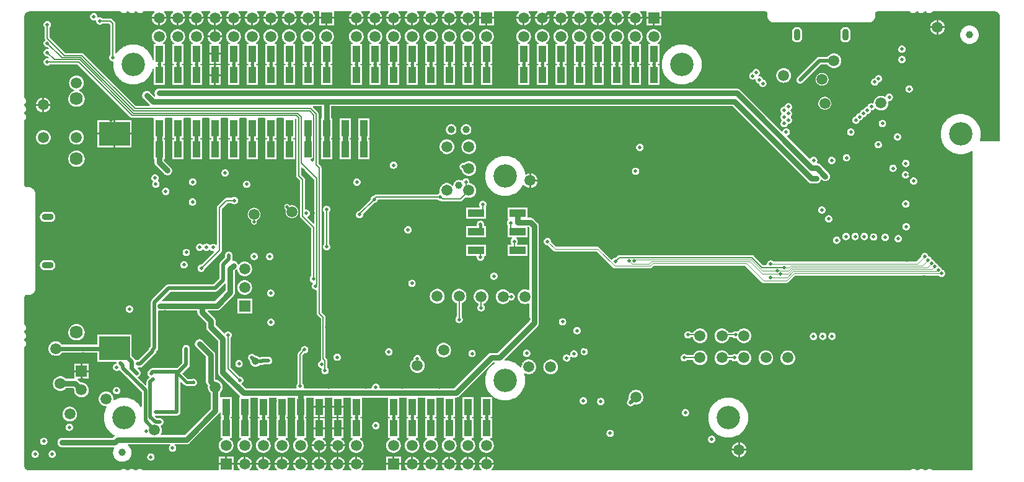
<source format=gbl>
G04*
G04 #@! TF.GenerationSoftware,Altium Limited,Altium Designer,19.1.7 (138)*
G04*
G04 Layer_Physical_Order=4*
G04 Layer_Color=16711680*
%FSLAX24Y24*%
%MOIN*%
G70*
G01*
G75*
%ADD16C,0.0200*%
%ADD17C,0.0060*%
%ADD18C,0.0049*%
%ADD21C,0.0080*%
%ADD90R,0.0402X0.0862*%
%ADD117C,0.0394*%
%ADD118C,0.0240*%
%ADD198C,0.0197*%
%ADD211C,0.0065*%
%ADD227C,0.0300*%
%ADD229C,0.0150*%
%ADD233C,0.0049*%
%ADD242R,0.0591X0.0591*%
%ADD243C,0.0591*%
%ADD244O,0.0354X0.0630*%
%ADD245C,0.0701*%
%ADD246C,0.0390*%
%ADD247O,0.0630X0.0354*%
%ADD248C,0.1260*%
%ADD249R,0.0591X0.0591*%
%ADD250C,0.0240*%
%ADD252R,0.1654X0.1260*%
%ADD253R,0.0874X0.0402*%
G36*
X400Y24850D02*
X5315D01*
X5331Y24832D01*
X5350Y24814D01*
X5372Y24798D01*
X5396Y24785D01*
X5420Y24775D01*
X5446Y24768D01*
X5472Y24763D01*
X5499Y24762D01*
X5526Y24763D01*
X5552Y24768D01*
X5578Y24775D01*
X5602Y24785D01*
X5626Y24798D01*
X5647Y24814D01*
X5667Y24832D01*
X5683Y24850D01*
X5748D01*
X5764Y24832D01*
X5784Y24814D01*
X5805Y24798D01*
X5829Y24785D01*
X5853Y24775D01*
X5879Y24768D01*
X5905Y24763D01*
X5932Y24762D01*
X5959Y24763D01*
X5985Y24768D01*
X6011Y24775D01*
X6035Y24785D01*
X6059Y24798D01*
X6080Y24814D01*
X6100Y24832D01*
X6116Y24850D01*
X6181D01*
X6197Y24832D01*
X6216Y24814D01*
X6238Y24798D01*
X6262Y24785D01*
X6286Y24775D01*
X6312Y24768D01*
X6338Y24763D01*
X6365Y24762D01*
X6392Y24763D01*
X6418Y24768D01*
X6444Y24775D01*
X6468Y24785D01*
X6492Y24798D01*
X6513Y24814D01*
X6533Y24832D01*
X6549Y24850D01*
X7124D01*
X7138Y24826D01*
X7142Y24800D01*
X7120Y24780D01*
X7094Y24751D01*
X7071Y24720D01*
X7051Y24687D01*
X7034Y24651D01*
X7021Y24615D01*
X7012Y24577D01*
X7008Y24550D01*
X7400D01*
X7792D01*
X7788Y24577D01*
X7779Y24615D01*
X7766Y24651D01*
X7749Y24687D01*
X7729Y24720D01*
X7706Y24751D01*
X7680Y24780D01*
X7658Y24800D01*
X7662Y24826D01*
X7676Y24850D01*
X8124D01*
X8138Y24826D01*
X8142Y24800D01*
X8120Y24780D01*
X8094Y24751D01*
X8071Y24720D01*
X8051Y24687D01*
X8034Y24651D01*
X8021Y24615D01*
X8012Y24577D01*
X8008Y24550D01*
X8400D01*
X8792D01*
X8788Y24577D01*
X8779Y24615D01*
X8766Y24651D01*
X8749Y24687D01*
X8729Y24720D01*
X8706Y24751D01*
X8680Y24780D01*
X8658Y24800D01*
X8662Y24826D01*
X8676Y24850D01*
X9124D01*
X9138Y24826D01*
X9142Y24800D01*
X9120Y24780D01*
X9094Y24751D01*
X9071Y24720D01*
X9051Y24687D01*
X9034Y24651D01*
X9021Y24615D01*
X9012Y24577D01*
X9008Y24550D01*
X9400D01*
X9792D01*
X9788Y24577D01*
X9779Y24615D01*
X9766Y24651D01*
X9749Y24687D01*
X9729Y24720D01*
X9706Y24751D01*
X9680Y24780D01*
X9658Y24800D01*
X9662Y24826D01*
X9676Y24850D01*
X10124D01*
X10138Y24826D01*
X10142Y24800D01*
X10120Y24780D01*
X10094Y24751D01*
X10071Y24720D01*
X10051Y24687D01*
X10034Y24651D01*
X10021Y24615D01*
X10012Y24577D01*
X10008Y24550D01*
X10400D01*
X10792D01*
X10788Y24577D01*
X10779Y24615D01*
X10766Y24651D01*
X10749Y24687D01*
X10729Y24720D01*
X10706Y24751D01*
X10680Y24780D01*
X10658Y24800D01*
X10662Y24826D01*
X10676Y24850D01*
X11124D01*
X11138Y24826D01*
X11142Y24800D01*
X11120Y24780D01*
X11094Y24751D01*
X11071Y24720D01*
X11051Y24687D01*
X11034Y24651D01*
X11021Y24615D01*
X11012Y24577D01*
X11008Y24550D01*
X11400D01*
X11792D01*
X11788Y24577D01*
X11779Y24615D01*
X11766Y24651D01*
X11749Y24687D01*
X11729Y24720D01*
X11706Y24751D01*
X11680Y24780D01*
X11658Y24800D01*
X11662Y24826D01*
X11676Y24850D01*
X12124D01*
X12138Y24826D01*
X12142Y24800D01*
X12120Y24780D01*
X12094Y24751D01*
X12071Y24720D01*
X12051Y24687D01*
X12034Y24651D01*
X12021Y24615D01*
X12012Y24577D01*
X12008Y24550D01*
X12400D01*
X12792D01*
X12788Y24577D01*
X12779Y24615D01*
X12766Y24651D01*
X12749Y24687D01*
X12729Y24720D01*
X12706Y24751D01*
X12680Y24780D01*
X12658Y24800D01*
X12662Y24826D01*
X12676Y24850D01*
X13124D01*
X13138Y24826D01*
X13142Y24800D01*
X13120Y24780D01*
X13094Y24751D01*
X13071Y24720D01*
X13051Y24687D01*
X13034Y24651D01*
X13021Y24615D01*
X13012Y24577D01*
X13008Y24550D01*
X13400D01*
X13792D01*
X13788Y24577D01*
X13779Y24615D01*
X13766Y24651D01*
X13749Y24687D01*
X13729Y24720D01*
X13706Y24751D01*
X13680Y24780D01*
X13658Y24800D01*
X13662Y24826D01*
X13676Y24850D01*
X14124D01*
X14138Y24826D01*
X14142Y24800D01*
X14120Y24780D01*
X14094Y24751D01*
X14071Y24720D01*
X14051Y24687D01*
X14034Y24651D01*
X14021Y24615D01*
X14012Y24577D01*
X14008Y24550D01*
X14400D01*
X14792D01*
X14788Y24577D01*
X14779Y24615D01*
X14766Y24651D01*
X14749Y24687D01*
X14729Y24720D01*
X14706Y24751D01*
X14680Y24780D01*
X14658Y24800D01*
X14662Y24826D01*
X14676Y24850D01*
X15124D01*
X15138Y24826D01*
X15142Y24800D01*
X15120Y24780D01*
X15094Y24751D01*
X15071Y24720D01*
X15051Y24687D01*
X15034Y24651D01*
X15021Y24615D01*
X15012Y24577D01*
X15008Y24550D01*
X15400D01*
X15792D01*
X15788Y24577D01*
X15779Y24615D01*
X15766Y24651D01*
X15749Y24687D01*
X15729Y24720D01*
X15706Y24751D01*
X15680Y24780D01*
X15658Y24800D01*
X15662Y24826D01*
X15676Y24850D01*
X16005D01*
Y24550D01*
X16400D01*
X16795D01*
Y24850D01*
X17724D01*
X17738Y24826D01*
X17742Y24800D01*
X17720Y24780D01*
X17694Y24751D01*
X17671Y24720D01*
X17651Y24687D01*
X17634Y24651D01*
X17621Y24615D01*
X17612Y24577D01*
X17608Y24550D01*
X18000D01*
X18392D01*
X18388Y24577D01*
X18379Y24615D01*
X18366Y24651D01*
X18349Y24687D01*
X18329Y24720D01*
X18306Y24751D01*
X18280Y24780D01*
X18258Y24800D01*
X18262Y24826D01*
X18276Y24850D01*
X18724D01*
X18738Y24826D01*
X18742Y24800D01*
X18720Y24780D01*
X18694Y24751D01*
X18671Y24720D01*
X18651Y24687D01*
X18634Y24651D01*
X18621Y24615D01*
X18612Y24577D01*
X18608Y24550D01*
X19000D01*
X19392D01*
X19388Y24577D01*
X19379Y24615D01*
X19366Y24651D01*
X19349Y24687D01*
X19329Y24720D01*
X19306Y24751D01*
X19280Y24780D01*
X19258Y24800D01*
X19262Y24826D01*
X19276Y24850D01*
X19724D01*
X19738Y24826D01*
X19742Y24800D01*
X19720Y24780D01*
X19694Y24751D01*
X19671Y24720D01*
X19651Y24687D01*
X19634Y24651D01*
X19621Y24615D01*
X19612Y24577D01*
X19608Y24550D01*
X20000D01*
X20392D01*
X20388Y24577D01*
X20379Y24615D01*
X20366Y24651D01*
X20349Y24687D01*
X20329Y24720D01*
X20306Y24751D01*
X20280Y24780D01*
X20258Y24800D01*
X20262Y24826D01*
X20276Y24850D01*
X20724D01*
X20738Y24826D01*
X20742Y24800D01*
X20720Y24780D01*
X20694Y24751D01*
X20671Y24720D01*
X20651Y24687D01*
X20634Y24651D01*
X20621Y24615D01*
X20612Y24577D01*
X20608Y24550D01*
X21000D01*
X21392D01*
X21388Y24577D01*
X21379Y24615D01*
X21366Y24651D01*
X21349Y24687D01*
X21329Y24720D01*
X21306Y24751D01*
X21280Y24780D01*
X21258Y24800D01*
X21262Y24826D01*
X21276Y24850D01*
X21724D01*
X21738Y24826D01*
X21742Y24800D01*
X21720Y24780D01*
X21694Y24751D01*
X21671Y24720D01*
X21651Y24687D01*
X21634Y24651D01*
X21621Y24615D01*
X21612Y24577D01*
X21608Y24550D01*
X22000D01*
X22392D01*
X22388Y24577D01*
X22379Y24615D01*
X22366Y24651D01*
X22349Y24687D01*
X22329Y24720D01*
X22306Y24751D01*
X22280Y24780D01*
X22258Y24800D01*
X22262Y24826D01*
X22276Y24850D01*
X22724D01*
X22738Y24826D01*
X22742Y24800D01*
X22720Y24780D01*
X22694Y24751D01*
X22671Y24720D01*
X22651Y24687D01*
X22634Y24651D01*
X22621Y24615D01*
X22612Y24577D01*
X22608Y24550D01*
X23000D01*
X23392D01*
X23388Y24577D01*
X23379Y24615D01*
X23366Y24651D01*
X23349Y24687D01*
X23329Y24720D01*
X23306Y24751D01*
X23280Y24780D01*
X23258Y24800D01*
X23262Y24826D01*
X23276Y24850D01*
X23724D01*
X23738Y24826D01*
X23742Y24800D01*
X23720Y24780D01*
X23694Y24751D01*
X23671Y24720D01*
X23651Y24687D01*
X23634Y24651D01*
X23621Y24615D01*
X23612Y24577D01*
X23608Y24550D01*
X24000D01*
X24392D01*
X24388Y24577D01*
X24379Y24615D01*
X24366Y24651D01*
X24349Y24687D01*
X24329Y24720D01*
X24306Y24751D01*
X24280Y24780D01*
X24258Y24800D01*
X24262Y24826D01*
X24276Y24850D01*
X24605D01*
Y24550D01*
X25000D01*
X25395D01*
Y24850D01*
X26724D01*
X26738Y24826D01*
X26742Y24800D01*
X26720Y24780D01*
X26694Y24751D01*
X26671Y24720D01*
X26651Y24687D01*
X26634Y24651D01*
X26621Y24615D01*
X26612Y24577D01*
X26608Y24550D01*
X27000D01*
X27392D01*
X27388Y24577D01*
X27379Y24615D01*
X27366Y24651D01*
X27349Y24687D01*
X27329Y24720D01*
X27306Y24751D01*
X27280Y24780D01*
X27258Y24800D01*
X27262Y24826D01*
X27276Y24850D01*
X27724D01*
X27738Y24826D01*
X27742Y24800D01*
X27720Y24780D01*
X27694Y24751D01*
X27671Y24720D01*
X27651Y24687D01*
X27634Y24651D01*
X27621Y24615D01*
X27612Y24577D01*
X27608Y24550D01*
X28000D01*
X28392D01*
X28388Y24577D01*
X28379Y24615D01*
X28366Y24651D01*
X28349Y24687D01*
X28329Y24720D01*
X28306Y24751D01*
X28280Y24780D01*
X28258Y24800D01*
X28262Y24826D01*
X28276Y24850D01*
X28724D01*
X28738Y24826D01*
X28742Y24800D01*
X28720Y24780D01*
X28694Y24751D01*
X28671Y24720D01*
X28651Y24687D01*
X28634Y24651D01*
X28621Y24615D01*
X28612Y24577D01*
X28608Y24550D01*
X29000D01*
X29392D01*
X29388Y24577D01*
X29379Y24615D01*
X29366Y24651D01*
X29349Y24687D01*
X29329Y24720D01*
X29306Y24751D01*
X29280Y24780D01*
X29258Y24800D01*
X29262Y24826D01*
X29276Y24850D01*
X29724D01*
X29738Y24826D01*
X29742Y24800D01*
X29720Y24780D01*
X29694Y24751D01*
X29671Y24720D01*
X29651Y24687D01*
X29634Y24651D01*
X29621Y24615D01*
X29612Y24577D01*
X29608Y24550D01*
X30000D01*
X30392D01*
X30388Y24577D01*
X30379Y24615D01*
X30366Y24651D01*
X30349Y24687D01*
X30329Y24720D01*
X30306Y24751D01*
X30280Y24780D01*
X30258Y24800D01*
X30262Y24826D01*
X30276Y24850D01*
X30724D01*
X30738Y24826D01*
X30742Y24800D01*
X30720Y24780D01*
X30694Y24751D01*
X30671Y24720D01*
X30651Y24687D01*
X30634Y24651D01*
X30621Y24615D01*
X30612Y24577D01*
X30608Y24550D01*
X31000D01*
X31392D01*
X31388Y24577D01*
X31379Y24615D01*
X31366Y24651D01*
X31349Y24687D01*
X31329Y24720D01*
X31306Y24751D01*
X31280Y24780D01*
X31258Y24800D01*
X31262Y24826D01*
X31276Y24850D01*
X31724D01*
X31738Y24826D01*
X31742Y24800D01*
X31720Y24780D01*
X31694Y24751D01*
X31671Y24720D01*
X31651Y24687D01*
X31634Y24651D01*
X31621Y24615D01*
X31612Y24577D01*
X31608Y24550D01*
X32000D01*
X32392D01*
X32388Y24577D01*
X32379Y24615D01*
X32366Y24651D01*
X32349Y24687D01*
X32329Y24720D01*
X32306Y24751D01*
X32280Y24780D01*
X32258Y24800D01*
X32262Y24826D01*
X32276Y24850D01*
X32724D01*
X32738Y24826D01*
X32742Y24800D01*
X32720Y24780D01*
X32694Y24751D01*
X32671Y24720D01*
X32651Y24687D01*
X32634Y24651D01*
X32621Y24615D01*
X32612Y24577D01*
X32608Y24550D01*
X33000D01*
X33392D01*
X33388Y24577D01*
X33379Y24615D01*
X33366Y24651D01*
X33349Y24687D01*
X33329Y24720D01*
X33306Y24751D01*
X33280Y24780D01*
X33258Y24800D01*
X33262Y24826D01*
X33276Y24850D01*
X33605D01*
Y24550D01*
X34000D01*
X34395D01*
Y24850D01*
X39999D01*
X40002Y24850D01*
X40019Y24848D01*
X40038Y24842D01*
X40055Y24833D01*
X40070Y24821D01*
X40083Y24806D01*
X40092Y24788D01*
X40098Y24769D01*
X40099Y24753D01*
X40099Y24750D01*
Y24650D01*
X40099D01*
X40101Y24611D01*
X40102Y24601D01*
X40107Y24572D01*
X40116Y24534D01*
X40129Y24497D01*
X40146Y24461D01*
X40166Y24427D01*
X40190Y24396D01*
X40216Y24367D01*
X40245Y24340D01*
X40277Y24317D01*
X40311Y24297D01*
X40346Y24280D01*
X40383Y24267D01*
X40421Y24257D01*
X40451Y24253D01*
X40460Y24251D01*
X40499Y24250D01*
X40500Y24250D01*
X45508Y24250D01*
Y24250D01*
X45547Y24251D01*
X45556Y24253D01*
X45586Y24257D01*
X45624Y24267D01*
X45661Y24280D01*
X45696Y24297D01*
X45730Y24317D01*
X45762Y24340D01*
X45791Y24367D01*
X45817Y24396D01*
X45841Y24427D01*
X45861Y24461D01*
X45878Y24497D01*
X45891Y24534D01*
X45900Y24572D01*
X45905Y24601D01*
X45906Y24611D01*
X45908Y24650D01*
X45908D01*
Y24750D01*
X45908Y24753D01*
X45910Y24769D01*
X45915Y24788D01*
X45924Y24806D01*
X45937Y24821D01*
X45952Y24833D01*
X45969Y24842D01*
X45988Y24848D01*
X46005Y24850D01*
X46008Y24850D01*
X47763D01*
X47779Y24832D01*
X47799Y24814D01*
X47821Y24798D01*
X47844Y24785D01*
X47869Y24775D01*
X47895Y24768D01*
X47921Y24763D01*
X47948Y24762D01*
X47974Y24763D01*
X48001Y24768D01*
X48026Y24775D01*
X48051Y24785D01*
X48074Y24798D01*
X48096Y24814D01*
X48116Y24832D01*
X48132Y24850D01*
X48196D01*
X48212Y24832D01*
X48232Y24814D01*
X48254Y24798D01*
X48277Y24785D01*
X48302Y24775D01*
X48328Y24768D01*
X48354Y24763D01*
X48381Y24762D01*
X48407Y24763D01*
X48434Y24768D01*
X48459Y24775D01*
X48484Y24785D01*
X48507Y24798D01*
X48529Y24814D01*
X48549Y24832D01*
X48565Y24850D01*
X48629D01*
X48645Y24832D01*
X48665Y24814D01*
X48687Y24798D01*
X48710Y24785D01*
X48735Y24775D01*
X48761Y24768D01*
X48787Y24763D01*
X48814Y24762D01*
X48840Y24763D01*
X48867Y24768D01*
X48892Y24775D01*
X48917Y24785D01*
X48940Y24798D01*
X48962Y24814D01*
X48982Y24832D01*
X48998Y24850D01*
X52350Y24850D01*
X52350Y24850D01*
X52350Y24850D01*
X52398Y24845D01*
X52406Y24844D01*
X52433Y24836D01*
X52458Y24825D01*
X52483Y24812D01*
X52506Y24795D01*
X52527Y24777D01*
X52545Y24756D01*
X52562Y24733D01*
X52575Y24708D01*
X52586Y24683D01*
X52594Y24656D01*
X52598Y24628D01*
X52600Y24603D01*
X52600Y24600D01*
Y17900D01*
X52581Y17880D01*
X51552D01*
X51523Y17921D01*
X51527Y17930D01*
X51544Y17993D01*
X51558Y18056D01*
X51568Y18120D01*
X51573Y18185D01*
X51575Y18250D01*
X51573Y18315D01*
X51568Y18380D01*
X51558Y18444D01*
X51544Y18507D01*
X51527Y18570D01*
X51505Y18631D01*
X51481Y18691D01*
X51452Y18750D01*
X51420Y18806D01*
X51385Y18861D01*
X51347Y18913D01*
X51305Y18963D01*
X51260Y19010D01*
X51213Y19055D01*
X51163Y19097D01*
X51111Y19135D01*
X51056Y19170D01*
X51000Y19202D01*
X50941Y19231D01*
X50881Y19255D01*
X50820Y19277D01*
X50757Y19294D01*
X50694Y19308D01*
X50630Y19318D01*
X50565Y19323D01*
X50500Y19325D01*
X50435Y19323D01*
X50370Y19318D01*
X50306Y19308D01*
X50243Y19294D01*
X50180Y19277D01*
X50119Y19255D01*
X50059Y19231D01*
X50000Y19202D01*
X49944Y19170D01*
X49889Y19135D01*
X49837Y19097D01*
X49787Y19055D01*
X49740Y19010D01*
X49695Y18963D01*
X49653Y18913D01*
X49615Y18861D01*
X49580Y18806D01*
X49548Y18750D01*
X49519Y18691D01*
X49495Y18631D01*
X49473Y18570D01*
X49456Y18507D01*
X49442Y18444D01*
X49432Y18380D01*
X49427Y18315D01*
X49425Y18250D01*
X49427Y18185D01*
X49432Y18120D01*
X49442Y18056D01*
X49456Y17993D01*
X49473Y17930D01*
X49495Y17869D01*
X49519Y17809D01*
X49548Y17750D01*
X49580Y17694D01*
X49615Y17639D01*
X49653Y17587D01*
X49695Y17537D01*
X49740Y17490D01*
X49787Y17445D01*
X49837Y17403D01*
X49889Y17365D01*
X49944Y17330D01*
X50000Y17298D01*
X50059Y17269D01*
X50119Y17245D01*
X50180Y17223D01*
X50243Y17206D01*
X50306Y17192D01*
X50370Y17182D01*
X50435Y17177D01*
X50500Y17175D01*
X50565Y17177D01*
X50630Y17182D01*
X50694Y17192D01*
X50757Y17206D01*
X50820Y17223D01*
X50881Y17245D01*
X50941Y17269D01*
X51000Y17298D01*
X51056Y17330D01*
X51101Y17359D01*
X51151Y17342D01*
X51150Y150D01*
X48998D01*
X48982Y168D01*
X48962Y186D01*
X48940Y202D01*
X48917Y215D01*
X48892Y225D01*
X48867Y232D01*
X48840Y237D01*
X48814Y238D01*
X48787Y237D01*
X48761Y232D01*
X48735Y225D01*
X48710Y215D01*
X48687Y202D01*
X48665Y186D01*
X48645Y168D01*
X48629Y150D01*
X48565D01*
X48549Y168D01*
X48529Y186D01*
X48507Y202D01*
X48484Y215D01*
X48459Y225D01*
X48434Y232D01*
X48407Y237D01*
X48381Y238D01*
X48354Y237D01*
X48328Y232D01*
X48302Y225D01*
X48277Y215D01*
X48254Y202D01*
X48232Y186D01*
X48212Y168D01*
X48196Y150D01*
X48132D01*
X48116Y168D01*
X48096Y186D01*
X48074Y202D01*
X48051Y215D01*
X48026Y225D01*
X48001Y232D01*
X47974Y237D01*
X47948Y238D01*
X47921Y237D01*
X47895Y232D01*
X47869Y225D01*
X47844Y215D01*
X47821Y202D01*
X47799Y186D01*
X47779Y168D01*
X47763Y150D01*
X25276D01*
X25262Y174D01*
X25258Y200D01*
X25280Y220D01*
X25306Y249D01*
X25329Y280D01*
X25349Y313D01*
X25366Y349D01*
X25379Y385D01*
X25388Y423D01*
X25392Y450D01*
X24608D01*
X24612Y423D01*
X24621Y385D01*
X24634Y349D01*
X24651Y313D01*
X24671Y280D01*
X24694Y249D01*
X24720Y220D01*
X24742Y200D01*
X24738Y174D01*
X24724Y150D01*
X24276D01*
X24262Y174D01*
X24258Y200D01*
X24280Y220D01*
X24306Y249D01*
X24329Y280D01*
X24349Y313D01*
X24366Y349D01*
X24379Y385D01*
X24388Y423D01*
X24392Y450D01*
X23608D01*
X23612Y423D01*
X23621Y385D01*
X23634Y349D01*
X23651Y313D01*
X23671Y280D01*
X23694Y249D01*
X23720Y220D01*
X23742Y200D01*
X23738Y174D01*
X23724Y150D01*
X23276D01*
X23262Y174D01*
X23258Y200D01*
X23280Y220D01*
X23306Y249D01*
X23329Y280D01*
X23349Y313D01*
X23366Y349D01*
X23379Y385D01*
X23388Y423D01*
X23392Y450D01*
X22608D01*
X22612Y423D01*
X22621Y385D01*
X22634Y349D01*
X22651Y313D01*
X22671Y280D01*
X22694Y249D01*
X22720Y220D01*
X22742Y200D01*
X22738Y174D01*
X22724Y150D01*
X22276D01*
X22262Y174D01*
X22258Y200D01*
X22280Y220D01*
X22306Y249D01*
X22329Y280D01*
X22349Y313D01*
X22366Y349D01*
X22379Y385D01*
X22388Y423D01*
X22392Y450D01*
X21608D01*
X21612Y423D01*
X21621Y385D01*
X21634Y349D01*
X21651Y313D01*
X21671Y280D01*
X21694Y249D01*
X21720Y220D01*
X21742Y200D01*
X21738Y174D01*
X21724Y150D01*
X21276D01*
X21262Y174D01*
X21258Y200D01*
X21280Y220D01*
X21306Y249D01*
X21329Y280D01*
X21349Y313D01*
X21366Y349D01*
X21379Y385D01*
X21388Y423D01*
X21392Y450D01*
X20608D01*
X20612Y423D01*
X20621Y385D01*
X20634Y349D01*
X20651Y313D01*
X20671Y280D01*
X20694Y249D01*
X20720Y220D01*
X20742Y200D01*
X20738Y174D01*
X20724Y150D01*
X20395D01*
Y450D01*
X19605D01*
Y150D01*
X18276D01*
X18262Y174D01*
X18258Y200D01*
X18280Y220D01*
X18306Y249D01*
X18329Y280D01*
X18349Y313D01*
X18366Y349D01*
X18379Y385D01*
X18388Y423D01*
X18392Y450D01*
X17608D01*
X17612Y423D01*
X17621Y385D01*
X17634Y349D01*
X17651Y313D01*
X17671Y280D01*
X17694Y249D01*
X17720Y220D01*
X17742Y200D01*
X17738Y174D01*
X17724Y150D01*
X17276D01*
X17262Y174D01*
X17258Y200D01*
X17280Y220D01*
X17306Y249D01*
X17329Y280D01*
X17349Y313D01*
X17366Y349D01*
X17379Y385D01*
X17388Y423D01*
X17392Y450D01*
X16608D01*
X16612Y423D01*
X16621Y385D01*
X16634Y349D01*
X16651Y313D01*
X16671Y280D01*
X16694Y249D01*
X16720Y220D01*
X16742Y200D01*
X16738Y174D01*
X16724Y150D01*
X16276D01*
X16262Y174D01*
X16258Y200D01*
X16280Y220D01*
X16306Y249D01*
X16329Y280D01*
X16349Y313D01*
X16366Y349D01*
X16379Y385D01*
X16388Y423D01*
X16392Y450D01*
X15608D01*
X15612Y423D01*
X15621Y385D01*
X15634Y349D01*
X15651Y313D01*
X15671Y280D01*
X15694Y249D01*
X15720Y220D01*
X15742Y200D01*
X15738Y174D01*
X15724Y150D01*
X15276D01*
X15262Y174D01*
X15258Y200D01*
X15280Y220D01*
X15306Y249D01*
X15329Y280D01*
X15349Y313D01*
X15366Y349D01*
X15379Y385D01*
X15388Y423D01*
X15392Y450D01*
X14608D01*
X14612Y423D01*
X14621Y385D01*
X14634Y349D01*
X14651Y313D01*
X14671Y280D01*
X14694Y249D01*
X14720Y220D01*
X14742Y200D01*
X14738Y174D01*
X14724Y150D01*
X14276D01*
X14262Y174D01*
X14258Y200D01*
X14280Y220D01*
X14306Y249D01*
X14329Y280D01*
X14349Y313D01*
X14366Y349D01*
X14379Y385D01*
X14388Y423D01*
X14392Y450D01*
X13608D01*
X13612Y423D01*
X13621Y385D01*
X13634Y349D01*
X13651Y313D01*
X13671Y280D01*
X13694Y249D01*
X13720Y220D01*
X13742Y200D01*
X13738Y174D01*
X13724Y150D01*
X13276D01*
X13262Y174D01*
X13258Y200D01*
X13280Y220D01*
X13306Y249D01*
X13329Y280D01*
X13349Y313D01*
X13366Y349D01*
X13379Y385D01*
X13388Y423D01*
X13392Y450D01*
X12608D01*
X12612Y423D01*
X12621Y385D01*
X12634Y349D01*
X12651Y313D01*
X12671Y280D01*
X12694Y249D01*
X12720Y220D01*
X12742Y200D01*
X12738Y174D01*
X12724Y150D01*
X12276D01*
X12262Y174D01*
X12258Y200D01*
X12280Y220D01*
X12306Y249D01*
X12329Y280D01*
X12349Y313D01*
X12366Y349D01*
X12379Y385D01*
X12388Y423D01*
X12392Y450D01*
X11608D01*
X11612Y423D01*
X11621Y385D01*
X11634Y349D01*
X11651Y313D01*
X11671Y280D01*
X11694Y249D01*
X11720Y220D01*
X11742Y200D01*
X11738Y174D01*
X11724Y150D01*
X11395D01*
Y450D01*
X10605D01*
Y150D01*
X6549D01*
X6533Y168D01*
X6513Y186D01*
X6492Y202D01*
X6468Y215D01*
X6444Y225D01*
X6418Y232D01*
X6392Y237D01*
X6365Y238D01*
X6338Y237D01*
X6312Y232D01*
X6286Y225D01*
X6262Y215D01*
X6238Y202D01*
X6216Y186D01*
X6197Y168D01*
X6181Y150D01*
X6116D01*
X6100Y168D01*
X6080Y186D01*
X6059Y202D01*
X6035Y215D01*
X6011Y225D01*
X5985Y232D01*
X5959Y237D01*
X5932Y238D01*
X5905Y237D01*
X5879Y232D01*
X5853Y225D01*
X5829Y215D01*
X5805Y202D01*
X5784Y186D01*
X5764Y168D01*
X5748Y150D01*
X5683D01*
X5667Y168D01*
X5647Y186D01*
X5626Y202D01*
X5602Y215D01*
X5578Y225D01*
X5552Y232D01*
X5526Y237D01*
X5499Y238D01*
X5472Y237D01*
X5446Y232D01*
X5420Y225D01*
X5396Y215D01*
X5372Y202D01*
X5350Y186D01*
X5331Y168D01*
X5315Y150D01*
X400D01*
X397Y150D01*
X372Y152D01*
X344Y156D01*
X317Y164D01*
X292Y175D01*
X267Y188D01*
X244Y205D01*
X223Y223D01*
X205Y244D01*
X188Y267D01*
X175Y292D01*
X164Y317D01*
X156Y344D01*
X155Y352D01*
X150Y400D01*
X150Y400D01*
X150Y400D01*
Y6786D01*
X168Y6802D01*
X186Y6822D01*
X202Y6844D01*
X215Y6867D01*
X225Y6892D01*
X232Y6917D01*
X237Y6944D01*
X238Y6970D01*
X237Y6997D01*
X232Y7023D01*
X225Y7049D01*
X215Y7074D01*
X202Y7097D01*
X186Y7119D01*
X168Y7139D01*
X150Y7155D01*
Y7219D01*
X168Y7235D01*
X186Y7255D01*
X202Y7277D01*
X215Y7300D01*
X225Y7325D01*
X232Y7350D01*
X237Y7377D01*
X238Y7403D01*
X237Y7430D01*
X232Y7456D01*
X225Y7482D01*
X215Y7507D01*
X202Y7530D01*
X186Y7552D01*
X168Y7572D01*
X150Y7588D01*
Y7652D01*
X168Y7668D01*
X186Y7688D01*
X202Y7710D01*
X215Y7733D01*
X225Y7758D01*
X232Y7783D01*
X237Y7810D01*
X238Y7836D01*
X237Y7863D01*
X232Y7889D01*
X225Y7915D01*
X215Y7940D01*
X202Y7963D01*
X186Y7985D01*
X168Y8005D01*
X150Y8021D01*
Y9496D01*
X150Y9496D01*
X150Y9496D01*
X161Y9541D01*
X167Y9552D01*
X179Y9567D01*
X194Y9579D01*
X212Y9588D01*
X231Y9594D01*
X247Y9596D01*
X250Y9595D01*
X350D01*
Y9595D01*
X389Y9597D01*
X399Y9599D01*
X428Y9603D01*
X466Y9613D01*
X503Y9626D01*
X539Y9643D01*
X573Y9663D01*
X604Y9686D01*
X633Y9713D01*
X660Y9742D01*
X683Y9773D01*
X703Y9807D01*
X720Y9843D01*
X733Y9880D01*
X743Y9918D01*
X747Y9947D01*
X749Y9957D01*
X750Y9996D01*
X750Y9996D01*
X750Y15004D01*
X750D01*
X749Y15043D01*
X747Y15053D01*
X743Y15082D01*
X733Y15120D01*
X720Y15157D01*
X703Y15193D01*
X683Y15227D01*
X660Y15258D01*
X633Y15287D01*
X604Y15314D01*
X573Y15337D01*
X539Y15357D01*
X503Y15374D01*
X466Y15387D01*
X428Y15397D01*
X399Y15401D01*
X389Y15403D01*
X350Y15405D01*
Y15404D01*
X250D01*
X247Y15404D01*
X231Y15406D01*
X212Y15412D01*
X194Y15421D01*
X179Y15433D01*
X167Y15448D01*
X158Y15466D01*
X152Y15485D01*
X150Y15502D01*
X150Y15504D01*
Y18986D01*
X168Y19002D01*
X186Y19021D01*
X202Y19043D01*
X215Y19067D01*
X225Y19091D01*
X232Y19117D01*
X237Y19143D01*
X238Y19170D01*
X237Y19197D01*
X232Y19223D01*
X225Y19249D01*
X215Y19273D01*
X202Y19297D01*
X186Y19318D01*
X168Y19338D01*
X150Y19354D01*
Y19419D01*
X168Y19435D01*
X186Y19454D01*
X202Y19476D01*
X215Y19500D01*
X225Y19524D01*
X232Y19550D01*
X237Y19576D01*
X238Y19603D01*
X237Y19630D01*
X232Y19656D01*
X225Y19682D01*
X215Y19706D01*
X202Y19730D01*
X186Y19751D01*
X168Y19771D01*
X150Y19787D01*
Y19852D01*
X168Y19868D01*
X186Y19887D01*
X202Y19909D01*
X215Y19933D01*
X225Y19957D01*
X232Y19983D01*
X237Y20009D01*
X238Y20036D01*
X237Y20063D01*
X232Y20089D01*
X225Y20115D01*
X215Y20139D01*
X202Y20163D01*
X186Y20184D01*
X168Y20204D01*
X150Y20220D01*
Y24600D01*
X150Y24603D01*
X152Y24628D01*
X156Y24656D01*
X164Y24683D01*
X175Y24708D01*
X188Y24733D01*
X205Y24756D01*
X223Y24777D01*
X244Y24795D01*
X267Y24812D01*
X292Y24825D01*
X317Y24836D01*
X344Y24844D01*
X372Y24848D01*
X397Y24850D01*
X400Y24850D01*
D02*
G37*
%LPC*%
G36*
X33392Y24450D02*
X33050D01*
Y24108D01*
X33077Y24112D01*
X33115Y24121D01*
X33151Y24134D01*
X33187Y24151D01*
X33220Y24171D01*
X33251Y24194D01*
X33280Y24220D01*
X33306Y24249D01*
X33329Y24280D01*
X33349Y24313D01*
X33366Y24349D01*
X33379Y24385D01*
X33388Y24423D01*
X33392Y24450D01*
D02*
G37*
G36*
X32392D02*
X32050D01*
Y24108D01*
X32077Y24112D01*
X32115Y24121D01*
X32151Y24134D01*
X32187Y24151D01*
X32220Y24171D01*
X32251Y24194D01*
X32280Y24220D01*
X32306Y24249D01*
X32329Y24280D01*
X32349Y24313D01*
X32366Y24349D01*
X32379Y24385D01*
X32388Y24423D01*
X32392Y24450D01*
D02*
G37*
G36*
X31392D02*
X31050D01*
Y24108D01*
X31077Y24112D01*
X31115Y24121D01*
X31151Y24134D01*
X31187Y24151D01*
X31220Y24171D01*
X31251Y24194D01*
X31280Y24220D01*
X31306Y24249D01*
X31329Y24280D01*
X31349Y24313D01*
X31366Y24349D01*
X31379Y24385D01*
X31388Y24423D01*
X31392Y24450D01*
D02*
G37*
G36*
X30392D02*
X30050D01*
Y24108D01*
X30077Y24112D01*
X30115Y24121D01*
X30151Y24134D01*
X30187Y24151D01*
X30220Y24171D01*
X30251Y24194D01*
X30280Y24220D01*
X30306Y24249D01*
X30329Y24280D01*
X30349Y24313D01*
X30366Y24349D01*
X30379Y24385D01*
X30388Y24423D01*
X30392Y24450D01*
D02*
G37*
G36*
X29392D02*
X29050D01*
Y24108D01*
X29077Y24112D01*
X29115Y24121D01*
X29151Y24134D01*
X29187Y24151D01*
X29220Y24171D01*
X29251Y24194D01*
X29280Y24220D01*
X29306Y24249D01*
X29329Y24280D01*
X29349Y24313D01*
X29366Y24349D01*
X29379Y24385D01*
X29388Y24423D01*
X29392Y24450D01*
D02*
G37*
G36*
X28392D02*
X28050D01*
Y24108D01*
X28077Y24112D01*
X28115Y24121D01*
X28151Y24134D01*
X28187Y24151D01*
X28220Y24171D01*
X28251Y24194D01*
X28280Y24220D01*
X28306Y24249D01*
X28329Y24280D01*
X28349Y24313D01*
X28366Y24349D01*
X28379Y24385D01*
X28388Y24423D01*
X28392Y24450D01*
D02*
G37*
G36*
X27392D02*
X27050D01*
Y24108D01*
X27077Y24112D01*
X27115Y24121D01*
X27151Y24134D01*
X27187Y24151D01*
X27220Y24171D01*
X27251Y24194D01*
X27280Y24220D01*
X27306Y24249D01*
X27329Y24280D01*
X27349Y24313D01*
X27366Y24349D01*
X27379Y24385D01*
X27388Y24423D01*
X27392Y24450D01*
D02*
G37*
G36*
X24392D02*
X24050D01*
Y24108D01*
X24077Y24112D01*
X24115Y24121D01*
X24151Y24134D01*
X24187Y24151D01*
X24220Y24171D01*
X24251Y24194D01*
X24280Y24220D01*
X24306Y24249D01*
X24329Y24280D01*
X24349Y24313D01*
X24366Y24349D01*
X24379Y24385D01*
X24388Y24423D01*
X24392Y24450D01*
D02*
G37*
G36*
X23392D02*
X23050D01*
Y24108D01*
X23077Y24112D01*
X23115Y24121D01*
X23151Y24134D01*
X23187Y24151D01*
X23220Y24171D01*
X23251Y24194D01*
X23280Y24220D01*
X23306Y24249D01*
X23329Y24280D01*
X23349Y24313D01*
X23366Y24349D01*
X23379Y24385D01*
X23388Y24423D01*
X23392Y24450D01*
D02*
G37*
G36*
X22392D02*
X22050D01*
Y24108D01*
X22077Y24112D01*
X22115Y24121D01*
X22151Y24134D01*
X22187Y24151D01*
X22220Y24171D01*
X22251Y24194D01*
X22280Y24220D01*
X22306Y24249D01*
X22329Y24280D01*
X22349Y24313D01*
X22366Y24349D01*
X22379Y24385D01*
X22388Y24423D01*
X22392Y24450D01*
D02*
G37*
G36*
X21392D02*
X21050D01*
Y24108D01*
X21077Y24112D01*
X21115Y24121D01*
X21151Y24134D01*
X21187Y24151D01*
X21220Y24171D01*
X21251Y24194D01*
X21280Y24220D01*
X21306Y24249D01*
X21329Y24280D01*
X21349Y24313D01*
X21366Y24349D01*
X21379Y24385D01*
X21388Y24423D01*
X21392Y24450D01*
D02*
G37*
G36*
X20392D02*
X20050D01*
Y24108D01*
X20077Y24112D01*
X20115Y24121D01*
X20151Y24134D01*
X20187Y24151D01*
X20220Y24171D01*
X20251Y24194D01*
X20280Y24220D01*
X20306Y24249D01*
X20329Y24280D01*
X20349Y24313D01*
X20366Y24349D01*
X20379Y24385D01*
X20388Y24423D01*
X20392Y24450D01*
D02*
G37*
G36*
X19392D02*
X19050D01*
Y24108D01*
X19077Y24112D01*
X19115Y24121D01*
X19151Y24134D01*
X19187Y24151D01*
X19220Y24171D01*
X19251Y24194D01*
X19280Y24220D01*
X19306Y24249D01*
X19329Y24280D01*
X19349Y24313D01*
X19366Y24349D01*
X19379Y24385D01*
X19388Y24423D01*
X19392Y24450D01*
D02*
G37*
G36*
X18392D02*
X18050D01*
Y24108D01*
X18077Y24112D01*
X18115Y24121D01*
X18151Y24134D01*
X18187Y24151D01*
X18220Y24171D01*
X18251Y24194D01*
X18280Y24220D01*
X18306Y24249D01*
X18329Y24280D01*
X18349Y24313D01*
X18366Y24349D01*
X18379Y24385D01*
X18388Y24423D01*
X18392Y24450D01*
D02*
G37*
G36*
X15792D02*
X15450D01*
Y24108D01*
X15477Y24112D01*
X15515Y24121D01*
X15551Y24134D01*
X15587Y24151D01*
X15620Y24171D01*
X15651Y24194D01*
X15680Y24220D01*
X15706Y24249D01*
X15729Y24280D01*
X15749Y24313D01*
X15766Y24349D01*
X15779Y24385D01*
X15788Y24423D01*
X15792Y24450D01*
D02*
G37*
G36*
X14792D02*
X14450D01*
Y24108D01*
X14477Y24112D01*
X14515Y24121D01*
X14551Y24134D01*
X14587Y24151D01*
X14620Y24171D01*
X14651Y24194D01*
X14680Y24220D01*
X14706Y24249D01*
X14729Y24280D01*
X14749Y24313D01*
X14766Y24349D01*
X14779Y24385D01*
X14788Y24423D01*
X14792Y24450D01*
D02*
G37*
G36*
X13792D02*
X13450D01*
Y24108D01*
X13477Y24112D01*
X13515Y24121D01*
X13551Y24134D01*
X13587Y24151D01*
X13620Y24171D01*
X13651Y24194D01*
X13680Y24220D01*
X13706Y24249D01*
X13729Y24280D01*
X13749Y24313D01*
X13766Y24349D01*
X13779Y24385D01*
X13788Y24423D01*
X13792Y24450D01*
D02*
G37*
G36*
X12792D02*
X12450D01*
Y24108D01*
X12477Y24112D01*
X12515Y24121D01*
X12551Y24134D01*
X12587Y24151D01*
X12620Y24171D01*
X12651Y24194D01*
X12680Y24220D01*
X12706Y24249D01*
X12729Y24280D01*
X12749Y24313D01*
X12766Y24349D01*
X12779Y24385D01*
X12788Y24423D01*
X12792Y24450D01*
D02*
G37*
G36*
X11792D02*
X11450D01*
Y24108D01*
X11477Y24112D01*
X11515Y24121D01*
X11551Y24134D01*
X11587Y24151D01*
X11620Y24171D01*
X11651Y24194D01*
X11680Y24220D01*
X11706Y24249D01*
X11729Y24280D01*
X11749Y24313D01*
X11766Y24349D01*
X11779Y24385D01*
X11788Y24423D01*
X11792Y24450D01*
D02*
G37*
G36*
X10792D02*
X10450D01*
Y24108D01*
X10477Y24112D01*
X10515Y24121D01*
X10551Y24134D01*
X10587Y24151D01*
X10620Y24171D01*
X10651Y24194D01*
X10680Y24220D01*
X10706Y24249D01*
X10729Y24280D01*
X10749Y24313D01*
X10766Y24349D01*
X10779Y24385D01*
X10788Y24423D01*
X10792Y24450D01*
D02*
G37*
G36*
X9792D02*
X9450D01*
Y24108D01*
X9477Y24112D01*
X9515Y24121D01*
X9551Y24134D01*
X9587Y24151D01*
X9620Y24171D01*
X9651Y24194D01*
X9680Y24220D01*
X9706Y24249D01*
X9729Y24280D01*
X9749Y24313D01*
X9766Y24349D01*
X9779Y24385D01*
X9788Y24423D01*
X9792Y24450D01*
D02*
G37*
G36*
X8792D02*
X8450D01*
Y24108D01*
X8477Y24112D01*
X8515Y24121D01*
X8551Y24134D01*
X8587Y24151D01*
X8620Y24171D01*
X8651Y24194D01*
X8680Y24220D01*
X8706Y24249D01*
X8729Y24280D01*
X8749Y24313D01*
X8766Y24349D01*
X8779Y24385D01*
X8788Y24423D01*
X8792Y24450D01*
D02*
G37*
G36*
X7792D02*
X7450D01*
Y24108D01*
X7477Y24112D01*
X7515Y24121D01*
X7551Y24134D01*
X7587Y24151D01*
X7620Y24171D01*
X7651Y24194D01*
X7680Y24220D01*
X7706Y24249D01*
X7729Y24280D01*
X7749Y24313D01*
X7766Y24349D01*
X7779Y24385D01*
X7788Y24423D01*
X7792Y24450D01*
D02*
G37*
G36*
X32950D02*
X32608D01*
X32612Y24423D01*
X32621Y24385D01*
X32634Y24349D01*
X32651Y24313D01*
X32671Y24280D01*
X32694Y24249D01*
X32720Y24220D01*
X32749Y24194D01*
X32780Y24171D01*
X32813Y24151D01*
X32849Y24134D01*
X32885Y24121D01*
X32923Y24112D01*
X32950Y24108D01*
Y24450D01*
D02*
G37*
G36*
X31950D02*
X31608D01*
X31612Y24423D01*
X31621Y24385D01*
X31634Y24349D01*
X31651Y24313D01*
X31671Y24280D01*
X31694Y24249D01*
X31720Y24220D01*
X31749Y24194D01*
X31780Y24171D01*
X31813Y24151D01*
X31849Y24134D01*
X31885Y24121D01*
X31923Y24112D01*
X31950Y24108D01*
Y24450D01*
D02*
G37*
G36*
X30950D02*
X30608D01*
X30612Y24423D01*
X30621Y24385D01*
X30634Y24349D01*
X30651Y24313D01*
X30671Y24280D01*
X30694Y24249D01*
X30720Y24220D01*
X30749Y24194D01*
X30780Y24171D01*
X30813Y24151D01*
X30849Y24134D01*
X30885Y24121D01*
X30923Y24112D01*
X30950Y24108D01*
Y24450D01*
D02*
G37*
G36*
X29950D02*
X29608D01*
X29612Y24423D01*
X29621Y24385D01*
X29634Y24349D01*
X29651Y24313D01*
X29671Y24280D01*
X29694Y24249D01*
X29720Y24220D01*
X29749Y24194D01*
X29780Y24171D01*
X29813Y24151D01*
X29849Y24134D01*
X29885Y24121D01*
X29923Y24112D01*
X29950Y24108D01*
Y24450D01*
D02*
G37*
G36*
X28950D02*
X28608D01*
X28612Y24423D01*
X28621Y24385D01*
X28634Y24349D01*
X28651Y24313D01*
X28671Y24280D01*
X28694Y24249D01*
X28720Y24220D01*
X28749Y24194D01*
X28780Y24171D01*
X28813Y24151D01*
X28849Y24134D01*
X28885Y24121D01*
X28923Y24112D01*
X28950Y24108D01*
Y24450D01*
D02*
G37*
G36*
X27950D02*
X27608D01*
X27612Y24423D01*
X27621Y24385D01*
X27634Y24349D01*
X27651Y24313D01*
X27671Y24280D01*
X27694Y24249D01*
X27720Y24220D01*
X27749Y24194D01*
X27780Y24171D01*
X27813Y24151D01*
X27849Y24134D01*
X27885Y24121D01*
X27923Y24112D01*
X27950Y24108D01*
Y24450D01*
D02*
G37*
G36*
X26950D02*
X26608D01*
X26612Y24423D01*
X26621Y24385D01*
X26634Y24349D01*
X26651Y24313D01*
X26671Y24280D01*
X26694Y24249D01*
X26720Y24220D01*
X26749Y24194D01*
X26780Y24171D01*
X26813Y24151D01*
X26849Y24134D01*
X26885Y24121D01*
X26923Y24112D01*
X26950Y24108D01*
Y24450D01*
D02*
G37*
G36*
X23950D02*
X23608D01*
X23612Y24423D01*
X23621Y24385D01*
X23634Y24349D01*
X23651Y24313D01*
X23671Y24280D01*
X23694Y24249D01*
X23720Y24220D01*
X23749Y24194D01*
X23780Y24171D01*
X23813Y24151D01*
X23849Y24134D01*
X23885Y24121D01*
X23923Y24112D01*
X23950Y24108D01*
Y24450D01*
D02*
G37*
G36*
X22950D02*
X22608D01*
X22612Y24423D01*
X22621Y24385D01*
X22634Y24349D01*
X22651Y24313D01*
X22671Y24280D01*
X22694Y24249D01*
X22720Y24220D01*
X22749Y24194D01*
X22780Y24171D01*
X22813Y24151D01*
X22849Y24134D01*
X22885Y24121D01*
X22923Y24112D01*
X22950Y24108D01*
Y24450D01*
D02*
G37*
G36*
X21950D02*
X21608D01*
X21612Y24423D01*
X21621Y24385D01*
X21634Y24349D01*
X21651Y24313D01*
X21671Y24280D01*
X21694Y24249D01*
X21720Y24220D01*
X21749Y24194D01*
X21780Y24171D01*
X21813Y24151D01*
X21849Y24134D01*
X21885Y24121D01*
X21923Y24112D01*
X21950Y24108D01*
Y24450D01*
D02*
G37*
G36*
X20950D02*
X20608D01*
X20612Y24423D01*
X20621Y24385D01*
X20634Y24349D01*
X20651Y24313D01*
X20671Y24280D01*
X20694Y24249D01*
X20720Y24220D01*
X20749Y24194D01*
X20780Y24171D01*
X20813Y24151D01*
X20849Y24134D01*
X20885Y24121D01*
X20923Y24112D01*
X20950Y24108D01*
Y24450D01*
D02*
G37*
G36*
X19950D02*
X19608D01*
X19612Y24423D01*
X19621Y24385D01*
X19634Y24349D01*
X19651Y24313D01*
X19671Y24280D01*
X19694Y24249D01*
X19720Y24220D01*
X19749Y24194D01*
X19780Y24171D01*
X19813Y24151D01*
X19849Y24134D01*
X19885Y24121D01*
X19923Y24112D01*
X19950Y24108D01*
Y24450D01*
D02*
G37*
G36*
X18950D02*
X18608D01*
X18612Y24423D01*
X18621Y24385D01*
X18634Y24349D01*
X18651Y24313D01*
X18671Y24280D01*
X18694Y24249D01*
X18720Y24220D01*
X18749Y24194D01*
X18780Y24171D01*
X18813Y24151D01*
X18849Y24134D01*
X18885Y24121D01*
X18923Y24112D01*
X18950Y24108D01*
Y24450D01*
D02*
G37*
G36*
X17950D02*
X17608D01*
X17612Y24423D01*
X17621Y24385D01*
X17634Y24349D01*
X17651Y24313D01*
X17671Y24280D01*
X17694Y24249D01*
X17720Y24220D01*
X17749Y24194D01*
X17780Y24171D01*
X17813Y24151D01*
X17849Y24134D01*
X17885Y24121D01*
X17923Y24112D01*
X17950Y24108D01*
Y24450D01*
D02*
G37*
G36*
X15350D02*
X15008D01*
X15012Y24423D01*
X15021Y24385D01*
X15034Y24349D01*
X15051Y24313D01*
X15071Y24280D01*
X15094Y24249D01*
X15120Y24220D01*
X15149Y24194D01*
X15180Y24171D01*
X15213Y24151D01*
X15249Y24134D01*
X15285Y24121D01*
X15323Y24112D01*
X15350Y24108D01*
Y24450D01*
D02*
G37*
G36*
X14350D02*
X14008D01*
X14012Y24423D01*
X14021Y24385D01*
X14034Y24349D01*
X14051Y24313D01*
X14071Y24280D01*
X14094Y24249D01*
X14120Y24220D01*
X14149Y24194D01*
X14180Y24171D01*
X14213Y24151D01*
X14249Y24134D01*
X14285Y24121D01*
X14323Y24112D01*
X14350Y24108D01*
Y24450D01*
D02*
G37*
G36*
X13350D02*
X13008D01*
X13012Y24423D01*
X13021Y24385D01*
X13034Y24349D01*
X13051Y24313D01*
X13071Y24280D01*
X13094Y24249D01*
X13120Y24220D01*
X13149Y24194D01*
X13180Y24171D01*
X13213Y24151D01*
X13249Y24134D01*
X13285Y24121D01*
X13323Y24112D01*
X13350Y24108D01*
Y24450D01*
D02*
G37*
G36*
X12350D02*
X12008D01*
X12012Y24423D01*
X12021Y24385D01*
X12034Y24349D01*
X12051Y24313D01*
X12071Y24280D01*
X12094Y24249D01*
X12120Y24220D01*
X12149Y24194D01*
X12180Y24171D01*
X12213Y24151D01*
X12249Y24134D01*
X12285Y24121D01*
X12323Y24112D01*
X12350Y24108D01*
Y24450D01*
D02*
G37*
G36*
X11350D02*
X11008D01*
X11012Y24423D01*
X11021Y24385D01*
X11034Y24349D01*
X11051Y24313D01*
X11071Y24280D01*
X11094Y24249D01*
X11120Y24220D01*
X11149Y24194D01*
X11180Y24171D01*
X11213Y24151D01*
X11249Y24134D01*
X11285Y24121D01*
X11323Y24112D01*
X11350Y24108D01*
Y24450D01*
D02*
G37*
G36*
X10350D02*
X10008D01*
X10012Y24423D01*
X10021Y24385D01*
X10034Y24349D01*
X10051Y24313D01*
X10071Y24280D01*
X10094Y24249D01*
X10120Y24220D01*
X10149Y24194D01*
X10180Y24171D01*
X10213Y24151D01*
X10249Y24134D01*
X10285Y24121D01*
X10323Y24112D01*
X10350Y24108D01*
Y24450D01*
D02*
G37*
G36*
X9350D02*
X9008D01*
X9012Y24423D01*
X9021Y24385D01*
X9034Y24349D01*
X9051Y24313D01*
X9071Y24280D01*
X9094Y24249D01*
X9120Y24220D01*
X9149Y24194D01*
X9180Y24171D01*
X9213Y24151D01*
X9249Y24134D01*
X9285Y24121D01*
X9323Y24112D01*
X9350Y24108D01*
Y24450D01*
D02*
G37*
G36*
X8350D02*
X8008D01*
X8012Y24423D01*
X8021Y24385D01*
X8034Y24349D01*
X8051Y24313D01*
X8071Y24280D01*
X8094Y24249D01*
X8120Y24220D01*
X8149Y24194D01*
X8180Y24171D01*
X8213Y24151D01*
X8249Y24134D01*
X8285Y24121D01*
X8323Y24112D01*
X8350Y24108D01*
Y24450D01*
D02*
G37*
G36*
X7350D02*
X7008D01*
X7012Y24423D01*
X7021Y24385D01*
X7034Y24349D01*
X7051Y24313D01*
X7071Y24280D01*
X7094Y24249D01*
X7120Y24220D01*
X7149Y24194D01*
X7180Y24171D01*
X7213Y24151D01*
X7249Y24134D01*
X7285Y24121D01*
X7323Y24112D01*
X7350Y24108D01*
Y24450D01*
D02*
G37*
G36*
X34395D02*
X34050D01*
Y24105D01*
X34395D01*
Y24450D01*
D02*
G37*
G36*
X33950D02*
X33605D01*
Y24105D01*
X33950D01*
Y24450D01*
D02*
G37*
G36*
X25395D02*
X25050D01*
Y24105D01*
X25395D01*
Y24450D01*
D02*
G37*
G36*
X24950D02*
X24605D01*
Y24105D01*
X24950D01*
Y24450D01*
D02*
G37*
G36*
X16795D02*
X16450D01*
Y24105D01*
X16795D01*
Y24450D01*
D02*
G37*
G36*
X16350D02*
X16005D01*
Y24105D01*
X16350D01*
Y24450D01*
D02*
G37*
G36*
X49300Y24392D02*
Y24050D01*
X49642D01*
X49638Y24077D01*
X49629Y24115D01*
X49616Y24151D01*
X49599Y24187D01*
X49579Y24220D01*
X49556Y24251D01*
X49530Y24280D01*
X49501Y24306D01*
X49470Y24329D01*
X49437Y24349D01*
X49401Y24366D01*
X49365Y24379D01*
X49327Y24388D01*
X49300Y24392D01*
D02*
G37*
G36*
X49200D02*
X49173Y24388D01*
X49135Y24379D01*
X49099Y24366D01*
X49063Y24349D01*
X49030Y24329D01*
X48999Y24306D01*
X48970Y24280D01*
X48944Y24251D01*
X48921Y24220D01*
X48901Y24187D01*
X48884Y24151D01*
X48871Y24115D01*
X48862Y24077D01*
X48858Y24050D01*
X49200D01*
Y24392D01*
D02*
G37*
G36*
X49642Y23950D02*
X49300D01*
Y23608D01*
X49327Y23612D01*
X49365Y23621D01*
X49401Y23634D01*
X49437Y23651D01*
X49470Y23671D01*
X49501Y23694D01*
X49530Y23720D01*
X49556Y23749D01*
X49579Y23780D01*
X49599Y23813D01*
X49616Y23849D01*
X49629Y23885D01*
X49638Y23923D01*
X49642Y23950D01*
D02*
G37*
G36*
X49200D02*
X48858D01*
X48862Y23923D01*
X48871Y23885D01*
X48884Y23849D01*
X48901Y23813D01*
X48921Y23780D01*
X48944Y23749D01*
X48970Y23720D01*
X48999Y23694D01*
X49030Y23671D01*
X49063Y23651D01*
X49099Y23634D01*
X49135Y23621D01*
X49173Y23612D01*
X49200Y23608D01*
Y23950D01*
D02*
G37*
G36*
X10450Y23892D02*
Y23550D01*
X10792D01*
X10788Y23577D01*
X10779Y23615D01*
X10766Y23651D01*
X10749Y23687D01*
X10729Y23720D01*
X10706Y23751D01*
X10680Y23780D01*
X10651Y23806D01*
X10620Y23829D01*
X10587Y23849D01*
X10551Y23866D01*
X10515Y23879D01*
X10477Y23888D01*
X10450Y23892D01*
D02*
G37*
G36*
X10350Y23892D02*
X10323Y23888D01*
X10285Y23879D01*
X10249Y23866D01*
X10213Y23849D01*
X10180Y23829D01*
X10149Y23806D01*
X10120Y23780D01*
X10094Y23751D01*
X10071Y23720D01*
X10051Y23687D01*
X10034Y23651D01*
X10021Y23615D01*
X10012Y23577D01*
X10008Y23550D01*
X10350D01*
Y23892D01*
D02*
G37*
G36*
X44303Y24015D02*
X44272Y24013D01*
X44241Y24008D01*
X44211Y23999D01*
X44182Y23988D01*
X44155Y23972D01*
X44130Y23954D01*
X44106Y23934D01*
X44086Y23911D01*
X44068Y23885D01*
X44053Y23858D01*
X44041Y23829D01*
X44032Y23799D01*
X44027Y23769D01*
X44025Y23737D01*
Y23462D01*
X44027Y23431D01*
X44032Y23400D01*
X44041Y23370D01*
X44053Y23341D01*
X44068Y23314D01*
X44086Y23289D01*
X44106Y23266D01*
X44130Y23245D01*
X44155Y23227D01*
X44182Y23212D01*
X44211Y23200D01*
X44241Y23191D01*
X44272Y23186D01*
X44303Y23184D01*
X44334Y23186D01*
X44365Y23191D01*
X44394Y23200D01*
X44423Y23212D01*
X44450Y23227D01*
X44476Y23245D01*
X44499Y23266D01*
X44520Y23289D01*
X44538Y23314D01*
X44553Y23341D01*
X44565Y23370D01*
X44573Y23400D01*
X44579Y23431D01*
X44580Y23462D01*
Y23737D01*
X44579Y23769D01*
X44573Y23799D01*
X44565Y23829D01*
X44553Y23858D01*
X44538Y23885D01*
X44520Y23911D01*
X44499Y23934D01*
X44476Y23954D01*
X44450Y23972D01*
X44423Y23988D01*
X44394Y23999D01*
X44365Y24008D01*
X44334Y24013D01*
X44303Y24015D01*
D02*
G37*
G36*
X41704D02*
X41673Y24013D01*
X41643Y24008D01*
X41613Y23999D01*
X41584Y23988D01*
X41557Y23972D01*
X41531Y23954D01*
X41508Y23934D01*
X41487Y23911D01*
X41469Y23885D01*
X41454Y23858D01*
X41442Y23829D01*
X41434Y23799D01*
X41428Y23769D01*
X41427Y23737D01*
Y23462D01*
X41428Y23431D01*
X41434Y23400D01*
X41442Y23370D01*
X41454Y23341D01*
X41469Y23314D01*
X41487Y23289D01*
X41508Y23266D01*
X41531Y23245D01*
X41557Y23227D01*
X41584Y23212D01*
X41613Y23200D01*
X41643Y23191D01*
X41673Y23186D01*
X41704Y23184D01*
X41735Y23186D01*
X41766Y23191D01*
X41796Y23200D01*
X41825Y23212D01*
X41852Y23227D01*
X41877Y23245D01*
X41901Y23266D01*
X41921Y23289D01*
X41939Y23314D01*
X41954Y23341D01*
X41966Y23370D01*
X41975Y23400D01*
X41980Y23431D01*
X41982Y23462D01*
Y23737D01*
X41980Y23769D01*
X41975Y23799D01*
X41966Y23829D01*
X41954Y23858D01*
X41939Y23885D01*
X41921Y23911D01*
X41901Y23934D01*
X41877Y23954D01*
X41852Y23972D01*
X41825Y23988D01*
X41796Y23999D01*
X41766Y24008D01*
X41735Y24013D01*
X41704Y24015D01*
D02*
G37*
G36*
X50973Y24096D02*
X50930Y24094D01*
X50887Y24089D01*
X50844Y24079D01*
X50803Y24066D01*
X50763Y24050D01*
X50725Y24030D01*
X50688Y24006D01*
X50654Y23980D01*
X50622Y23951D01*
X50593Y23919D01*
X50566Y23885D01*
X50543Y23848D01*
X50523Y23810D01*
X50507Y23770D01*
X50494Y23728D01*
X50484Y23686D01*
X50479Y23643D01*
X50477Y23600D01*
X50479Y23557D01*
X50484Y23514D01*
X50494Y23472D01*
X50507Y23430D01*
X50523Y23390D01*
X50543Y23352D01*
X50566Y23315D01*
X50593Y23281D01*
X50622Y23249D01*
X50654Y23220D01*
X50688Y23194D01*
X50725Y23170D01*
X50763Y23150D01*
X50803Y23134D01*
X50844Y23121D01*
X50887Y23111D01*
X50930Y23106D01*
X50973Y23104D01*
X51016Y23106D01*
X51059Y23111D01*
X51101Y23121D01*
X51142Y23134D01*
X51182Y23150D01*
X51221Y23170D01*
X51257Y23194D01*
X51292Y23220D01*
X51324Y23249D01*
X51353Y23281D01*
X51379Y23315D01*
X51402Y23352D01*
X51422Y23390D01*
X51439Y23430D01*
X51452Y23472D01*
X51461Y23514D01*
X51467Y23557D01*
X51469Y23600D01*
X51467Y23643D01*
X51461Y23686D01*
X51452Y23728D01*
X51439Y23770D01*
X51422Y23810D01*
X51402Y23848D01*
X51379Y23885D01*
X51353Y23919D01*
X51324Y23951D01*
X51292Y23980D01*
X51257Y24006D01*
X51221Y24030D01*
X51182Y24050D01*
X51142Y24066D01*
X51101Y24079D01*
X51059Y24089D01*
X51016Y24094D01*
X50973Y24096D01*
D02*
G37*
G36*
X1380Y24339D02*
X1354Y24337D01*
X1328Y24332D01*
X1304Y24324D01*
X1280Y24312D01*
X1259Y24298D01*
X1239Y24281D01*
X1222Y24261D01*
X1208Y24239D01*
X1196Y24216D01*
X1188Y24191D01*
X1183Y24166D01*
X1181Y24140D01*
X1183Y24114D01*
X1188Y24089D01*
X1196Y24064D01*
X1208Y24041D01*
X1222Y24019D01*
X1239Y23999D01*
X1249Y23990D01*
Y23410D01*
X1251Y23390D01*
X1256Y23370D01*
X1264Y23351D01*
X1273Y23330D01*
X1259Y23298D01*
X1239Y23281D01*
X1222Y23261D01*
X1208Y23239D01*
X1196Y23216D01*
X1188Y23191D01*
X1183Y23166D01*
X1181Y23140D01*
X1183Y23114D01*
X1188Y23089D01*
X1196Y23064D01*
X1208Y23041D01*
X1222Y23019D01*
X1239Y22999D01*
X1259Y22982D01*
X1280Y22968D01*
X1304Y22956D01*
X1328Y22948D01*
X1354Y22943D01*
X1380Y22941D01*
X1393Y22942D01*
X1460Y22875D01*
X1433Y22831D01*
X1431Y22832D01*
X1406Y22837D01*
X1380Y22839D01*
X1354Y22837D01*
X1328Y22832D01*
X1304Y22824D01*
X1280Y22812D01*
X1259Y22798D01*
X1239Y22781D01*
X1222Y22761D01*
X1208Y22739D01*
X1196Y22716D01*
X1188Y22691D01*
X1183Y22666D01*
X1181Y22640D01*
X1183Y22614D01*
X1188Y22589D01*
X1196Y22564D01*
X1208Y22541D01*
X1222Y22519D01*
X1239Y22499D01*
X1259Y22482D01*
X1280Y22468D01*
X1304Y22456D01*
X1328Y22448D01*
X1354Y22443D01*
X1380Y22441D01*
X1393Y22442D01*
X1460Y22375D01*
X1433Y22331D01*
X1431Y22332D01*
X1406Y22337D01*
X1380Y22339D01*
X1354Y22337D01*
X1328Y22332D01*
X1304Y22324D01*
X1280Y22312D01*
X1259Y22298D01*
X1239Y22281D01*
X1222Y22261D01*
X1208Y22239D01*
X1196Y22216D01*
X1188Y22191D01*
X1183Y22166D01*
X1181Y22140D01*
X1183Y22114D01*
X1188Y22089D01*
X1196Y22064D01*
X1208Y22041D01*
X1222Y22019D01*
X1239Y21999D01*
X1259Y21982D01*
X1280Y21968D01*
X1304Y21956D01*
X1328Y21948D01*
X1354Y21943D01*
X1380Y21941D01*
X1406Y21943D01*
X1431Y21948D01*
X1456Y21956D01*
X1479Y21968D01*
X1501Y21982D01*
X1520Y21999D01*
X1529Y22010D01*
X3010D01*
X5852Y19168D01*
X5867Y19154D01*
X5885Y19144D01*
X5904Y19136D01*
X5924Y19131D01*
X5944Y19130D01*
X7058D01*
X7099Y19108D01*
X7099Y19080D01*
Y18046D01*
X7150D01*
Y17954D01*
X7099D01*
Y16892D01*
X7150D01*
Y16730D01*
X7151Y16702D01*
X7156Y16674D01*
X7164Y16647D01*
X7174Y16621D01*
X7188Y16597D01*
X7204Y16574D01*
X7223Y16553D01*
X7663Y16113D01*
X7684Y16094D01*
X7707Y16078D01*
X7731Y16064D01*
X7757Y16054D01*
X7784Y16046D01*
X7812Y16041D01*
X7840Y16040D01*
X7868Y16041D01*
X7896Y16046D01*
X7923Y16054D01*
X7949Y16064D01*
X7973Y16078D01*
X7996Y16094D01*
X8017Y16113D01*
X8036Y16134D01*
X8052Y16157D01*
X8066Y16181D01*
X8076Y16207D01*
X8084Y16234D01*
X8089Y16262D01*
X8090Y16290D01*
X8089Y16318D01*
X8084Y16346D01*
X8076Y16373D01*
X8066Y16399D01*
X8052Y16423D01*
X8036Y16446D01*
X8017Y16467D01*
X7650Y16834D01*
Y16892D01*
X7701D01*
Y17954D01*
X7650D01*
Y18046D01*
X7701D01*
Y19080D01*
X7701Y19108D01*
X7742Y19130D01*
X8058D01*
X8099Y19108D01*
X8099Y19080D01*
Y18046D01*
X8200D01*
Y17954D01*
X8099D01*
Y16892D01*
X8701D01*
Y17954D01*
X8600D01*
Y18046D01*
X8701D01*
Y19080D01*
X8701Y19108D01*
X8742Y19130D01*
X9058D01*
X9099Y19108D01*
X9099Y19080D01*
Y18046D01*
X9200D01*
Y17954D01*
X9099D01*
Y16892D01*
X9701D01*
Y17954D01*
X9600D01*
Y18046D01*
X9701D01*
Y19080D01*
X9701Y19108D01*
X9742Y19130D01*
X10058D01*
X10099Y19108D01*
X10099Y19080D01*
Y18046D01*
X10200D01*
Y17954D01*
X10099D01*
Y16892D01*
X10701D01*
Y17954D01*
X10600D01*
Y18046D01*
X10701D01*
Y19080D01*
X10701Y19108D01*
X10742Y19130D01*
X11058D01*
X11099Y19108D01*
X11099Y19080D01*
Y18046D01*
X11200D01*
Y17954D01*
X11099D01*
Y16892D01*
X11701D01*
Y17954D01*
X11600D01*
Y18046D01*
X11701D01*
Y19080D01*
X11701Y19108D01*
X11742Y19130D01*
X12058D01*
X12099Y19108D01*
X12099Y19080D01*
Y18046D01*
X12200D01*
Y17954D01*
X12099D01*
Y16892D01*
X12701D01*
Y17954D01*
X12600D01*
Y18046D01*
X12701D01*
Y19080D01*
X12701Y19108D01*
X12742Y19130D01*
X13058D01*
X13099Y19108D01*
X13099Y19080D01*
Y18046D01*
X13200D01*
Y17954D01*
X13099D01*
Y16892D01*
X13701D01*
Y17954D01*
X13600D01*
Y18046D01*
X13701D01*
Y19080D01*
X13701Y19108D01*
X13742Y19130D01*
X14058D01*
X14099Y19108D01*
X14099Y19080D01*
Y18046D01*
X14200D01*
Y17954D01*
X14099D01*
Y16892D01*
X14701D01*
Y17954D01*
X14600D01*
Y18046D01*
X14701D01*
Y19075D01*
X14746Y19095D01*
X14780Y19068D01*
Y16000D01*
X14781Y15980D01*
X14786Y15960D01*
X14794Y15941D01*
X14805Y15923D01*
X14818Y15908D01*
X14970Y15756D01*
Y13840D01*
X14971Y13820D01*
X14976Y13800D01*
X14984Y13781D01*
X14994Y13763D01*
X15008Y13748D01*
X15562Y13194D01*
Y10602D01*
X15552Y10593D01*
X15534Y10573D01*
X15520Y10552D01*
X15508Y10528D01*
X15500Y10504D01*
X15495Y10478D01*
X15493Y10452D01*
X15495Y10426D01*
X15500Y10401D01*
X15508Y10376D01*
X15520Y10353D01*
X15534Y10331D01*
X15552Y10312D01*
X15571Y10294D01*
X15593Y10280D01*
X15616Y10268D01*
X15641Y10260D01*
X15645Y10254D01*
X15657Y10206D01*
X15652Y10201D01*
X15638Y10179D01*
X15626Y10156D01*
X15618Y10131D01*
X15613Y10106D01*
X15611Y10080D01*
X15613Y10054D01*
X15618Y10029D01*
X15626Y10004D01*
X15638Y9981D01*
X15652Y9959D01*
X15669Y9939D01*
X15689Y9922D01*
X15711Y9908D01*
X15734Y9896D01*
X15759Y9888D01*
X15784Y9883D01*
X15810Y9881D01*
X15820Y9882D01*
X15855Y9858D01*
X15870Y9839D01*
Y8610D01*
X15871Y8590D01*
X15876Y8570D01*
X15884Y8551D01*
X15895Y8533D01*
X15908Y8518D01*
X16090Y8336D01*
Y6170D01*
X16091Y6150D01*
X16096Y6130D01*
X16104Y6111D01*
X16107Y6105D01*
X16107Y6094D01*
X16100Y6071D01*
X16085Y6050D01*
X16081Y6050D01*
X16056Y6041D01*
X16033Y6030D01*
X16011Y6015D01*
X15992Y5998D01*
X15975Y5979D01*
X15960Y5957D01*
X15949Y5934D01*
X15940Y5909D01*
X15935Y5883D01*
X15934Y5857D01*
X15935Y5832D01*
X15940Y5806D01*
X15949Y5781D01*
X15960Y5758D01*
X15975Y5736D01*
X15992Y5717D01*
X16011Y5700D01*
X16033Y5685D01*
X16056Y5674D01*
X16081Y5665D01*
X16107Y5660D01*
X16108Y5660D01*
X16116Y5655D01*
X16137Y5616D01*
X16138Y5609D01*
X16136Y5606D01*
X16128Y5581D01*
X16123Y5556D01*
X16121Y5530D01*
X16123Y5504D01*
X16128Y5479D01*
X16136Y5454D01*
X16148Y5431D01*
X16162Y5409D01*
X16179Y5389D01*
X16199Y5372D01*
X16221Y5358D01*
X16244Y5346D01*
X16269Y5338D01*
X16294Y5333D01*
X16320Y5331D01*
X16346Y5333D01*
X16371Y5338D01*
X16396Y5346D01*
X16419Y5358D01*
X16441Y5372D01*
X16461Y5389D01*
X16478Y5409D01*
X16492Y5431D01*
X16504Y5454D01*
X16512Y5479D01*
X16517Y5504D01*
X16519Y5530D01*
X16517Y5556D01*
X16512Y5581D01*
X16504Y5606D01*
X16492Y5629D01*
X16478Y5651D01*
X16461Y5671D01*
X16450Y5680D01*
Y6070D01*
X16449Y6090D01*
X16444Y6110D01*
X16436Y6129D01*
X16425Y6147D01*
X16412Y6162D01*
X16350Y6224D01*
Y8390D01*
X16349Y8410D01*
X16344Y8430D01*
X16336Y8449D01*
X16326Y8467D01*
X16312Y8482D01*
X16130Y8664D01*
Y16440D01*
X16129Y16460D01*
X16124Y16480D01*
X16116Y16499D01*
X16106Y16517D01*
X16092Y16532D01*
X15960Y16664D01*
Y19330D01*
X15959Y19350D01*
X15954Y19370D01*
X15946Y19389D01*
X15935Y19406D01*
X15922Y19422D01*
X15645Y19700D01*
X15661Y19745D01*
X15665Y19750D01*
X16150D01*
Y19108D01*
X16099D01*
Y18046D01*
X16150D01*
Y17954D01*
X16099D01*
Y16892D01*
X16701D01*
Y17954D01*
X16650D01*
Y18046D01*
X16701D01*
Y19108D01*
X16650D01*
Y19750D01*
X38232D01*
X42308Y15673D01*
X42329Y15654D01*
X42352Y15638D01*
X42377Y15624D01*
X42403Y15614D01*
X42430Y15606D01*
X42457Y15601D01*
X42485Y15600D01*
X42740D01*
X42768Y15601D01*
X42796Y15606D01*
X42823Y15614D01*
X42849Y15624D01*
X42873Y15638D01*
X42896Y15654D01*
X42917Y15673D01*
X42936Y15694D01*
X42952Y15717D01*
X42966Y15741D01*
X42976Y15767D01*
X42983Y15792D01*
X42991Y15796D01*
X43037Y15809D01*
X43043Y15803D01*
X43064Y15784D01*
X43087Y15768D01*
X43111Y15754D01*
X43137Y15744D01*
X43164Y15736D01*
X43192Y15731D01*
X43220Y15730D01*
X43248Y15731D01*
X43276Y15736D01*
X43303Y15744D01*
X43320Y15751D01*
X43336Y15756D01*
X43359Y15768D01*
X43381Y15782D01*
X43401Y15799D01*
X43418Y15819D01*
X43432Y15841D01*
X43444Y15864D01*
X43449Y15880D01*
X43456Y15897D01*
X43464Y15924D01*
X43469Y15952D01*
X43470Y15980D01*
X43469Y16008D01*
X43464Y16036D01*
X43456Y16063D01*
X43446Y16089D01*
X43432Y16113D01*
X43416Y16136D01*
X43397Y16157D01*
X42937Y16617D01*
X42916Y16636D01*
X42893Y16652D01*
X42869Y16666D01*
X42843Y16676D01*
X42816Y16684D01*
X42788Y16689D01*
X42764Y16739D01*
X42776Y16762D01*
X42784Y16787D01*
X42789Y16812D01*
X42791Y16838D01*
X42789Y16864D01*
X42784Y16890D01*
X42776Y16914D01*
X42764Y16938D01*
X42750Y16959D01*
X42732Y16979D01*
X42713Y16996D01*
X42691Y17010D01*
X42668Y17022D01*
X42643Y17030D01*
X42618Y17035D01*
X42592Y17037D01*
X42566Y17035D01*
X42540Y17030D01*
X42516Y17022D01*
X42492Y17010D01*
X42471Y16996D01*
X42451Y16979D01*
X42434Y16959D01*
X42420Y16938D01*
X42416Y16929D01*
X42375Y16916D01*
X42357Y16918D01*
X41160Y18115D01*
X41169Y18157D01*
X41176Y18169D01*
X41196Y18176D01*
X41219Y18188D01*
X41241Y18202D01*
X41261Y18219D01*
X41278Y18239D01*
X41292Y18261D01*
X41304Y18284D01*
X41312Y18309D01*
X41317Y18334D01*
X41319Y18360D01*
X41317Y18386D01*
X41312Y18411D01*
X41304Y18436D01*
X41292Y18459D01*
X41278Y18481D01*
X41261Y18501D01*
X41241Y18518D01*
X41219Y18532D01*
X41196Y18544D01*
X41171Y18552D01*
X41146Y18557D01*
X41120Y18559D01*
X41094Y18557D01*
X41069Y18552D01*
X41044Y18544D01*
X41021Y18532D01*
X40999Y18518D01*
X40979Y18501D01*
X40962Y18481D01*
X40948Y18459D01*
X40936Y18436D01*
X40929Y18416D01*
X40917Y18409D01*
X40875Y18400D01*
X38642Y20632D01*
X38621Y20651D01*
X38598Y20667D01*
X38574Y20681D01*
X38548Y20691D01*
X38521Y20699D01*
X38493Y20704D01*
X38465Y20705D01*
X7400Y20705D01*
X7372Y20704D01*
X7344Y20699D01*
X7317Y20691D01*
X7291Y20681D01*
X7267Y20667D01*
X7244Y20651D01*
X7223Y20632D01*
X7204Y20611D01*
X7188Y20588D01*
X7174Y20564D01*
X7164Y20538D01*
X7156Y20511D01*
X7151Y20483D01*
X7150Y20455D01*
X7151Y20427D01*
X7156Y20399D01*
X7164Y20372D01*
X7174Y20346D01*
X7181Y20334D01*
X7170Y20298D01*
X7157Y20280D01*
X7138Y20277D01*
X6910Y20504D01*
X6889Y20523D01*
X6866Y20539D01*
X6842Y20552D01*
X6816Y20563D01*
X6789Y20571D01*
X6761Y20576D01*
X6733Y20577D01*
X6705Y20576D01*
X6677Y20571D01*
X6650Y20563D01*
X6625Y20552D01*
X6600Y20539D01*
X6577Y20523D01*
X6556Y20504D01*
X6537Y20483D01*
X6521Y20460D01*
X6508Y20435D01*
X6497Y20410D01*
X6489Y20383D01*
X6484Y20355D01*
X6483Y20327D01*
X6484Y20299D01*
X6489Y20271D01*
X6497Y20244D01*
X6508Y20218D01*
X6521Y20194D01*
X6537Y20171D01*
X6556Y20150D01*
X6883Y19823D01*
X6904Y19804D01*
X6909Y19800D01*
X6893Y19750D01*
X6147D01*
X3335Y22562D01*
X3320Y22576D01*
X3302Y22586D01*
X3284Y22594D01*
X3264Y22599D01*
X3243Y22600D01*
X2374D01*
X1510Y23464D01*
Y23990D01*
X1520Y23999D01*
X1538Y24019D01*
X1552Y24041D01*
X1564Y24064D01*
X1572Y24089D01*
X1577Y24114D01*
X1579Y24140D01*
X1577Y24166D01*
X1572Y24191D01*
X1564Y24216D01*
X1552Y24239D01*
X1538Y24261D01*
X1520Y24281D01*
X1501Y24298D01*
X1479Y24312D01*
X1456Y24324D01*
X1431Y24332D01*
X1406Y24337D01*
X1380Y24339D01*
D02*
G37*
G36*
X10792Y23450D02*
X10400D01*
X10008D01*
X10012Y23423D01*
X10021Y23385D01*
X10034Y23349D01*
X10051Y23313D01*
X10071Y23280D01*
X10094Y23249D01*
X10120Y23220D01*
X10149Y23194D01*
X10180Y23171D01*
X10202Y23158D01*
X10189Y23108D01*
X10099D01*
Y22627D01*
X10400D01*
X10701D01*
Y23108D01*
X10611D01*
X10598Y23158D01*
X10620Y23171D01*
X10651Y23194D01*
X10680Y23220D01*
X10706Y23249D01*
X10729Y23280D01*
X10749Y23313D01*
X10766Y23349D01*
X10779Y23385D01*
X10788Y23423D01*
X10792Y23450D01*
D02*
G37*
G36*
X47343Y23021D02*
X47317Y23020D01*
X47291Y23015D01*
X47267Y23006D01*
X47243Y22995D01*
X47222Y22980D01*
X47202Y22963D01*
X47185Y22944D01*
X47170Y22922D01*
X47159Y22899D01*
X47151Y22874D01*
X47145Y22849D01*
X47144Y22823D01*
X47145Y22797D01*
X47151Y22771D01*
X47159Y22747D01*
X47170Y22723D01*
X47185Y22702D01*
X47202Y22682D01*
X47222Y22665D01*
X47243Y22650D01*
X47267Y22639D01*
X47291Y22631D01*
X47317Y22625D01*
X47343Y22624D01*
X47369Y22625D01*
X47394Y22631D01*
X47419Y22639D01*
X47442Y22650D01*
X47464Y22665D01*
X47483Y22682D01*
X47500Y22702D01*
X47515Y22723D01*
X47526Y22747D01*
X47535Y22771D01*
X47540Y22797D01*
X47541Y22823D01*
X47540Y22849D01*
X47535Y22874D01*
X47526Y22899D01*
X47515Y22922D01*
X47500Y22944D01*
X47483Y22963D01*
X47464Y22980D01*
X47442Y22995D01*
X47419Y23006D01*
X47394Y23015D01*
X47369Y23020D01*
X47343Y23021D01*
D02*
G37*
G36*
Y22461D02*
X47317Y22460D01*
X47291Y22455D01*
X47267Y22446D01*
X47243Y22435D01*
X47222Y22420D01*
X47202Y22403D01*
X47185Y22384D01*
X47170Y22362D01*
X47159Y22339D01*
X47151Y22314D01*
X47145Y22289D01*
X47144Y22263D01*
X47145Y22237D01*
X47151Y22211D01*
X47159Y22187D01*
X47170Y22163D01*
X47185Y22142D01*
X47202Y22122D01*
X47222Y22105D01*
X47243Y22090D01*
X47267Y22079D01*
X47291Y22071D01*
X47317Y22065D01*
X47343Y22064D01*
X47369Y22065D01*
X47394Y22071D01*
X47419Y22079D01*
X47442Y22090D01*
X47464Y22105D01*
X47483Y22122D01*
X47500Y22142D01*
X47515Y22163D01*
X47526Y22187D01*
X47535Y22211D01*
X47540Y22237D01*
X47541Y22263D01*
X47540Y22289D01*
X47535Y22314D01*
X47526Y22339D01*
X47515Y22362D01*
X47500Y22384D01*
X47483Y22403D01*
X47464Y22420D01*
X47442Y22435D01*
X47419Y22446D01*
X47394Y22455D01*
X47369Y22460D01*
X47343Y22461D01*
D02*
G37*
G36*
X10701Y22527D02*
X10450D01*
Y22046D01*
X10701D01*
Y22527D01*
D02*
G37*
G36*
X10350D02*
X10099D01*
Y22046D01*
X10350D01*
Y22527D01*
D02*
G37*
G36*
X43684Y22595D02*
X43646Y22593D01*
X43607Y22588D01*
X43570Y22578D01*
X43533Y22565D01*
X43498Y22549D01*
X43465Y22529D01*
X43433Y22505D01*
X43405Y22479D01*
X43379Y22451D01*
X43355Y22419D01*
X43344Y22400D01*
X42894D01*
X42868Y22398D01*
X42842Y22393D01*
X42817Y22385D01*
X42794Y22373D01*
X42772Y22359D01*
X42752Y22341D01*
X41723Y21312D01*
X41705Y21292D01*
X41691Y21270D01*
X41679Y21247D01*
X41671Y21222D01*
X41666Y21196D01*
X41664Y21170D01*
X41666Y21144D01*
X41671Y21118D01*
X41679Y21093D01*
X41691Y21070D01*
X41705Y21048D01*
X41723Y21028D01*
X41742Y21011D01*
X41764Y20996D01*
X41788Y20985D01*
X41812Y20976D01*
X41838Y20971D01*
X41864Y20970D01*
X41890Y20971D01*
X41916Y20976D01*
X41941Y20985D01*
X41964Y20996D01*
X41986Y21011D01*
X42006Y21028D01*
X42977Y21999D01*
X43344D01*
X43355Y21980D01*
X43379Y21948D01*
X43405Y21920D01*
X43433Y21894D01*
X43465Y21870D01*
X43498Y21850D01*
X43533Y21834D01*
X43570Y21821D01*
X43607Y21811D01*
X43646Y21806D01*
X43684Y21804D01*
X43723Y21806D01*
X43762Y21811D01*
X43799Y21821D01*
X43836Y21834D01*
X43871Y21850D01*
X43904Y21870D01*
X43936Y21894D01*
X43964Y21920D01*
X43990Y21948D01*
X44014Y21980D01*
X44033Y22013D01*
X44050Y22048D01*
X44063Y22085D01*
X44073Y22122D01*
X44078Y22161D01*
X44080Y22199D01*
X44078Y22238D01*
X44073Y22277D01*
X44063Y22314D01*
X44050Y22351D01*
X44033Y22386D01*
X44014Y22419D01*
X43990Y22451D01*
X43964Y22479D01*
X43936Y22505D01*
X43904Y22529D01*
X43871Y22549D01*
X43836Y22565D01*
X43799Y22578D01*
X43762Y22588D01*
X43723Y22593D01*
X43684Y22595D01*
D02*
G37*
G36*
X10701Y21954D02*
X10450D01*
Y21473D01*
X10701D01*
Y21954D01*
D02*
G37*
G36*
X10350D02*
X10099D01*
Y21473D01*
X10350D01*
Y21954D01*
D02*
G37*
G36*
X46080Y21428D02*
X46054Y21426D01*
X46029Y21421D01*
X46004Y21413D01*
X45981Y21401D01*
X45959Y21387D01*
X45939Y21370D01*
X45922Y21350D01*
X45908Y21328D01*
X45896Y21305D01*
X45888Y21280D01*
X45883Y21255D01*
X45882Y21249D01*
X45880Y21249D01*
X45854Y21247D01*
X45829Y21242D01*
X45804Y21234D01*
X45781Y21222D01*
X45759Y21208D01*
X45739Y21191D01*
X45722Y21171D01*
X45708Y21149D01*
X45696Y21126D01*
X45688Y21101D01*
X45683Y21076D01*
X45681Y21050D01*
X45683Y21024D01*
X45688Y20999D01*
X45696Y20974D01*
X45708Y20951D01*
X45722Y20929D01*
X45739Y20909D01*
X45759Y20892D01*
X45781Y20878D01*
X45804Y20866D01*
X45829Y20858D01*
X45854Y20853D01*
X45880Y20851D01*
X45906Y20853D01*
X45931Y20858D01*
X45956Y20866D01*
X45979Y20878D01*
X46001Y20892D01*
X46021Y20909D01*
X46038Y20929D01*
X46052Y20951D01*
X46064Y20974D01*
X46072Y20999D01*
X46077Y21024D01*
X46078Y21030D01*
X46080Y21030D01*
X46106Y21032D01*
X46131Y21037D01*
X46156Y21045D01*
X46179Y21057D01*
X46201Y21071D01*
X46221Y21088D01*
X46238Y21108D01*
X46252Y21130D01*
X46264Y21153D01*
X46272Y21177D01*
X46277Y21203D01*
X46279Y21229D01*
X46277Y21255D01*
X46272Y21280D01*
X46264Y21305D01*
X46252Y21328D01*
X46238Y21350D01*
X46221Y21370D01*
X46201Y21387D01*
X46179Y21401D01*
X46156Y21413D01*
X46131Y21421D01*
X46106Y21426D01*
X46080Y21428D01*
D02*
G37*
G36*
X40980Y21806D02*
X40941Y21804D01*
X40903Y21798D01*
X40865Y21789D01*
X40829Y21776D01*
X40793Y21759D01*
X40760Y21739D01*
X40729Y21716D01*
X40700Y21690D01*
X40674Y21661D01*
X40651Y21630D01*
X40631Y21597D01*
X40614Y21561D01*
X40601Y21525D01*
X40592Y21487D01*
X40586Y21449D01*
X40584Y21410D01*
X40586Y21371D01*
X40592Y21333D01*
X40601Y21295D01*
X40614Y21259D01*
X40631Y21223D01*
X40651Y21190D01*
X40674Y21159D01*
X40700Y21130D01*
X40729Y21104D01*
X40760Y21081D01*
X40793Y21061D01*
X40829Y21044D01*
X40865Y21031D01*
X40903Y21022D01*
X40941Y21016D01*
X40980Y21014D01*
X41019Y21016D01*
X41057Y21022D01*
X41095Y21031D01*
X41131Y21044D01*
X41167Y21061D01*
X41200Y21081D01*
X41231Y21104D01*
X41260Y21130D01*
X41286Y21159D01*
X41309Y21190D01*
X41329Y21223D01*
X41346Y21259D01*
X41359Y21295D01*
X41368Y21333D01*
X41374Y21371D01*
X41376Y21410D01*
X41374Y21449D01*
X41368Y21487D01*
X41359Y21525D01*
X41346Y21561D01*
X41329Y21597D01*
X41309Y21630D01*
X41286Y21661D01*
X41260Y21690D01*
X41231Y21716D01*
X41200Y21739D01*
X41167Y21759D01*
X41131Y21776D01*
X41095Y21789D01*
X41057Y21798D01*
X41019Y21804D01*
X40980Y21806D01*
D02*
G37*
G36*
X35500Y23075D02*
X35435Y23073D01*
X35370Y23068D01*
X35306Y23058D01*
X35243Y23044D01*
X35180Y23027D01*
X35119Y23005D01*
X35059Y22981D01*
X35000Y22952D01*
X34944Y22920D01*
X34889Y22885D01*
X34837Y22847D01*
X34787Y22805D01*
X34740Y22760D01*
X34695Y22713D01*
X34653Y22663D01*
X34615Y22611D01*
X34580Y22556D01*
X34548Y22500D01*
X34519Y22441D01*
X34495Y22381D01*
X34473Y22320D01*
X34456Y22257D01*
X34442Y22194D01*
X34432Y22130D01*
X34427Y22065D01*
X34425Y22000D01*
X34427Y21935D01*
X34432Y21870D01*
X34442Y21806D01*
X34456Y21743D01*
X34473Y21680D01*
X34495Y21619D01*
X34519Y21559D01*
X34548Y21500D01*
X34580Y21444D01*
X34615Y21389D01*
X34653Y21337D01*
X34695Y21287D01*
X34740Y21240D01*
X34787Y21195D01*
X34837Y21153D01*
X34889Y21115D01*
X34944Y21080D01*
X35000Y21048D01*
X35059Y21019D01*
X35119Y20995D01*
X35180Y20973D01*
X35243Y20956D01*
X35306Y20942D01*
X35370Y20932D01*
X35435Y20927D01*
X35500Y20925D01*
X35565Y20927D01*
X35630Y20932D01*
X35694Y20942D01*
X35757Y20956D01*
X35820Y20973D01*
X35881Y20995D01*
X35941Y21019D01*
X36000Y21048D01*
X36056Y21080D01*
X36111Y21115D01*
X36163Y21153D01*
X36213Y21195D01*
X36260Y21240D01*
X36305Y21287D01*
X36347Y21337D01*
X36385Y21389D01*
X36420Y21444D01*
X36452Y21500D01*
X36481Y21559D01*
X36505Y21619D01*
X36527Y21680D01*
X36544Y21743D01*
X36558Y21806D01*
X36568Y21870D01*
X36573Y21935D01*
X36575Y22000D01*
X36573Y22065D01*
X36568Y22130D01*
X36558Y22194D01*
X36544Y22257D01*
X36527Y22320D01*
X36505Y22381D01*
X36481Y22441D01*
X36452Y22500D01*
X36420Y22556D01*
X36385Y22611D01*
X36347Y22663D01*
X36305Y22713D01*
X36260Y22760D01*
X36213Y22805D01*
X36163Y22847D01*
X36111Y22885D01*
X36056Y22920D01*
X36000Y22952D01*
X35941Y22981D01*
X35881Y23005D01*
X35820Y23027D01*
X35757Y23044D01*
X35694Y23058D01*
X35630Y23068D01*
X35565Y23073D01*
X35500Y23075D01*
D02*
G37*
G36*
X34000Y23896D02*
X33961Y23894D01*
X33923Y23888D01*
X33885Y23879D01*
X33849Y23866D01*
X33813Y23849D01*
X33780Y23829D01*
X33749Y23806D01*
X33720Y23780D01*
X33694Y23751D01*
X33671Y23720D01*
X33651Y23687D01*
X33634Y23651D01*
X33621Y23615D01*
X33612Y23577D01*
X33606Y23539D01*
X33604Y23500D01*
X33606Y23461D01*
X33612Y23423D01*
X33621Y23385D01*
X33634Y23349D01*
X33651Y23313D01*
X33671Y23280D01*
X33694Y23249D01*
X33720Y23220D01*
X33749Y23194D01*
X33780Y23171D01*
X33802Y23158D01*
X33789Y23108D01*
X33699D01*
Y22046D01*
X33761D01*
X33801Y22000D01*
X33761Y21954D01*
X33699D01*
Y20892D01*
X34301D01*
Y21954D01*
X34239D01*
X34199Y22000D01*
X34239Y22046D01*
X34301D01*
Y23108D01*
X34211D01*
X34198Y23158D01*
X34220Y23171D01*
X34251Y23194D01*
X34280Y23220D01*
X34306Y23249D01*
X34329Y23280D01*
X34349Y23313D01*
X34366Y23349D01*
X34379Y23385D01*
X34388Y23423D01*
X34394Y23461D01*
X34396Y23500D01*
X34394Y23539D01*
X34388Y23577D01*
X34379Y23615D01*
X34366Y23651D01*
X34349Y23687D01*
X34329Y23720D01*
X34306Y23751D01*
X34280Y23780D01*
X34251Y23806D01*
X34220Y23829D01*
X34187Y23849D01*
X34151Y23866D01*
X34115Y23879D01*
X34077Y23888D01*
X34039Y23894D01*
X34000Y23896D01*
D02*
G37*
G36*
X33000D02*
X32961Y23894D01*
X32923Y23888D01*
X32885Y23879D01*
X32849Y23866D01*
X32813Y23849D01*
X32780Y23829D01*
X32749Y23806D01*
X32720Y23780D01*
X32694Y23751D01*
X32671Y23720D01*
X32651Y23687D01*
X32634Y23651D01*
X32621Y23615D01*
X32612Y23577D01*
X32606Y23539D01*
X32604Y23500D01*
X32606Y23461D01*
X32612Y23423D01*
X32621Y23385D01*
X32634Y23349D01*
X32651Y23313D01*
X32671Y23280D01*
X32694Y23249D01*
X32720Y23220D01*
X32749Y23194D01*
X32780Y23171D01*
X32802Y23158D01*
X32789Y23108D01*
X32699D01*
Y22046D01*
X32761D01*
X32801Y22000D01*
X32761Y21954D01*
X32699D01*
Y20892D01*
X33301D01*
Y21954D01*
X33239D01*
X33199Y22000D01*
X33239Y22046D01*
X33301D01*
Y23108D01*
X33211D01*
X33198Y23158D01*
X33220Y23171D01*
X33251Y23194D01*
X33280Y23220D01*
X33306Y23249D01*
X33329Y23280D01*
X33349Y23313D01*
X33366Y23349D01*
X33379Y23385D01*
X33388Y23423D01*
X33394Y23461D01*
X33396Y23500D01*
X33394Y23539D01*
X33388Y23577D01*
X33379Y23615D01*
X33366Y23651D01*
X33349Y23687D01*
X33329Y23720D01*
X33306Y23751D01*
X33280Y23780D01*
X33251Y23806D01*
X33220Y23829D01*
X33187Y23849D01*
X33151Y23866D01*
X33115Y23879D01*
X33077Y23888D01*
X33039Y23894D01*
X33000Y23896D01*
D02*
G37*
G36*
X32000D02*
X31961Y23894D01*
X31923Y23888D01*
X31885Y23879D01*
X31849Y23866D01*
X31813Y23849D01*
X31780Y23829D01*
X31749Y23806D01*
X31720Y23780D01*
X31694Y23751D01*
X31671Y23720D01*
X31651Y23687D01*
X31634Y23651D01*
X31621Y23615D01*
X31612Y23577D01*
X31606Y23539D01*
X31604Y23500D01*
X31606Y23461D01*
X31612Y23423D01*
X31621Y23385D01*
X31634Y23349D01*
X31651Y23313D01*
X31671Y23280D01*
X31694Y23249D01*
X31720Y23220D01*
X31749Y23194D01*
X31780Y23171D01*
X31802Y23158D01*
X31789Y23108D01*
X31699D01*
Y22046D01*
X31761D01*
X31801Y22000D01*
X31761Y21954D01*
X31699D01*
Y20892D01*
X32301D01*
Y21954D01*
X32239D01*
X32199Y22000D01*
X32239Y22046D01*
X32301D01*
Y23108D01*
X32211D01*
X32198Y23158D01*
X32220Y23171D01*
X32251Y23194D01*
X32280Y23220D01*
X32306Y23249D01*
X32329Y23280D01*
X32349Y23313D01*
X32366Y23349D01*
X32379Y23385D01*
X32388Y23423D01*
X32394Y23461D01*
X32396Y23500D01*
X32394Y23539D01*
X32388Y23577D01*
X32379Y23615D01*
X32366Y23651D01*
X32349Y23687D01*
X32329Y23720D01*
X32306Y23751D01*
X32280Y23780D01*
X32251Y23806D01*
X32220Y23829D01*
X32187Y23849D01*
X32151Y23866D01*
X32115Y23879D01*
X32077Y23888D01*
X32039Y23894D01*
X32000Y23896D01*
D02*
G37*
G36*
X31000D02*
X30961Y23894D01*
X30923Y23888D01*
X30885Y23879D01*
X30849Y23866D01*
X30813Y23849D01*
X30780Y23829D01*
X30749Y23806D01*
X30720Y23780D01*
X30694Y23751D01*
X30671Y23720D01*
X30651Y23687D01*
X30634Y23651D01*
X30621Y23615D01*
X30612Y23577D01*
X30606Y23539D01*
X30604Y23500D01*
X30606Y23461D01*
X30612Y23423D01*
X30621Y23385D01*
X30634Y23349D01*
X30651Y23313D01*
X30671Y23280D01*
X30694Y23249D01*
X30720Y23220D01*
X30749Y23194D01*
X30780Y23171D01*
X30802Y23158D01*
X30789Y23108D01*
X30699D01*
Y22046D01*
X30761D01*
X30801Y22000D01*
X30761Y21954D01*
X30699D01*
Y20892D01*
X31301D01*
Y21954D01*
X31239D01*
X31199Y22000D01*
X31239Y22046D01*
X31301D01*
Y23108D01*
X31211D01*
X31198Y23158D01*
X31220Y23171D01*
X31251Y23194D01*
X31280Y23220D01*
X31306Y23249D01*
X31329Y23280D01*
X31349Y23313D01*
X31366Y23349D01*
X31379Y23385D01*
X31388Y23423D01*
X31394Y23461D01*
X31396Y23500D01*
X31394Y23539D01*
X31388Y23577D01*
X31379Y23615D01*
X31366Y23651D01*
X31349Y23687D01*
X31329Y23720D01*
X31306Y23751D01*
X31280Y23780D01*
X31251Y23806D01*
X31220Y23829D01*
X31187Y23849D01*
X31151Y23866D01*
X31115Y23879D01*
X31077Y23888D01*
X31039Y23894D01*
X31000Y23896D01*
D02*
G37*
G36*
X30000D02*
X29961Y23894D01*
X29923Y23888D01*
X29885Y23879D01*
X29849Y23866D01*
X29813Y23849D01*
X29780Y23829D01*
X29749Y23806D01*
X29720Y23780D01*
X29694Y23751D01*
X29671Y23720D01*
X29651Y23687D01*
X29634Y23651D01*
X29621Y23615D01*
X29612Y23577D01*
X29606Y23539D01*
X29604Y23500D01*
X29606Y23461D01*
X29612Y23423D01*
X29621Y23385D01*
X29634Y23349D01*
X29651Y23313D01*
X29671Y23280D01*
X29694Y23249D01*
X29720Y23220D01*
X29749Y23194D01*
X29780Y23171D01*
X29802Y23158D01*
X29789Y23108D01*
X29699D01*
Y22046D01*
X29761D01*
X29801Y22000D01*
X29761Y21954D01*
X29699D01*
Y20892D01*
X30301D01*
Y21954D01*
X30239D01*
X30199Y22000D01*
X30239Y22046D01*
X30301D01*
Y23108D01*
X30211D01*
X30198Y23158D01*
X30220Y23171D01*
X30251Y23194D01*
X30280Y23220D01*
X30306Y23249D01*
X30329Y23280D01*
X30349Y23313D01*
X30366Y23349D01*
X30379Y23385D01*
X30388Y23423D01*
X30394Y23461D01*
X30396Y23500D01*
X30394Y23539D01*
X30388Y23577D01*
X30379Y23615D01*
X30366Y23651D01*
X30349Y23687D01*
X30329Y23720D01*
X30306Y23751D01*
X30280Y23780D01*
X30251Y23806D01*
X30220Y23829D01*
X30187Y23849D01*
X30151Y23866D01*
X30115Y23879D01*
X30077Y23888D01*
X30039Y23894D01*
X30000Y23896D01*
D02*
G37*
G36*
X29000D02*
X28961Y23894D01*
X28923Y23888D01*
X28885Y23879D01*
X28849Y23866D01*
X28813Y23849D01*
X28780Y23829D01*
X28749Y23806D01*
X28720Y23780D01*
X28694Y23751D01*
X28671Y23720D01*
X28651Y23687D01*
X28634Y23651D01*
X28621Y23615D01*
X28612Y23577D01*
X28606Y23539D01*
X28604Y23500D01*
X28606Y23461D01*
X28612Y23423D01*
X28621Y23385D01*
X28634Y23349D01*
X28651Y23313D01*
X28671Y23280D01*
X28694Y23249D01*
X28720Y23220D01*
X28749Y23194D01*
X28780Y23171D01*
X28802Y23158D01*
X28789Y23108D01*
X28699D01*
Y22046D01*
X28761D01*
X28801Y22000D01*
X28761Y21954D01*
X28699D01*
Y20892D01*
X29301D01*
Y21954D01*
X29239D01*
X29199Y22000D01*
X29239Y22046D01*
X29301D01*
Y23108D01*
X29211D01*
X29198Y23158D01*
X29220Y23171D01*
X29251Y23194D01*
X29280Y23220D01*
X29306Y23249D01*
X29329Y23280D01*
X29349Y23313D01*
X29366Y23349D01*
X29379Y23385D01*
X29388Y23423D01*
X29394Y23461D01*
X29396Y23500D01*
X29394Y23539D01*
X29388Y23577D01*
X29379Y23615D01*
X29366Y23651D01*
X29349Y23687D01*
X29329Y23720D01*
X29306Y23751D01*
X29280Y23780D01*
X29251Y23806D01*
X29220Y23829D01*
X29187Y23849D01*
X29151Y23866D01*
X29115Y23879D01*
X29077Y23888D01*
X29039Y23894D01*
X29000Y23896D01*
D02*
G37*
G36*
X28000D02*
X27961Y23894D01*
X27923Y23888D01*
X27885Y23879D01*
X27849Y23866D01*
X27813Y23849D01*
X27780Y23829D01*
X27749Y23806D01*
X27720Y23780D01*
X27694Y23751D01*
X27671Y23720D01*
X27651Y23687D01*
X27634Y23651D01*
X27621Y23615D01*
X27612Y23577D01*
X27606Y23539D01*
X27604Y23500D01*
X27606Y23461D01*
X27612Y23423D01*
X27621Y23385D01*
X27634Y23349D01*
X27651Y23313D01*
X27671Y23280D01*
X27694Y23249D01*
X27720Y23220D01*
X27749Y23194D01*
X27780Y23171D01*
X27802Y23158D01*
X27789Y23108D01*
X27699D01*
Y22046D01*
X27761D01*
X27801Y22000D01*
X27761Y21954D01*
X27699D01*
Y20892D01*
X28301D01*
Y21954D01*
X28239D01*
X28199Y22000D01*
X28239Y22046D01*
X28301D01*
Y23108D01*
X28211D01*
X28198Y23158D01*
X28220Y23171D01*
X28251Y23194D01*
X28280Y23220D01*
X28306Y23249D01*
X28329Y23280D01*
X28349Y23313D01*
X28366Y23349D01*
X28379Y23385D01*
X28388Y23423D01*
X28394Y23461D01*
X28396Y23500D01*
X28394Y23539D01*
X28388Y23577D01*
X28379Y23615D01*
X28366Y23651D01*
X28349Y23687D01*
X28329Y23720D01*
X28306Y23751D01*
X28280Y23780D01*
X28251Y23806D01*
X28220Y23829D01*
X28187Y23849D01*
X28151Y23866D01*
X28115Y23879D01*
X28077Y23888D01*
X28039Y23894D01*
X28000Y23896D01*
D02*
G37*
G36*
X27000D02*
X26961Y23894D01*
X26923Y23888D01*
X26885Y23879D01*
X26849Y23866D01*
X26813Y23849D01*
X26780Y23829D01*
X26749Y23806D01*
X26720Y23780D01*
X26694Y23751D01*
X26671Y23720D01*
X26651Y23687D01*
X26634Y23651D01*
X26621Y23615D01*
X26612Y23577D01*
X26606Y23539D01*
X26604Y23500D01*
X26606Y23461D01*
X26612Y23423D01*
X26621Y23385D01*
X26634Y23349D01*
X26651Y23313D01*
X26671Y23280D01*
X26694Y23249D01*
X26720Y23220D01*
X26749Y23194D01*
X26780Y23171D01*
X26802Y23158D01*
X26789Y23108D01*
X26699D01*
Y22046D01*
X26761D01*
X26801Y22000D01*
X26761Y21954D01*
X26699D01*
Y20892D01*
X27301D01*
Y21954D01*
X27239D01*
X27199Y22000D01*
X27239Y22046D01*
X27301D01*
Y23108D01*
X27211D01*
X27198Y23158D01*
X27220Y23171D01*
X27251Y23194D01*
X27280Y23220D01*
X27306Y23249D01*
X27329Y23280D01*
X27349Y23313D01*
X27366Y23349D01*
X27379Y23385D01*
X27388Y23423D01*
X27394Y23461D01*
X27396Y23500D01*
X27394Y23539D01*
X27388Y23577D01*
X27379Y23615D01*
X27366Y23651D01*
X27349Y23687D01*
X27329Y23720D01*
X27306Y23751D01*
X27280Y23780D01*
X27251Y23806D01*
X27220Y23829D01*
X27187Y23849D01*
X27151Y23866D01*
X27115Y23879D01*
X27077Y23888D01*
X27039Y23894D01*
X27000Y23896D01*
D02*
G37*
G36*
X25000D02*
X24961Y23894D01*
X24923Y23888D01*
X24885Y23879D01*
X24849Y23866D01*
X24813Y23849D01*
X24780Y23829D01*
X24749Y23806D01*
X24720Y23780D01*
X24694Y23751D01*
X24671Y23720D01*
X24651Y23687D01*
X24634Y23651D01*
X24621Y23615D01*
X24612Y23577D01*
X24606Y23539D01*
X24604Y23500D01*
X24606Y23461D01*
X24612Y23423D01*
X24621Y23385D01*
X24634Y23349D01*
X24651Y23313D01*
X24671Y23280D01*
X24694Y23249D01*
X24720Y23220D01*
X24749Y23194D01*
X24780Y23171D01*
X24802Y23158D01*
X24789Y23108D01*
X24699D01*
Y22046D01*
X24761D01*
X24801Y22000D01*
X24761Y21954D01*
X24699D01*
Y20892D01*
X25301D01*
Y21954D01*
X25239D01*
X25199Y22000D01*
X25239Y22046D01*
X25301D01*
Y23108D01*
X25211D01*
X25198Y23158D01*
X25220Y23171D01*
X25251Y23194D01*
X25280Y23220D01*
X25306Y23249D01*
X25329Y23280D01*
X25349Y23313D01*
X25366Y23349D01*
X25379Y23385D01*
X25388Y23423D01*
X25394Y23461D01*
X25396Y23500D01*
X25394Y23539D01*
X25388Y23577D01*
X25379Y23615D01*
X25366Y23651D01*
X25349Y23687D01*
X25329Y23720D01*
X25306Y23751D01*
X25280Y23780D01*
X25251Y23806D01*
X25220Y23829D01*
X25187Y23849D01*
X25151Y23866D01*
X25115Y23879D01*
X25077Y23888D01*
X25039Y23894D01*
X25000Y23896D01*
D02*
G37*
G36*
X24000D02*
X23961Y23894D01*
X23923Y23888D01*
X23885Y23879D01*
X23849Y23866D01*
X23813Y23849D01*
X23780Y23829D01*
X23749Y23806D01*
X23720Y23780D01*
X23694Y23751D01*
X23671Y23720D01*
X23651Y23687D01*
X23634Y23651D01*
X23621Y23615D01*
X23612Y23577D01*
X23606Y23539D01*
X23604Y23500D01*
X23606Y23461D01*
X23612Y23423D01*
X23621Y23385D01*
X23634Y23349D01*
X23651Y23313D01*
X23671Y23280D01*
X23694Y23249D01*
X23720Y23220D01*
X23749Y23194D01*
X23780Y23171D01*
X23802Y23158D01*
X23789Y23108D01*
X23699D01*
Y22046D01*
X23761D01*
X23801Y22000D01*
X23761Y21954D01*
X23699D01*
Y20892D01*
X24301D01*
Y21954D01*
X24239D01*
X24199Y22000D01*
X24239Y22046D01*
X24301D01*
Y23108D01*
X24211D01*
X24198Y23158D01*
X24220Y23171D01*
X24251Y23194D01*
X24280Y23220D01*
X24306Y23249D01*
X24329Y23280D01*
X24349Y23313D01*
X24366Y23349D01*
X24379Y23385D01*
X24388Y23423D01*
X24394Y23461D01*
X24396Y23500D01*
X24394Y23539D01*
X24388Y23577D01*
X24379Y23615D01*
X24366Y23651D01*
X24349Y23687D01*
X24329Y23720D01*
X24306Y23751D01*
X24280Y23780D01*
X24251Y23806D01*
X24220Y23829D01*
X24187Y23849D01*
X24151Y23866D01*
X24115Y23879D01*
X24077Y23888D01*
X24039Y23894D01*
X24000Y23896D01*
D02*
G37*
G36*
X23000D02*
X22961Y23894D01*
X22923Y23888D01*
X22885Y23879D01*
X22849Y23866D01*
X22813Y23849D01*
X22780Y23829D01*
X22749Y23806D01*
X22720Y23780D01*
X22694Y23751D01*
X22671Y23720D01*
X22651Y23687D01*
X22634Y23651D01*
X22621Y23615D01*
X22612Y23577D01*
X22606Y23539D01*
X22604Y23500D01*
X22606Y23461D01*
X22612Y23423D01*
X22621Y23385D01*
X22634Y23349D01*
X22651Y23313D01*
X22671Y23280D01*
X22694Y23249D01*
X22720Y23220D01*
X22749Y23194D01*
X22780Y23171D01*
X22802Y23158D01*
X22789Y23108D01*
X22699D01*
Y22046D01*
X22761D01*
X22801Y22000D01*
X22761Y21954D01*
X22699D01*
Y20892D01*
X23301D01*
Y21954D01*
X23239D01*
X23199Y22000D01*
X23239Y22046D01*
X23301D01*
Y23108D01*
X23211D01*
X23198Y23158D01*
X23220Y23171D01*
X23251Y23194D01*
X23280Y23220D01*
X23306Y23249D01*
X23329Y23280D01*
X23349Y23313D01*
X23366Y23349D01*
X23379Y23385D01*
X23388Y23423D01*
X23394Y23461D01*
X23396Y23500D01*
X23394Y23539D01*
X23388Y23577D01*
X23379Y23615D01*
X23366Y23651D01*
X23349Y23687D01*
X23329Y23720D01*
X23306Y23751D01*
X23280Y23780D01*
X23251Y23806D01*
X23220Y23829D01*
X23187Y23849D01*
X23151Y23866D01*
X23115Y23879D01*
X23077Y23888D01*
X23039Y23894D01*
X23000Y23896D01*
D02*
G37*
G36*
X22000D02*
X21961Y23894D01*
X21923Y23888D01*
X21885Y23879D01*
X21849Y23866D01*
X21813Y23849D01*
X21780Y23829D01*
X21749Y23806D01*
X21720Y23780D01*
X21694Y23751D01*
X21671Y23720D01*
X21651Y23687D01*
X21634Y23651D01*
X21621Y23615D01*
X21612Y23577D01*
X21606Y23539D01*
X21604Y23500D01*
X21606Y23461D01*
X21612Y23423D01*
X21621Y23385D01*
X21634Y23349D01*
X21651Y23313D01*
X21671Y23280D01*
X21694Y23249D01*
X21720Y23220D01*
X21749Y23194D01*
X21780Y23171D01*
X21802Y23158D01*
X21789Y23108D01*
X21699D01*
Y22046D01*
X21761D01*
X21801Y22000D01*
X21761Y21954D01*
X21699D01*
Y20892D01*
X22301D01*
Y21954D01*
X22239D01*
X22199Y22000D01*
X22239Y22046D01*
X22301D01*
Y23108D01*
X22211D01*
X22198Y23158D01*
X22220Y23171D01*
X22251Y23194D01*
X22280Y23220D01*
X22306Y23249D01*
X22329Y23280D01*
X22349Y23313D01*
X22366Y23349D01*
X22379Y23385D01*
X22388Y23423D01*
X22394Y23461D01*
X22396Y23500D01*
X22394Y23539D01*
X22388Y23577D01*
X22379Y23615D01*
X22366Y23651D01*
X22349Y23687D01*
X22329Y23720D01*
X22306Y23751D01*
X22280Y23780D01*
X22251Y23806D01*
X22220Y23829D01*
X22187Y23849D01*
X22151Y23866D01*
X22115Y23879D01*
X22077Y23888D01*
X22039Y23894D01*
X22000Y23896D01*
D02*
G37*
G36*
X21000D02*
X20961Y23894D01*
X20923Y23888D01*
X20885Y23879D01*
X20849Y23866D01*
X20813Y23849D01*
X20780Y23829D01*
X20749Y23806D01*
X20720Y23780D01*
X20694Y23751D01*
X20671Y23720D01*
X20651Y23687D01*
X20634Y23651D01*
X20621Y23615D01*
X20612Y23577D01*
X20606Y23539D01*
X20604Y23500D01*
X20606Y23461D01*
X20612Y23423D01*
X20621Y23385D01*
X20634Y23349D01*
X20651Y23313D01*
X20671Y23280D01*
X20694Y23249D01*
X20720Y23220D01*
X20749Y23194D01*
X20780Y23171D01*
X20802Y23158D01*
X20789Y23108D01*
X20699D01*
Y22046D01*
X20761D01*
X20801Y22000D01*
X20761Y21954D01*
X20699D01*
Y20892D01*
X21301D01*
Y21954D01*
X21239D01*
X21199Y22000D01*
X21239Y22046D01*
X21301D01*
Y23108D01*
X21211D01*
X21198Y23158D01*
X21220Y23171D01*
X21251Y23194D01*
X21280Y23220D01*
X21306Y23249D01*
X21329Y23280D01*
X21349Y23313D01*
X21366Y23349D01*
X21379Y23385D01*
X21388Y23423D01*
X21394Y23461D01*
X21396Y23500D01*
X21394Y23539D01*
X21388Y23577D01*
X21379Y23615D01*
X21366Y23651D01*
X21349Y23687D01*
X21329Y23720D01*
X21306Y23751D01*
X21280Y23780D01*
X21251Y23806D01*
X21220Y23829D01*
X21187Y23849D01*
X21151Y23866D01*
X21115Y23879D01*
X21077Y23888D01*
X21039Y23894D01*
X21000Y23896D01*
D02*
G37*
G36*
X20000D02*
X19961Y23894D01*
X19923Y23888D01*
X19885Y23879D01*
X19849Y23866D01*
X19813Y23849D01*
X19780Y23829D01*
X19749Y23806D01*
X19720Y23780D01*
X19694Y23751D01*
X19671Y23720D01*
X19651Y23687D01*
X19634Y23651D01*
X19621Y23615D01*
X19612Y23577D01*
X19606Y23539D01*
X19604Y23500D01*
X19606Y23461D01*
X19612Y23423D01*
X19621Y23385D01*
X19634Y23349D01*
X19651Y23313D01*
X19671Y23280D01*
X19694Y23249D01*
X19720Y23220D01*
X19749Y23194D01*
X19780Y23171D01*
X19802Y23158D01*
X19789Y23108D01*
X19699D01*
Y22046D01*
X19761D01*
X19801Y22000D01*
X19761Y21954D01*
X19699D01*
Y20892D01*
X20301D01*
Y21954D01*
X20239D01*
X20199Y22000D01*
X20239Y22046D01*
X20301D01*
Y23108D01*
X20211D01*
X20198Y23158D01*
X20220Y23171D01*
X20251Y23194D01*
X20280Y23220D01*
X20306Y23249D01*
X20329Y23280D01*
X20349Y23313D01*
X20366Y23349D01*
X20379Y23385D01*
X20388Y23423D01*
X20394Y23461D01*
X20396Y23500D01*
X20394Y23539D01*
X20388Y23577D01*
X20379Y23615D01*
X20366Y23651D01*
X20349Y23687D01*
X20329Y23720D01*
X20306Y23751D01*
X20280Y23780D01*
X20251Y23806D01*
X20220Y23829D01*
X20187Y23849D01*
X20151Y23866D01*
X20115Y23879D01*
X20077Y23888D01*
X20039Y23894D01*
X20000Y23896D01*
D02*
G37*
G36*
X19000D02*
X18961Y23894D01*
X18923Y23888D01*
X18885Y23879D01*
X18849Y23866D01*
X18813Y23849D01*
X18780Y23829D01*
X18749Y23806D01*
X18720Y23780D01*
X18694Y23751D01*
X18671Y23720D01*
X18651Y23687D01*
X18634Y23651D01*
X18621Y23615D01*
X18612Y23577D01*
X18606Y23539D01*
X18604Y23500D01*
X18606Y23461D01*
X18612Y23423D01*
X18621Y23385D01*
X18634Y23349D01*
X18651Y23313D01*
X18671Y23280D01*
X18694Y23249D01*
X18720Y23220D01*
X18749Y23194D01*
X18780Y23171D01*
X18802Y23158D01*
X18789Y23108D01*
X18699D01*
Y22046D01*
X18761D01*
X18801Y22000D01*
X18761Y21954D01*
X18699D01*
Y20892D01*
X19301D01*
Y21954D01*
X19239D01*
X19199Y22000D01*
X19239Y22046D01*
X19301D01*
Y23108D01*
X19211D01*
X19198Y23158D01*
X19220Y23171D01*
X19251Y23194D01*
X19280Y23220D01*
X19306Y23249D01*
X19329Y23280D01*
X19349Y23313D01*
X19366Y23349D01*
X19379Y23385D01*
X19388Y23423D01*
X19394Y23461D01*
X19396Y23500D01*
X19394Y23539D01*
X19388Y23577D01*
X19379Y23615D01*
X19366Y23651D01*
X19349Y23687D01*
X19329Y23720D01*
X19306Y23751D01*
X19280Y23780D01*
X19251Y23806D01*
X19220Y23829D01*
X19187Y23849D01*
X19151Y23866D01*
X19115Y23879D01*
X19077Y23888D01*
X19039Y23894D01*
X19000Y23896D01*
D02*
G37*
G36*
X18000D02*
X17961Y23894D01*
X17923Y23888D01*
X17885Y23879D01*
X17849Y23866D01*
X17813Y23849D01*
X17780Y23829D01*
X17749Y23806D01*
X17720Y23780D01*
X17694Y23751D01*
X17671Y23720D01*
X17651Y23687D01*
X17634Y23651D01*
X17621Y23615D01*
X17612Y23577D01*
X17606Y23539D01*
X17604Y23500D01*
X17606Y23461D01*
X17612Y23423D01*
X17621Y23385D01*
X17634Y23349D01*
X17651Y23313D01*
X17671Y23280D01*
X17694Y23249D01*
X17720Y23220D01*
X17749Y23194D01*
X17780Y23171D01*
X17802Y23158D01*
X17789Y23108D01*
X17699D01*
Y22046D01*
X17761D01*
X17801Y22000D01*
X17761Y21954D01*
X17699D01*
Y20892D01*
X18301D01*
Y21954D01*
X18239D01*
X18199Y22000D01*
X18239Y22046D01*
X18301D01*
Y23108D01*
X18211D01*
X18198Y23158D01*
X18220Y23171D01*
X18251Y23194D01*
X18280Y23220D01*
X18306Y23249D01*
X18329Y23280D01*
X18349Y23313D01*
X18366Y23349D01*
X18379Y23385D01*
X18388Y23423D01*
X18394Y23461D01*
X18396Y23500D01*
X18394Y23539D01*
X18388Y23577D01*
X18379Y23615D01*
X18366Y23651D01*
X18349Y23687D01*
X18329Y23720D01*
X18306Y23751D01*
X18280Y23780D01*
X18251Y23806D01*
X18220Y23829D01*
X18187Y23849D01*
X18151Y23866D01*
X18115Y23879D01*
X18077Y23888D01*
X18039Y23894D01*
X18000Y23896D01*
D02*
G37*
G36*
X16400D02*
X16361Y23894D01*
X16323Y23888D01*
X16285Y23879D01*
X16249Y23866D01*
X16213Y23849D01*
X16180Y23829D01*
X16149Y23806D01*
X16120Y23780D01*
X16094Y23751D01*
X16071Y23720D01*
X16051Y23687D01*
X16034Y23651D01*
X16021Y23615D01*
X16012Y23577D01*
X16006Y23539D01*
X16004Y23500D01*
X16006Y23461D01*
X16012Y23423D01*
X16021Y23385D01*
X16034Y23349D01*
X16051Y23313D01*
X16071Y23280D01*
X16094Y23249D01*
X16120Y23220D01*
X16149Y23194D01*
X16180Y23171D01*
X16202Y23158D01*
X16189Y23108D01*
X16099D01*
Y22046D01*
X16161D01*
X16201Y22000D01*
X16161Y21954D01*
X16099D01*
Y20892D01*
X16701D01*
Y21954D01*
X16639D01*
X16599Y22000D01*
X16639Y22046D01*
X16701D01*
Y23108D01*
X16611D01*
X16598Y23158D01*
X16620Y23171D01*
X16651Y23194D01*
X16680Y23220D01*
X16706Y23249D01*
X16729Y23280D01*
X16749Y23313D01*
X16766Y23349D01*
X16779Y23385D01*
X16788Y23423D01*
X16794Y23461D01*
X16796Y23500D01*
X16794Y23539D01*
X16788Y23577D01*
X16779Y23615D01*
X16766Y23651D01*
X16749Y23687D01*
X16729Y23720D01*
X16706Y23751D01*
X16680Y23780D01*
X16651Y23806D01*
X16620Y23829D01*
X16587Y23849D01*
X16551Y23866D01*
X16515Y23879D01*
X16477Y23888D01*
X16439Y23894D01*
X16400Y23896D01*
D02*
G37*
G36*
X15400D02*
X15361Y23894D01*
X15323Y23888D01*
X15285Y23879D01*
X15249Y23866D01*
X15213Y23849D01*
X15180Y23829D01*
X15149Y23806D01*
X15120Y23780D01*
X15094Y23751D01*
X15071Y23720D01*
X15051Y23687D01*
X15034Y23651D01*
X15021Y23615D01*
X15012Y23577D01*
X15006Y23539D01*
X15004Y23500D01*
X15006Y23461D01*
X15012Y23423D01*
X15021Y23385D01*
X15034Y23349D01*
X15051Y23313D01*
X15071Y23280D01*
X15094Y23249D01*
X15120Y23220D01*
X15149Y23194D01*
X15180Y23171D01*
X15202Y23158D01*
X15189Y23108D01*
X15099D01*
Y22046D01*
X15161D01*
X15201Y22000D01*
X15161Y21954D01*
X15099D01*
Y20892D01*
X15701D01*
Y21954D01*
X15639D01*
X15599Y22000D01*
X15639Y22046D01*
X15701D01*
Y23108D01*
X15611D01*
X15598Y23158D01*
X15620Y23171D01*
X15651Y23194D01*
X15680Y23220D01*
X15706Y23249D01*
X15729Y23280D01*
X15749Y23313D01*
X15766Y23349D01*
X15779Y23385D01*
X15788Y23423D01*
X15794Y23461D01*
X15796Y23500D01*
X15794Y23539D01*
X15788Y23577D01*
X15779Y23615D01*
X15766Y23651D01*
X15749Y23687D01*
X15729Y23720D01*
X15706Y23751D01*
X15680Y23780D01*
X15651Y23806D01*
X15620Y23829D01*
X15587Y23849D01*
X15551Y23866D01*
X15515Y23879D01*
X15477Y23888D01*
X15439Y23894D01*
X15400Y23896D01*
D02*
G37*
G36*
X14400D02*
X14361Y23894D01*
X14323Y23888D01*
X14285Y23879D01*
X14249Y23866D01*
X14213Y23849D01*
X14180Y23829D01*
X14149Y23806D01*
X14120Y23780D01*
X14094Y23751D01*
X14071Y23720D01*
X14051Y23687D01*
X14034Y23651D01*
X14021Y23615D01*
X14012Y23577D01*
X14006Y23539D01*
X14004Y23500D01*
X14006Y23461D01*
X14012Y23423D01*
X14021Y23385D01*
X14034Y23349D01*
X14051Y23313D01*
X14071Y23280D01*
X14094Y23249D01*
X14120Y23220D01*
X14149Y23194D01*
X14180Y23171D01*
X14202Y23158D01*
X14189Y23108D01*
X14099D01*
Y22046D01*
X14161D01*
X14201Y22000D01*
X14161Y21954D01*
X14099D01*
Y20892D01*
X14701D01*
Y21954D01*
X14639D01*
X14599Y22000D01*
X14639Y22046D01*
X14701D01*
Y23108D01*
X14611D01*
X14598Y23158D01*
X14620Y23171D01*
X14651Y23194D01*
X14680Y23220D01*
X14706Y23249D01*
X14729Y23280D01*
X14749Y23313D01*
X14766Y23349D01*
X14779Y23385D01*
X14788Y23423D01*
X14794Y23461D01*
X14796Y23500D01*
X14794Y23539D01*
X14788Y23577D01*
X14779Y23615D01*
X14766Y23651D01*
X14749Y23687D01*
X14729Y23720D01*
X14706Y23751D01*
X14680Y23780D01*
X14651Y23806D01*
X14620Y23829D01*
X14587Y23849D01*
X14551Y23866D01*
X14515Y23879D01*
X14477Y23888D01*
X14439Y23894D01*
X14400Y23896D01*
D02*
G37*
G36*
X13400D02*
X13361Y23894D01*
X13323Y23888D01*
X13285Y23879D01*
X13249Y23866D01*
X13213Y23849D01*
X13180Y23829D01*
X13149Y23806D01*
X13120Y23780D01*
X13094Y23751D01*
X13071Y23720D01*
X13051Y23687D01*
X13034Y23651D01*
X13021Y23615D01*
X13012Y23577D01*
X13006Y23539D01*
X13004Y23500D01*
X13006Y23461D01*
X13012Y23423D01*
X13021Y23385D01*
X13034Y23349D01*
X13051Y23313D01*
X13071Y23280D01*
X13094Y23249D01*
X13120Y23220D01*
X13149Y23194D01*
X13180Y23171D01*
X13202Y23158D01*
X13189Y23108D01*
X13099D01*
Y22046D01*
X13161D01*
X13201Y22000D01*
X13161Y21954D01*
X13099D01*
Y20892D01*
X13701D01*
Y21954D01*
X13639D01*
X13599Y22000D01*
X13639Y22046D01*
X13701D01*
Y23108D01*
X13611D01*
X13598Y23158D01*
X13620Y23171D01*
X13651Y23194D01*
X13680Y23220D01*
X13706Y23249D01*
X13729Y23280D01*
X13749Y23313D01*
X13766Y23349D01*
X13779Y23385D01*
X13788Y23423D01*
X13794Y23461D01*
X13796Y23500D01*
X13794Y23539D01*
X13788Y23577D01*
X13779Y23615D01*
X13766Y23651D01*
X13749Y23687D01*
X13729Y23720D01*
X13706Y23751D01*
X13680Y23780D01*
X13651Y23806D01*
X13620Y23829D01*
X13587Y23849D01*
X13551Y23866D01*
X13515Y23879D01*
X13477Y23888D01*
X13439Y23894D01*
X13400Y23896D01*
D02*
G37*
G36*
X12400D02*
X12361Y23894D01*
X12323Y23888D01*
X12285Y23879D01*
X12249Y23866D01*
X12213Y23849D01*
X12180Y23829D01*
X12149Y23806D01*
X12120Y23780D01*
X12094Y23751D01*
X12071Y23720D01*
X12051Y23687D01*
X12034Y23651D01*
X12021Y23615D01*
X12012Y23577D01*
X12006Y23539D01*
X12004Y23500D01*
X12006Y23461D01*
X12012Y23423D01*
X12021Y23385D01*
X12034Y23349D01*
X12051Y23313D01*
X12071Y23280D01*
X12094Y23249D01*
X12120Y23220D01*
X12149Y23194D01*
X12180Y23171D01*
X12202Y23158D01*
X12189Y23108D01*
X12099D01*
Y22046D01*
X12161D01*
X12201Y22000D01*
X12161Y21954D01*
X12099D01*
Y20892D01*
X12701D01*
Y21954D01*
X12639D01*
X12599Y22000D01*
X12639Y22046D01*
X12701D01*
Y23108D01*
X12611D01*
X12598Y23158D01*
X12620Y23171D01*
X12651Y23194D01*
X12680Y23220D01*
X12706Y23249D01*
X12729Y23280D01*
X12749Y23313D01*
X12766Y23349D01*
X12779Y23385D01*
X12788Y23423D01*
X12794Y23461D01*
X12796Y23500D01*
X12794Y23539D01*
X12788Y23577D01*
X12779Y23615D01*
X12766Y23651D01*
X12749Y23687D01*
X12729Y23720D01*
X12706Y23751D01*
X12680Y23780D01*
X12651Y23806D01*
X12620Y23829D01*
X12587Y23849D01*
X12551Y23866D01*
X12515Y23879D01*
X12477Y23888D01*
X12439Y23894D01*
X12400Y23896D01*
D02*
G37*
G36*
X11400D02*
X11361Y23894D01*
X11323Y23888D01*
X11285Y23879D01*
X11249Y23866D01*
X11213Y23849D01*
X11180Y23829D01*
X11149Y23806D01*
X11120Y23780D01*
X11094Y23751D01*
X11071Y23720D01*
X11051Y23687D01*
X11034Y23651D01*
X11021Y23615D01*
X11012Y23577D01*
X11006Y23539D01*
X11004Y23500D01*
X11006Y23461D01*
X11012Y23423D01*
X11021Y23385D01*
X11034Y23349D01*
X11051Y23313D01*
X11071Y23280D01*
X11094Y23249D01*
X11120Y23220D01*
X11149Y23194D01*
X11180Y23171D01*
X11202Y23158D01*
X11189Y23108D01*
X11099D01*
Y22046D01*
X11161D01*
X11201Y22000D01*
X11161Y21954D01*
X11099D01*
Y20892D01*
X11701D01*
Y21954D01*
X11639D01*
X11599Y22000D01*
X11639Y22046D01*
X11701D01*
Y23108D01*
X11611D01*
X11598Y23158D01*
X11620Y23171D01*
X11651Y23194D01*
X11680Y23220D01*
X11706Y23249D01*
X11729Y23280D01*
X11749Y23313D01*
X11766Y23349D01*
X11779Y23385D01*
X11788Y23423D01*
X11794Y23461D01*
X11796Y23500D01*
X11794Y23539D01*
X11788Y23577D01*
X11779Y23615D01*
X11766Y23651D01*
X11749Y23687D01*
X11729Y23720D01*
X11706Y23751D01*
X11680Y23780D01*
X11651Y23806D01*
X11620Y23829D01*
X11587Y23849D01*
X11551Y23866D01*
X11515Y23879D01*
X11477Y23888D01*
X11439Y23894D01*
X11400Y23896D01*
D02*
G37*
G36*
X10701Y21373D02*
X10450D01*
Y20892D01*
X10701D01*
Y21373D01*
D02*
G37*
G36*
X10350D02*
X10099D01*
Y20892D01*
X10350D01*
Y21373D01*
D02*
G37*
G36*
X9400Y23896D02*
X9361Y23894D01*
X9323Y23888D01*
X9285Y23879D01*
X9249Y23866D01*
X9213Y23849D01*
X9180Y23829D01*
X9149Y23806D01*
X9120Y23780D01*
X9094Y23751D01*
X9071Y23720D01*
X9051Y23687D01*
X9034Y23651D01*
X9021Y23615D01*
X9012Y23577D01*
X9006Y23539D01*
X9004Y23500D01*
X9006Y23461D01*
X9012Y23423D01*
X9021Y23385D01*
X9034Y23349D01*
X9051Y23313D01*
X9071Y23280D01*
X9094Y23249D01*
X9120Y23220D01*
X9149Y23194D01*
X9180Y23171D01*
X9202Y23158D01*
X9189Y23108D01*
X9099D01*
Y22046D01*
X9161D01*
X9201Y22000D01*
X9161Y21954D01*
X9099D01*
Y20892D01*
X9701D01*
Y21954D01*
X9639D01*
X9599Y22000D01*
X9639Y22046D01*
X9701D01*
Y23108D01*
X9611D01*
X9598Y23158D01*
X9620Y23171D01*
X9651Y23194D01*
X9680Y23220D01*
X9706Y23249D01*
X9729Y23280D01*
X9749Y23313D01*
X9766Y23349D01*
X9779Y23385D01*
X9788Y23423D01*
X9794Y23461D01*
X9796Y23500D01*
X9794Y23539D01*
X9788Y23577D01*
X9779Y23615D01*
X9766Y23651D01*
X9749Y23687D01*
X9729Y23720D01*
X9706Y23751D01*
X9680Y23780D01*
X9651Y23806D01*
X9620Y23829D01*
X9587Y23849D01*
X9551Y23866D01*
X9515Y23879D01*
X9477Y23888D01*
X9439Y23894D01*
X9400Y23896D01*
D02*
G37*
G36*
X8400D02*
X8361Y23894D01*
X8323Y23888D01*
X8285Y23879D01*
X8249Y23866D01*
X8213Y23849D01*
X8180Y23829D01*
X8149Y23806D01*
X8120Y23780D01*
X8094Y23751D01*
X8071Y23720D01*
X8051Y23687D01*
X8034Y23651D01*
X8021Y23615D01*
X8012Y23577D01*
X8006Y23539D01*
X8004Y23500D01*
X8006Y23461D01*
X8012Y23423D01*
X8021Y23385D01*
X8034Y23349D01*
X8051Y23313D01*
X8071Y23280D01*
X8094Y23249D01*
X8120Y23220D01*
X8149Y23194D01*
X8180Y23171D01*
X8202Y23158D01*
X8189Y23108D01*
X8099D01*
Y22046D01*
X8161D01*
X8201Y22000D01*
X8161Y21954D01*
X8099D01*
Y20892D01*
X8701D01*
Y21954D01*
X8639D01*
X8599Y22000D01*
X8639Y22046D01*
X8701D01*
Y23108D01*
X8611D01*
X8598Y23158D01*
X8620Y23171D01*
X8651Y23194D01*
X8680Y23220D01*
X8706Y23249D01*
X8729Y23280D01*
X8749Y23313D01*
X8766Y23349D01*
X8779Y23385D01*
X8788Y23423D01*
X8794Y23461D01*
X8796Y23500D01*
X8794Y23539D01*
X8788Y23577D01*
X8779Y23615D01*
X8766Y23651D01*
X8749Y23687D01*
X8729Y23720D01*
X8706Y23751D01*
X8680Y23780D01*
X8651Y23806D01*
X8620Y23829D01*
X8587Y23849D01*
X8551Y23866D01*
X8515Y23879D01*
X8477Y23888D01*
X8439Y23894D01*
X8400Y23896D01*
D02*
G37*
G36*
X3880Y24769D02*
X3854Y24767D01*
X3829Y24762D01*
X3804Y24754D01*
X3781Y24742D01*
X3759Y24728D01*
X3739Y24711D01*
X3722Y24691D01*
X3708Y24669D01*
X3696Y24646D01*
X3688Y24621D01*
X3683Y24596D01*
X3681Y24570D01*
X3683Y24544D01*
X3688Y24519D01*
X3696Y24494D01*
X3708Y24471D01*
X3722Y24449D01*
X3739Y24429D01*
X3759Y24412D01*
X3781Y24398D01*
X3804Y24386D01*
X3829Y24378D01*
X3854Y24373D01*
X3880Y24371D01*
X3906Y24373D01*
X3931Y24378D01*
X3956Y24386D01*
X3967Y24392D01*
X4002Y24372D01*
X4012Y24360D01*
X4011Y24340D01*
X4013Y24314D01*
X4018Y24289D01*
X4026Y24264D01*
X4038Y24241D01*
X4052Y24219D01*
X4069Y24199D01*
X4089Y24182D01*
X4111Y24168D01*
X4134Y24156D01*
X4159Y24148D01*
X4184Y24143D01*
X4210Y24141D01*
X4236Y24143D01*
X4261Y24148D01*
X4286Y24156D01*
X4309Y24168D01*
X4331Y24182D01*
X4351Y24199D01*
X4360Y24210D01*
X4716D01*
X4780Y24146D01*
Y22520D01*
X4769Y22511D01*
X4752Y22491D01*
X4738Y22469D01*
X4726Y22446D01*
X4718Y22421D01*
X4713Y22396D01*
X4711Y22370D01*
X4713Y22344D01*
X4718Y22319D01*
X4726Y22294D01*
X4738Y22271D01*
X4752Y22249D01*
X4769Y22229D01*
X4789Y22212D01*
X4811Y22198D01*
X4834Y22186D01*
X4859Y22178D01*
X4884Y22173D01*
X4888Y22173D01*
X4926Y22137D01*
X4932Y22122D01*
X4927Y22065D01*
X4925Y22000D01*
X4927Y21935D01*
X4932Y21870D01*
X4942Y21806D01*
X4956Y21743D01*
X4973Y21680D01*
X4995Y21619D01*
X5019Y21559D01*
X5048Y21500D01*
X5080Y21444D01*
X5115Y21389D01*
X5153Y21337D01*
X5195Y21287D01*
X5240Y21240D01*
X5287Y21195D01*
X5337Y21153D01*
X5389Y21115D01*
X5444Y21080D01*
X5500Y21048D01*
X5559Y21019D01*
X5619Y20995D01*
X5680Y20973D01*
X5743Y20956D01*
X5806Y20942D01*
X5870Y20932D01*
X5935Y20927D01*
X6000Y20925D01*
X6065Y20927D01*
X6130Y20932D01*
X6194Y20942D01*
X6257Y20956D01*
X6320Y20973D01*
X6381Y20995D01*
X6441Y21019D01*
X6500Y21048D01*
X6556Y21080D01*
X6611Y21115D01*
X6663Y21153D01*
X6713Y21195D01*
X6760Y21240D01*
X6805Y21287D01*
X6847Y21337D01*
X6885Y21389D01*
X6920Y21444D01*
X6952Y21500D01*
X6981Y21559D01*
X7005Y21619D01*
X7027Y21680D01*
X7044Y21743D01*
X7049Y21766D01*
X7099Y21761D01*
Y20892D01*
X7701D01*
Y21954D01*
X7639D01*
X7599Y22000D01*
X7639Y22046D01*
X7701D01*
Y23108D01*
X7611D01*
X7598Y23158D01*
X7620Y23171D01*
X7651Y23194D01*
X7680Y23220D01*
X7706Y23249D01*
X7729Y23280D01*
X7749Y23313D01*
X7766Y23349D01*
X7779Y23385D01*
X7788Y23423D01*
X7794Y23461D01*
X7796Y23500D01*
X7794Y23539D01*
X7788Y23577D01*
X7779Y23615D01*
X7766Y23651D01*
X7749Y23687D01*
X7729Y23720D01*
X7706Y23751D01*
X7680Y23780D01*
X7651Y23806D01*
X7620Y23829D01*
X7587Y23849D01*
X7551Y23866D01*
X7515Y23879D01*
X7477Y23888D01*
X7439Y23894D01*
X7400Y23896D01*
X7361Y23894D01*
X7323Y23888D01*
X7285Y23879D01*
X7249Y23866D01*
X7213Y23849D01*
X7180Y23829D01*
X7149Y23806D01*
X7120Y23780D01*
X7094Y23751D01*
X7071Y23720D01*
X7051Y23687D01*
X7034Y23651D01*
X7021Y23615D01*
X7012Y23577D01*
X7006Y23539D01*
X7004Y23500D01*
X7006Y23461D01*
X7012Y23423D01*
X7021Y23385D01*
X7034Y23349D01*
X7051Y23313D01*
X7071Y23280D01*
X7094Y23249D01*
X7120Y23220D01*
X7149Y23194D01*
X7180Y23171D01*
X7202Y23158D01*
X7189Y23108D01*
X7099D01*
Y22239D01*
X7049Y22234D01*
X7044Y22257D01*
X7027Y22320D01*
X7005Y22381D01*
X6981Y22441D01*
X6952Y22500D01*
X6920Y22556D01*
X6885Y22611D01*
X6847Y22663D01*
X6805Y22713D01*
X6760Y22760D01*
X6713Y22805D01*
X6663Y22847D01*
X6611Y22885D01*
X6556Y22920D01*
X6500Y22952D01*
X6441Y22981D01*
X6381Y23005D01*
X6320Y23027D01*
X6257Y23044D01*
X6194Y23058D01*
X6130Y23068D01*
X6065Y23073D01*
X6000Y23075D01*
X5935Y23073D01*
X5870Y23068D01*
X5806Y23058D01*
X5743Y23044D01*
X5680Y23027D01*
X5619Y23005D01*
X5559Y22981D01*
X5500Y22952D01*
X5444Y22920D01*
X5389Y22885D01*
X5337Y22847D01*
X5287Y22805D01*
X5240Y22760D01*
X5195Y22713D01*
X5153Y22663D01*
X5115Y22611D01*
X5090Y22573D01*
X5040Y22588D01*
Y24200D01*
X5039Y24220D01*
X5034Y24240D01*
X5026Y24259D01*
X5016Y24277D01*
X5002Y24292D01*
X4862Y24432D01*
X4847Y24446D01*
X4829Y24456D01*
X4810Y24464D01*
X4790Y24469D01*
X4770Y24470D01*
X4360D01*
X4351Y24481D01*
X4331Y24498D01*
X4309Y24512D01*
X4286Y24524D01*
X4261Y24532D01*
X4236Y24537D01*
X4210Y24539D01*
X4184Y24537D01*
X4159Y24532D01*
X4134Y24524D01*
X4123Y24518D01*
X4088Y24538D01*
X4078Y24550D01*
X4079Y24570D01*
X4077Y24596D01*
X4072Y24621D01*
X4064Y24646D01*
X4052Y24669D01*
X4038Y24691D01*
X4021Y24711D01*
X4001Y24728D01*
X3979Y24742D01*
X3956Y24754D01*
X3931Y24762D01*
X3906Y24767D01*
X3880Y24769D01*
D02*
G37*
G36*
X43050Y21549D02*
X43016Y21547D01*
X42983Y21542D01*
X42950Y21534D01*
X42918Y21522D01*
X42887Y21508D01*
X42858Y21490D01*
X42831Y21470D01*
X42806Y21448D01*
X42783Y21423D01*
X42763Y21395D01*
X42746Y21366D01*
X42731Y21336D01*
X42720Y21304D01*
X42712Y21271D01*
X42707Y21238D01*
X42705Y21204D01*
X42707Y21170D01*
X42712Y21136D01*
X42720Y21104D01*
X42731Y21072D01*
X42746Y21041D01*
X42763Y21012D01*
X42783Y20985D01*
X42806Y20960D01*
X42831Y20937D01*
X42858Y20917D01*
X42887Y20900D01*
X42918Y20885D01*
X42950Y20874D01*
X42983Y20865D01*
X43016Y20860D01*
X43050Y20859D01*
X43084Y20860D01*
X43117Y20865D01*
X43150Y20874D01*
X43182Y20885D01*
X43213Y20900D01*
X43242Y20917D01*
X43269Y20937D01*
X43294Y20960D01*
X43317Y20985D01*
X43337Y21012D01*
X43354Y21041D01*
X43369Y21072D01*
X43380Y21104D01*
X43388Y21136D01*
X43393Y21170D01*
X43395Y21204D01*
X43393Y21238D01*
X43388Y21271D01*
X43380Y21304D01*
X43369Y21336D01*
X43354Y21366D01*
X43337Y21395D01*
X43317Y21423D01*
X43294Y21448D01*
X43269Y21470D01*
X43242Y21490D01*
X43213Y21508D01*
X43182Y21522D01*
X43150Y21534D01*
X43117Y21542D01*
X43084Y21547D01*
X43050Y21549D01*
D02*
G37*
G36*
X39500Y21759D02*
X39474Y21757D01*
X39449Y21752D01*
X39424Y21744D01*
X39401Y21732D01*
X39379Y21718D01*
X39359Y21701D01*
X39342Y21681D01*
X39328Y21659D01*
X39316Y21636D01*
X39308Y21611D01*
X39303Y21586D01*
X39302Y21578D01*
X39294Y21577D01*
X39269Y21572D01*
X39244Y21564D01*
X39221Y21552D01*
X39199Y21538D01*
X39179Y21521D01*
X39162Y21501D01*
X39148Y21479D01*
X39136Y21456D01*
X39128Y21431D01*
X39123Y21406D01*
X39121Y21380D01*
X39123Y21354D01*
X39128Y21329D01*
X39136Y21304D01*
X39148Y21281D01*
X39162Y21259D01*
X39179Y21239D01*
X39199Y21222D01*
X39221Y21208D01*
X39244Y21196D01*
X39269Y21188D01*
X39294Y21183D01*
X39320Y21181D01*
X39346Y21183D01*
X39371Y21188D01*
X39396Y21196D01*
X39419Y21208D01*
X39439Y21221D01*
X39446Y21219D01*
X39484Y21194D01*
X39483Y21186D01*
X39481Y21160D01*
X39483Y21134D01*
X39488Y21109D01*
X39496Y21084D01*
X39508Y21061D01*
X39522Y21039D01*
X39539Y21019D01*
X39559Y21002D01*
X39581Y20988D01*
X39604Y20976D01*
X39629Y20968D01*
X39654Y20963D01*
X39662Y20962D01*
X39663Y20954D01*
X39668Y20929D01*
X39676Y20904D01*
X39688Y20881D01*
X39702Y20859D01*
X39719Y20839D01*
X39739Y20822D01*
X39761Y20808D01*
X39784Y20796D01*
X39809Y20788D01*
X39834Y20783D01*
X39860Y20781D01*
X39886Y20783D01*
X39911Y20788D01*
X39936Y20796D01*
X39959Y20808D01*
X39981Y20822D01*
X40001Y20839D01*
X40018Y20859D01*
X40032Y20881D01*
X40044Y20904D01*
X40052Y20929D01*
X40057Y20954D01*
X40059Y20980D01*
X40057Y21006D01*
X40052Y21031D01*
X40044Y21056D01*
X40032Y21079D01*
X40018Y21101D01*
X40001Y21121D01*
X39981Y21138D01*
X39959Y21152D01*
X39936Y21164D01*
X39911Y21172D01*
X39886Y21177D01*
X39878Y21178D01*
X39877Y21186D01*
X39872Y21211D01*
X39864Y21236D01*
X39852Y21259D01*
X39838Y21281D01*
X39821Y21301D01*
X39801Y21318D01*
X39779Y21332D01*
X39756Y21344D01*
X39731Y21352D01*
X39706Y21357D01*
X39680Y21359D01*
X39654Y21357D01*
X39639Y21354D01*
X39620Y21401D01*
X39621Y21402D01*
X39641Y21419D01*
X39658Y21439D01*
X39672Y21461D01*
X39684Y21484D01*
X39692Y21509D01*
X39697Y21534D01*
X39699Y21560D01*
X39697Y21586D01*
X39692Y21611D01*
X39684Y21636D01*
X39672Y21659D01*
X39658Y21681D01*
X39641Y21701D01*
X39621Y21718D01*
X39599Y21732D01*
X39576Y21744D01*
X39551Y21752D01*
X39526Y21757D01*
X39500Y21759D01*
D02*
G37*
G36*
X47730Y20880D02*
X47704Y20878D01*
X47679Y20873D01*
X47654Y20864D01*
X47631Y20853D01*
X47609Y20838D01*
X47589Y20821D01*
X47572Y20802D01*
X47558Y20780D01*
X47546Y20757D01*
X47538Y20732D01*
X47533Y20707D01*
X47531Y20681D01*
X47533Y20655D01*
X47538Y20629D01*
X47546Y20605D01*
X47558Y20581D01*
X47572Y20560D01*
X47589Y20540D01*
X47609Y20523D01*
X47631Y20508D01*
X47654Y20497D01*
X47679Y20489D01*
X47704Y20484D01*
X47730Y20482D01*
X47756Y20484D01*
X47781Y20489D01*
X47806Y20497D01*
X47829Y20508D01*
X47851Y20523D01*
X47871Y20540D01*
X47888Y20560D01*
X47902Y20581D01*
X47914Y20605D01*
X47922Y20629D01*
X47927Y20655D01*
X47929Y20681D01*
X47927Y20707D01*
X47922Y20732D01*
X47914Y20757D01*
X47902Y20780D01*
X47888Y20802D01*
X47871Y20821D01*
X47851Y20838D01*
X47829Y20853D01*
X47806Y20864D01*
X47781Y20873D01*
X47756Y20878D01*
X47730Y20880D01*
D02*
G37*
G36*
X46660Y20439D02*
X46634Y20437D01*
X46609Y20432D01*
X46584Y20424D01*
X46561Y20412D01*
X46539Y20398D01*
X46519Y20381D01*
X46502Y20361D01*
X46488Y20339D01*
X46476Y20316D01*
X46468Y20291D01*
X46466Y20284D01*
X46456Y20275D01*
X46429Y20262D01*
X46412Y20260D01*
X46397Y20269D01*
X46361Y20286D01*
X46325Y20299D01*
X46287Y20308D01*
X46249Y20314D01*
X46210Y20316D01*
X46171Y20314D01*
X46133Y20308D01*
X46095Y20299D01*
X46059Y20286D01*
X46023Y20269D01*
X45990Y20249D01*
X45959Y20226D01*
X45930Y20200D01*
X45904Y20171D01*
X45881Y20140D01*
X45861Y20107D01*
X45844Y20071D01*
X45831Y20035D01*
X45822Y19997D01*
X45816Y19959D01*
X45815Y19934D01*
X45814Y19932D01*
X45784Y19910D01*
X45766Y19904D01*
X45741Y19912D01*
X45716Y19917D01*
X45690Y19919D01*
X45664Y19917D01*
X45639Y19912D01*
X45614Y19904D01*
X45591Y19892D01*
X45569Y19878D01*
X45549Y19861D01*
X45532Y19841D01*
X45518Y19819D01*
X45506Y19796D01*
X45498Y19771D01*
X45493Y19746D01*
X45492Y19738D01*
X45480Y19739D01*
X45454Y19737D01*
X45429Y19732D01*
X45404Y19724D01*
X45381Y19712D01*
X45359Y19698D01*
X45339Y19681D01*
X45322Y19661D01*
X45308Y19639D01*
X45296Y19616D01*
X45288Y19591D01*
X45283Y19566D01*
X45282Y19558D01*
X45270Y19559D01*
X45244Y19557D01*
X45219Y19552D01*
X45194Y19544D01*
X45171Y19532D01*
X45149Y19518D01*
X45129Y19501D01*
X45112Y19481D01*
X45098Y19459D01*
X45086Y19436D01*
X45078Y19411D01*
X45073Y19386D01*
X45072Y19378D01*
X45060Y19379D01*
X45034Y19377D01*
X45009Y19372D01*
X44984Y19364D01*
X44961Y19352D01*
X44939Y19338D01*
X44919Y19321D01*
X44902Y19301D01*
X44888Y19279D01*
X44876Y19256D01*
X44868Y19231D01*
X44863Y19206D01*
X44862Y19198D01*
X44844Y19197D01*
X44819Y19192D01*
X44794Y19184D01*
X44771Y19172D01*
X44749Y19158D01*
X44729Y19141D01*
X44712Y19121D01*
X44698Y19099D01*
X44686Y19076D01*
X44678Y19051D01*
X44673Y19026D01*
X44671Y19000D01*
X44673Y18974D01*
X44678Y18949D01*
X44686Y18924D01*
X44698Y18901D01*
X44712Y18879D01*
X44729Y18859D01*
X44749Y18842D01*
X44771Y18828D01*
X44794Y18816D01*
X44819Y18808D01*
X44844Y18803D01*
X44870Y18801D01*
X44896Y18803D01*
X44921Y18808D01*
X44946Y18816D01*
X44969Y18828D01*
X44991Y18842D01*
X45011Y18859D01*
X45028Y18879D01*
X45042Y18901D01*
X45054Y18924D01*
X45062Y18949D01*
X45067Y18974D01*
X45068Y18982D01*
X45086Y18983D01*
X45111Y18988D01*
X45136Y18996D01*
X45159Y19008D01*
X45181Y19022D01*
X45201Y19039D01*
X45218Y19059D01*
X45232Y19081D01*
X45244Y19104D01*
X45252Y19129D01*
X45257Y19154D01*
X45258Y19162D01*
X45270Y19161D01*
X45296Y19163D01*
X45321Y19168D01*
X45346Y19176D01*
X45369Y19188D01*
X45391Y19202D01*
X45411Y19219D01*
X45428Y19239D01*
X45442Y19261D01*
X45454Y19284D01*
X45462Y19309D01*
X45467Y19334D01*
X45468Y19342D01*
X45480Y19341D01*
X45506Y19343D01*
X45531Y19348D01*
X45556Y19356D01*
X45579Y19368D01*
X45601Y19382D01*
X45621Y19399D01*
X45638Y19419D01*
X45652Y19441D01*
X45664Y19464D01*
X45672Y19489D01*
X45677Y19514D01*
X45678Y19522D01*
X45690Y19521D01*
X45716Y19523D01*
X45741Y19528D01*
X45766Y19536D01*
X45789Y19548D01*
X45811Y19562D01*
X45831Y19579D01*
X45848Y19599D01*
X45862Y19621D01*
X45869Y19634D01*
X45900Y19644D01*
X45927Y19644D01*
X45930Y19640D01*
X45959Y19614D01*
X45990Y19591D01*
X46023Y19571D01*
X46059Y19554D01*
X46095Y19541D01*
X46133Y19532D01*
X46171Y19526D01*
X46210Y19524D01*
X46249Y19526D01*
X46287Y19532D01*
X46325Y19541D01*
X46361Y19554D01*
X46397Y19571D01*
X46430Y19591D01*
X46461Y19614D01*
X46490Y19640D01*
X46516Y19669D01*
X46539Y19700D01*
X46559Y19733D01*
X46576Y19769D01*
X46589Y19805D01*
X46598Y19843D01*
X46604Y19881D01*
X46606Y19920D01*
X46604Y19959D01*
X46598Y19997D01*
X46598Y20000D01*
X46632Y20040D01*
X46638Y20043D01*
X46660Y20041D01*
X46686Y20043D01*
X46711Y20048D01*
X46736Y20056D01*
X46759Y20068D01*
X46781Y20082D01*
X46801Y20099D01*
X46818Y20119D01*
X46832Y20141D01*
X46844Y20164D01*
X46852Y20189D01*
X46857Y20214D01*
X46859Y20240D01*
X46857Y20266D01*
X46852Y20291D01*
X46844Y20316D01*
X46832Y20339D01*
X46818Y20361D01*
X46801Y20381D01*
X46781Y20398D01*
X46759Y20412D01*
X46736Y20424D01*
X46711Y20432D01*
X46686Y20437D01*
X46660Y20439D01*
D02*
G37*
G36*
X1210Y20212D02*
Y19870D01*
X1552D01*
X1548Y19897D01*
X1539Y19935D01*
X1526Y19971D01*
X1509Y20007D01*
X1489Y20040D01*
X1466Y20071D01*
X1440Y20100D01*
X1411Y20126D01*
X1380Y20149D01*
X1347Y20169D01*
X1311Y20186D01*
X1275Y20199D01*
X1237Y20208D01*
X1210Y20212D01*
D02*
G37*
G36*
X1110D02*
X1083Y20208D01*
X1045Y20199D01*
X1009Y20186D01*
X973Y20169D01*
X940Y20149D01*
X909Y20126D01*
X880Y20100D01*
X854Y20071D01*
X831Y20040D01*
X811Y20007D01*
X794Y19971D01*
X781Y19935D01*
X772Y19897D01*
X768Y19870D01*
X1110D01*
Y20212D01*
D02*
G37*
G36*
X41230Y19919D02*
X41204Y19917D01*
X41179Y19912D01*
X41154Y19904D01*
X41131Y19892D01*
X41109Y19878D01*
X41089Y19861D01*
X41072Y19841D01*
X41058Y19819D01*
X41046Y19796D01*
X41038Y19771D01*
X41033Y19746D01*
X41032Y19737D01*
X41010Y19739D01*
X40984Y19737D01*
X40959Y19732D01*
X40934Y19724D01*
X40911Y19712D01*
X40889Y19698D01*
X40869Y19681D01*
X40852Y19661D01*
X40838Y19639D01*
X40826Y19616D01*
X40818Y19591D01*
X40813Y19566D01*
X40811Y19540D01*
X40813Y19514D01*
X40818Y19489D01*
X40826Y19464D01*
X40838Y19441D01*
X40852Y19419D01*
X40869Y19399D01*
X40879Y19391D01*
X40885Y19360D01*
X40879Y19329D01*
X40869Y19321D01*
X40852Y19301D01*
X40838Y19279D01*
X40826Y19256D01*
X40818Y19231D01*
X40813Y19206D01*
X40811Y19180D01*
X40813Y19154D01*
X40818Y19129D01*
X40826Y19104D01*
X40838Y19081D01*
X40852Y19059D01*
X40869Y19039D01*
X40879Y19031D01*
X40885Y19000D01*
X40879Y18969D01*
X40869Y18961D01*
X40852Y18941D01*
X40838Y18919D01*
X40826Y18896D01*
X40818Y18871D01*
X40813Y18846D01*
X40811Y18820D01*
X40813Y18794D01*
X40818Y18769D01*
X40826Y18744D01*
X40838Y18721D01*
X40852Y18699D01*
X40869Y18679D01*
X40889Y18662D01*
X40911Y18648D01*
X40934Y18636D01*
X40959Y18628D01*
X40984Y18623D01*
X41010Y18621D01*
X41036Y18623D01*
X41061Y18628D01*
X41086Y18636D01*
X41109Y18648D01*
X41131Y18662D01*
X41151Y18679D01*
X41168Y18699D01*
X41182Y18721D01*
X41194Y18744D01*
X41202Y18769D01*
X41207Y18794D01*
X41208Y18803D01*
X41230Y18801D01*
X41256Y18803D01*
X41281Y18808D01*
X41306Y18816D01*
X41329Y18828D01*
X41351Y18842D01*
X41371Y18859D01*
X41388Y18879D01*
X41402Y18901D01*
X41414Y18924D01*
X41422Y18949D01*
X41427Y18974D01*
X41429Y19000D01*
X41427Y19026D01*
X41422Y19051D01*
X41414Y19076D01*
X41402Y19099D01*
X41388Y19121D01*
X41371Y19141D01*
X41361Y19149D01*
X41355Y19180D01*
X41361Y19211D01*
X41371Y19219D01*
X41388Y19239D01*
X41402Y19261D01*
X41414Y19284D01*
X41422Y19309D01*
X41427Y19334D01*
X41429Y19360D01*
X41427Y19386D01*
X41422Y19411D01*
X41414Y19436D01*
X41402Y19459D01*
X41388Y19481D01*
X41371Y19501D01*
X41361Y19509D01*
X41355Y19540D01*
X41361Y19571D01*
X41371Y19579D01*
X41388Y19599D01*
X41402Y19621D01*
X41414Y19644D01*
X41422Y19669D01*
X41427Y19694D01*
X41429Y19720D01*
X41427Y19746D01*
X41422Y19771D01*
X41414Y19796D01*
X41402Y19819D01*
X41388Y19841D01*
X41371Y19861D01*
X41351Y19878D01*
X41329Y19892D01*
X41306Y19904D01*
X41281Y19912D01*
X41256Y19917D01*
X41230Y19919D01*
D02*
G37*
G36*
X2950Y21406D02*
X2911Y21404D01*
X2873Y21398D01*
X2835Y21389D01*
X2799Y21376D01*
X2763Y21359D01*
X2730Y21339D01*
X2699Y21316D01*
X2670Y21290D01*
X2644Y21261D01*
X2621Y21230D01*
X2601Y21197D01*
X2584Y21161D01*
X2571Y21125D01*
X2562Y21087D01*
X2556Y21049D01*
X2554Y21010D01*
X2556Y20971D01*
X2562Y20933D01*
X2571Y20895D01*
X2584Y20859D01*
X2601Y20823D01*
X2621Y20790D01*
X2644Y20759D01*
X2670Y20730D01*
X2699Y20704D01*
X2730Y20681D01*
X2763Y20661D01*
X2799Y20644D01*
X2832Y20633D01*
X2834Y20627D01*
X2817Y20576D01*
X2804Y20572D01*
X2768Y20557D01*
X2734Y20539D01*
X2701Y20519D01*
X2671Y20495D01*
X2643Y20469D01*
X2617Y20441D01*
X2593Y20410D01*
X2573Y20378D01*
X2555Y20344D01*
X2540Y20308D01*
X2529Y20272D01*
X2520Y20234D01*
X2515Y20196D01*
X2514Y20157D01*
X2515Y20119D01*
X2520Y20081D01*
X2529Y20043D01*
X2540Y20007D01*
X2555Y19971D01*
X2573Y19937D01*
X2593Y19905D01*
X2617Y19874D01*
X2643Y19846D01*
X2671Y19820D01*
X2701Y19796D01*
X2734Y19776D01*
X2768Y19758D01*
X2804Y19743D01*
X2840Y19732D01*
X2878Y19723D01*
X2916Y19718D01*
X2954Y19717D01*
X2993Y19718D01*
X3031Y19723D01*
X3068Y19732D01*
X3105Y19743D01*
X3141Y19758D01*
X3175Y19776D01*
X3207Y19796D01*
X3238Y19820D01*
X3266Y19846D01*
X3292Y19874D01*
X3315Y19905D01*
X3336Y19937D01*
X3354Y19971D01*
X3369Y20007D01*
X3380Y20043D01*
X3388Y20081D01*
X3393Y20119D01*
X3395Y20157D01*
X3393Y20196D01*
X3388Y20234D01*
X3380Y20272D01*
X3369Y20308D01*
X3354Y20344D01*
X3336Y20378D01*
X3315Y20410D01*
X3292Y20441D01*
X3266Y20469D01*
X3238Y20495D01*
X3207Y20519D01*
X3175Y20539D01*
X3141Y20557D01*
X3105Y20572D01*
X3084Y20629D01*
X3088Y20639D01*
X3101Y20644D01*
X3137Y20661D01*
X3170Y20681D01*
X3201Y20704D01*
X3230Y20730D01*
X3256Y20759D01*
X3279Y20790D01*
X3299Y20823D01*
X3316Y20859D01*
X3329Y20895D01*
X3338Y20933D01*
X3344Y20971D01*
X3346Y21010D01*
X3344Y21049D01*
X3338Y21087D01*
X3329Y21125D01*
X3316Y21161D01*
X3299Y21197D01*
X3279Y21230D01*
X3256Y21261D01*
X3230Y21290D01*
X3201Y21316D01*
X3170Y21339D01*
X3137Y21359D01*
X3101Y21376D01*
X3065Y21389D01*
X3027Y21398D01*
X2989Y21404D01*
X2950Y21406D01*
D02*
G37*
G36*
X43190Y20257D02*
X43156Y20256D01*
X43123Y20251D01*
X43090Y20243D01*
X43058Y20231D01*
X43027Y20217D01*
X42998Y20199D01*
X42971Y20179D01*
X42946Y20156D01*
X42923Y20131D01*
X42903Y20104D01*
X42886Y20075D01*
X42871Y20045D01*
X42860Y20013D01*
X42852Y19980D01*
X42847Y19946D01*
X42845Y19913D01*
X42847Y19879D01*
X42852Y19845D01*
X42860Y19812D01*
X42871Y19781D01*
X42886Y19750D01*
X42903Y19721D01*
X42923Y19694D01*
X42946Y19669D01*
X42971Y19646D01*
X42998Y19626D01*
X43027Y19608D01*
X43058Y19594D01*
X43090Y19583D01*
X43123Y19574D01*
X43156Y19569D01*
X43190Y19568D01*
X43224Y19569D01*
X43257Y19574D01*
X43290Y19583D01*
X43322Y19594D01*
X43353Y19608D01*
X43382Y19626D01*
X43409Y19646D01*
X43434Y19669D01*
X43457Y19694D01*
X43477Y19721D01*
X43494Y19750D01*
X43509Y19781D01*
X43520Y19812D01*
X43528Y19845D01*
X43533Y19879D01*
X43535Y19913D01*
X43533Y19946D01*
X43528Y19980D01*
X43520Y20013D01*
X43509Y20045D01*
X43494Y20075D01*
X43477Y20104D01*
X43457Y20131D01*
X43434Y20156D01*
X43409Y20179D01*
X43382Y20199D01*
X43353Y20217D01*
X43322Y20231D01*
X43290Y20243D01*
X43257Y20251D01*
X43224Y20256D01*
X43190Y20257D01*
D02*
G37*
G36*
X1552Y19770D02*
X1210D01*
Y19428D01*
X1237Y19432D01*
X1275Y19441D01*
X1311Y19454D01*
X1347Y19471D01*
X1380Y19491D01*
X1411Y19514D01*
X1440Y19540D01*
X1466Y19569D01*
X1489Y19600D01*
X1509Y19633D01*
X1526Y19669D01*
X1539Y19705D01*
X1548Y19743D01*
X1552Y19770D01*
D02*
G37*
G36*
X1110D02*
X768D01*
X772Y19743D01*
X781Y19705D01*
X794Y19669D01*
X811Y19633D01*
X831Y19600D01*
X854Y19569D01*
X880Y19540D01*
X909Y19514D01*
X940Y19491D01*
X973Y19471D01*
X1009Y19454D01*
X1045Y19441D01*
X1083Y19432D01*
X1110Y19428D01*
Y19770D01*
D02*
G37*
G36*
X46290Y19019D02*
X46264Y19017D01*
X46239Y19012D01*
X46214Y19004D01*
X46191Y18992D01*
X46169Y18978D01*
X46149Y18961D01*
X46132Y18941D01*
X46118Y18919D01*
X46106Y18896D01*
X46098Y18871D01*
X46093Y18846D01*
X46091Y18820D01*
X46093Y18794D01*
X46098Y18769D01*
X46106Y18744D01*
X46118Y18721D01*
X46132Y18699D01*
X46149Y18679D01*
X46169Y18662D01*
X46191Y18648D01*
X46214Y18636D01*
X46239Y18628D01*
X46264Y18623D01*
X46290Y18621D01*
X46316Y18623D01*
X46341Y18628D01*
X46366Y18636D01*
X46389Y18648D01*
X46411Y18662D01*
X46431Y18679D01*
X46448Y18699D01*
X46462Y18721D01*
X46474Y18744D01*
X46482Y18769D01*
X46487Y18794D01*
X46489Y18820D01*
X46487Y18846D01*
X46482Y18871D01*
X46474Y18896D01*
X46462Y18919D01*
X46448Y18941D01*
X46431Y18961D01*
X46411Y18978D01*
X46389Y18992D01*
X46366Y19004D01*
X46341Y19012D01*
X46316Y19017D01*
X46290Y19019D01*
D02*
G37*
G36*
X5917Y18998D02*
X5040D01*
Y18318D01*
X5917D01*
Y18998D01*
D02*
G37*
G36*
X4940D02*
X4063D01*
Y18318D01*
X4940D01*
Y18998D01*
D02*
G37*
G36*
X23900Y18785D02*
X23868Y18784D01*
X23836Y18778D01*
X23806Y18769D01*
X23776Y18757D01*
X23748Y18742D01*
X23722Y18723D01*
X23698Y18702D01*
X23677Y18678D01*
X23658Y18652D01*
X23643Y18624D01*
X23631Y18594D01*
X23622Y18564D01*
X23616Y18532D01*
X23615Y18500D01*
X23616Y18468D01*
X23622Y18436D01*
X23631Y18406D01*
X23643Y18376D01*
X23658Y18348D01*
X23677Y18322D01*
X23698Y18298D01*
X23722Y18277D01*
X23748Y18258D01*
X23776Y18243D01*
X23806Y18231D01*
X23836Y18222D01*
X23868Y18216D01*
X23900Y18215D01*
X23932Y18216D01*
X23964Y18222D01*
X23994Y18231D01*
X24024Y18243D01*
X24052Y18258D01*
X24078Y18277D01*
X24102Y18298D01*
X24123Y18322D01*
X24142Y18348D01*
X24157Y18376D01*
X24169Y18406D01*
X24178Y18436D01*
X24184Y18468D01*
X24185Y18500D01*
X24184Y18532D01*
X24178Y18564D01*
X24169Y18594D01*
X24157Y18624D01*
X24142Y18652D01*
X24123Y18678D01*
X24102Y18702D01*
X24078Y18723D01*
X24052Y18742D01*
X24024Y18757D01*
X23994Y18769D01*
X23964Y18778D01*
X23932Y18784D01*
X23900Y18785D01*
D02*
G37*
G36*
X23100D02*
X23068Y18784D01*
X23036Y18778D01*
X23006Y18769D01*
X22976Y18757D01*
X22948Y18742D01*
X22922Y18723D01*
X22898Y18702D01*
X22877Y18678D01*
X22858Y18652D01*
X22843Y18624D01*
X22831Y18594D01*
X22822Y18564D01*
X22816Y18532D01*
X22815Y18500D01*
X22816Y18468D01*
X22822Y18436D01*
X22831Y18406D01*
X22843Y18376D01*
X22858Y18348D01*
X22877Y18322D01*
X22898Y18298D01*
X22922Y18277D01*
X22948Y18258D01*
X22976Y18243D01*
X23006Y18231D01*
X23036Y18222D01*
X23068Y18216D01*
X23100Y18215D01*
X23132Y18216D01*
X23164Y18222D01*
X23194Y18231D01*
X23224Y18243D01*
X23252Y18258D01*
X23278Y18277D01*
X23302Y18298D01*
X23323Y18322D01*
X23342Y18348D01*
X23357Y18376D01*
X23369Y18406D01*
X23378Y18436D01*
X23384Y18468D01*
X23385Y18500D01*
X23384Y18532D01*
X23378Y18564D01*
X23369Y18594D01*
X23357Y18624D01*
X23342Y18652D01*
X23323Y18678D01*
X23302Y18702D01*
X23278Y18723D01*
X23252Y18742D01*
X23224Y18757D01*
X23194Y18769D01*
X23164Y18778D01*
X23132Y18784D01*
X23100Y18785D01*
D02*
G37*
G36*
X44590Y18559D02*
X44564Y18557D01*
X44539Y18552D01*
X44514Y18544D01*
X44491Y18532D01*
X44469Y18518D01*
X44449Y18501D01*
X44432Y18481D01*
X44418Y18459D01*
X44406Y18436D01*
X44398Y18411D01*
X44393Y18386D01*
X44391Y18360D01*
X44393Y18334D01*
X44398Y18309D01*
X44406Y18284D01*
X44418Y18261D01*
X44432Y18239D01*
X44449Y18219D01*
X44469Y18202D01*
X44491Y18188D01*
X44514Y18176D01*
X44539Y18168D01*
X44564Y18163D01*
X44590Y18161D01*
X44616Y18163D01*
X44641Y18168D01*
X44666Y18176D01*
X44689Y18188D01*
X44711Y18202D01*
X44731Y18219D01*
X44748Y18239D01*
X44762Y18261D01*
X44774Y18284D01*
X44782Y18309D01*
X44787Y18334D01*
X44789Y18360D01*
X44787Y18386D01*
X44782Y18411D01*
X44774Y18436D01*
X44762Y18459D01*
X44748Y18481D01*
X44731Y18501D01*
X44711Y18518D01*
X44689Y18532D01*
X44666Y18544D01*
X44641Y18552D01*
X44616Y18557D01*
X44590Y18559D01*
D02*
G37*
G36*
X47100Y18299D02*
X47074Y18297D01*
X47049Y18292D01*
X47024Y18284D01*
X47001Y18272D01*
X46979Y18258D01*
X46959Y18241D01*
X46942Y18221D01*
X46928Y18199D01*
X46916Y18176D01*
X46908Y18151D01*
X46903Y18126D01*
X46901Y18100D01*
X46903Y18074D01*
X46908Y18049D01*
X46916Y18024D01*
X46928Y18001D01*
X46942Y17979D01*
X46959Y17959D01*
X46979Y17942D01*
X47001Y17928D01*
X47024Y17916D01*
X47049Y17908D01*
X47074Y17903D01*
X47100Y17901D01*
X47126Y17903D01*
X47151Y17908D01*
X47176Y17916D01*
X47199Y17928D01*
X47221Y17942D01*
X47241Y17959D01*
X47258Y17979D01*
X47272Y18001D01*
X47284Y18024D01*
X47292Y18049D01*
X47297Y18074D01*
X47299Y18100D01*
X47297Y18126D01*
X47292Y18151D01*
X47284Y18176D01*
X47272Y18199D01*
X47258Y18221D01*
X47241Y18241D01*
X47221Y18258D01*
X47199Y18272D01*
X47176Y18284D01*
X47151Y18292D01*
X47126Y18297D01*
X47100Y18299D01*
D02*
G37*
G36*
X2950Y18476D02*
X2911Y18474D01*
X2873Y18468D01*
X2835Y18459D01*
X2799Y18446D01*
X2763Y18429D01*
X2730Y18409D01*
X2699Y18386D01*
X2670Y18360D01*
X2644Y18331D01*
X2621Y18300D01*
X2601Y18267D01*
X2584Y18231D01*
X2571Y18195D01*
X2562Y18157D01*
X2556Y18119D01*
X2554Y18080D01*
X2556Y18041D01*
X2562Y18003D01*
X2571Y17965D01*
X2584Y17929D01*
X2601Y17893D01*
X2621Y17860D01*
X2644Y17829D01*
X2670Y17800D01*
X2699Y17774D01*
X2730Y17751D01*
X2763Y17731D01*
X2799Y17714D01*
X2835Y17701D01*
X2873Y17692D01*
X2911Y17686D01*
X2950Y17684D01*
X2989Y17686D01*
X3027Y17692D01*
X3065Y17701D01*
X3101Y17714D01*
X3137Y17731D01*
X3170Y17751D01*
X3201Y17774D01*
X3230Y17800D01*
X3256Y17829D01*
X3279Y17860D01*
X3299Y17893D01*
X3316Y17929D01*
X3329Y17965D01*
X3338Y18003D01*
X3344Y18041D01*
X3346Y18080D01*
X3344Y18119D01*
X3338Y18157D01*
X3329Y18195D01*
X3316Y18231D01*
X3299Y18267D01*
X3279Y18300D01*
X3256Y18331D01*
X3230Y18360D01*
X3201Y18386D01*
X3170Y18409D01*
X3137Y18429D01*
X3101Y18446D01*
X3065Y18459D01*
X3027Y18468D01*
X2989Y18474D01*
X2950Y18476D01*
D02*
G37*
G36*
X1170D02*
X1131Y18474D01*
X1093Y18468D01*
X1055Y18459D01*
X1019Y18446D01*
X983Y18429D01*
X950Y18409D01*
X919Y18386D01*
X890Y18360D01*
X864Y18331D01*
X841Y18300D01*
X821Y18267D01*
X804Y18231D01*
X791Y18195D01*
X782Y18157D01*
X776Y18119D01*
X774Y18080D01*
X776Y18041D01*
X782Y18003D01*
X791Y17965D01*
X804Y17929D01*
X821Y17893D01*
X841Y17860D01*
X864Y17829D01*
X890Y17800D01*
X919Y17774D01*
X950Y17751D01*
X983Y17731D01*
X1019Y17714D01*
X1055Y17701D01*
X1093Y17692D01*
X1131Y17686D01*
X1170Y17684D01*
X1209Y17686D01*
X1247Y17692D01*
X1285Y17701D01*
X1321Y17714D01*
X1357Y17731D01*
X1390Y17751D01*
X1421Y17774D01*
X1450Y17800D01*
X1476Y17829D01*
X1499Y17860D01*
X1519Y17893D01*
X1536Y17929D01*
X1549Y17965D01*
X1558Y18003D01*
X1564Y18041D01*
X1566Y18080D01*
X1564Y18119D01*
X1558Y18157D01*
X1549Y18195D01*
X1536Y18231D01*
X1519Y18267D01*
X1499Y18300D01*
X1476Y18331D01*
X1450Y18360D01*
X1421Y18386D01*
X1390Y18409D01*
X1357Y18429D01*
X1321Y18446D01*
X1285Y18459D01*
X1247Y18468D01*
X1209Y18474D01*
X1170Y18476D01*
D02*
G37*
G36*
X5917Y18218D02*
X5040D01*
Y17538D01*
X5917D01*
Y18218D01*
D02*
G37*
G36*
X4940D02*
X4063D01*
Y17538D01*
X4940D01*
Y18218D01*
D02*
G37*
G36*
X46069Y17881D02*
X46043Y17880D01*
X46017Y17875D01*
X45993Y17866D01*
X45970Y17855D01*
X45948Y17840D01*
X45928Y17823D01*
X45911Y17804D01*
X45897Y17782D01*
X45885Y17759D01*
X45877Y17734D01*
X45872Y17709D01*
X45870Y17683D01*
X45872Y17657D01*
X45877Y17631D01*
X45885Y17607D01*
X45897Y17583D01*
X45911Y17562D01*
X45928Y17542D01*
X45948Y17525D01*
X45970Y17510D01*
X45993Y17499D01*
X46017Y17491D01*
X46043Y17485D01*
X46069Y17484D01*
X46095Y17485D01*
X46120Y17491D01*
X46145Y17499D01*
X46168Y17510D01*
X46190Y17525D01*
X46210Y17542D01*
X46227Y17562D01*
X46241Y17583D01*
X46253Y17607D01*
X46261Y17631D01*
X46266Y17657D01*
X46268Y17683D01*
X46266Y17709D01*
X46261Y17734D01*
X46253Y17759D01*
X46241Y17782D01*
X46227Y17804D01*
X46210Y17823D01*
X46190Y17840D01*
X46168Y17855D01*
X46145Y17866D01*
X46120Y17875D01*
X46095Y17880D01*
X46069Y17881D01*
D02*
G37*
G36*
X33247Y17739D02*
X33221Y17737D01*
X33196Y17732D01*
X33171Y17724D01*
X33148Y17712D01*
X33126Y17698D01*
X33106Y17681D01*
X33089Y17661D01*
X33075Y17639D01*
X33063Y17616D01*
X33055Y17591D01*
X33050Y17566D01*
X33048Y17540D01*
X33050Y17514D01*
X33055Y17489D01*
X33063Y17464D01*
X33075Y17441D01*
X33089Y17419D01*
X33106Y17399D01*
X33126Y17382D01*
X33148Y17368D01*
X33171Y17356D01*
X33196Y17348D01*
X33221Y17343D01*
X33247Y17341D01*
X33273Y17343D01*
X33298Y17348D01*
X33323Y17356D01*
X33346Y17368D01*
X33368Y17382D01*
X33388Y17399D01*
X33405Y17419D01*
X33419Y17441D01*
X33431Y17464D01*
X33439Y17489D01*
X33444Y17514D01*
X33446Y17540D01*
X33444Y17566D01*
X33439Y17591D01*
X33431Y17616D01*
X33419Y17639D01*
X33405Y17661D01*
X33388Y17681D01*
X33368Y17698D01*
X33346Y17712D01*
X33323Y17724D01*
X33298Y17732D01*
X33273Y17737D01*
X33247Y17739D01*
D02*
G37*
G36*
X24050Y17977D02*
X24011Y17975D01*
X23973Y17969D01*
X23935Y17960D01*
X23899Y17947D01*
X23863Y17930D01*
X23830Y17910D01*
X23799Y17887D01*
X23770Y17861D01*
X23744Y17832D01*
X23721Y17801D01*
X23701Y17768D01*
X23684Y17733D01*
X23671Y17696D01*
X23662Y17658D01*
X23656Y17620D01*
X23654Y17581D01*
X23656Y17542D01*
X23662Y17504D01*
X23671Y17466D01*
X23684Y17430D01*
X23701Y17395D01*
X23721Y17361D01*
X23744Y17330D01*
X23770Y17301D01*
X23799Y17275D01*
X23830Y17252D01*
X23863Y17232D01*
X23899Y17215D01*
X23935Y17202D01*
X23973Y17193D01*
X23991Y17190D01*
X23999Y17186D01*
X24024Y17178D01*
X24049Y17173D01*
X24075Y17171D01*
X24101Y17173D01*
X24126Y17178D01*
X24151Y17186D01*
X24174Y17198D01*
X24196Y17212D01*
X24199Y17214D01*
X24201Y17215D01*
X24237Y17232D01*
X24270Y17252D01*
X24301Y17275D01*
X24330Y17301D01*
X24356Y17330D01*
X24379Y17361D01*
X24399Y17395D01*
X24416Y17430D01*
X24429Y17466D01*
X24438Y17504D01*
X24444Y17542D01*
X24446Y17581D01*
X24444Y17620D01*
X24438Y17658D01*
X24429Y17696D01*
X24416Y17733D01*
X24399Y17768D01*
X24379Y17801D01*
X24356Y17832D01*
X24330Y17861D01*
X24301Y17887D01*
X24270Y17910D01*
X24237Y17930D01*
X24201Y17947D01*
X24165Y17960D01*
X24127Y17969D01*
X24089Y17975D01*
X24050Y17977D01*
D02*
G37*
G36*
X22869D02*
X22830Y17975D01*
X22792Y17969D01*
X22754Y17960D01*
X22717Y17947D01*
X22682Y17930D01*
X22649Y17910D01*
X22618Y17887D01*
X22589Y17861D01*
X22563Y17832D01*
X22540Y17801D01*
X22520Y17768D01*
X22503Y17733D01*
X22490Y17696D01*
X22481Y17658D01*
X22475Y17620D01*
X22473Y17581D01*
X22475Y17542D01*
X22481Y17504D01*
X22490Y17466D01*
X22503Y17430D01*
X22520Y17395D01*
X22540Y17361D01*
X22563Y17330D01*
X22589Y17301D01*
X22618Y17275D01*
X22649Y17252D01*
X22682Y17232D01*
X22717Y17215D01*
X22753Y17203D01*
X22761Y17198D01*
X22784Y17186D01*
X22809Y17178D01*
X22834Y17173D01*
X22860Y17171D01*
X22886Y17173D01*
X22911Y17178D01*
X22936Y17186D01*
X22953Y17195D01*
X22984Y17202D01*
X23020Y17215D01*
X23055Y17232D01*
X23089Y17252D01*
X23120Y17275D01*
X23149Y17301D01*
X23175Y17330D01*
X23198Y17361D01*
X23218Y17395D01*
X23235Y17430D01*
X23248Y17466D01*
X23257Y17504D01*
X23263Y17542D01*
X23265Y17581D01*
X23263Y17620D01*
X23257Y17658D01*
X23248Y17696D01*
X23235Y17733D01*
X23218Y17768D01*
X23198Y17801D01*
X23175Y17832D01*
X23149Y17861D01*
X23120Y17887D01*
X23089Y17910D01*
X23055Y17930D01*
X23020Y17947D01*
X22984Y17960D01*
X22946Y17969D01*
X22908Y17975D01*
X22869Y17977D01*
D02*
G37*
G36*
X18701Y19108D02*
X18099D01*
Y18046D01*
X18150D01*
Y17954D01*
X18099D01*
Y16892D01*
X18701D01*
Y17954D01*
X18650D01*
Y18046D01*
X18701D01*
Y19108D01*
D02*
G37*
G36*
X17701D02*
X17099D01*
Y18046D01*
X17150D01*
Y17954D01*
X17099D01*
Y16892D01*
X17701D01*
Y17954D01*
X17650D01*
Y18046D01*
X17701D01*
Y19108D01*
D02*
G37*
G36*
X44360Y17179D02*
X44334Y17177D01*
X44309Y17172D01*
X44284Y17164D01*
X44261Y17152D01*
X44239Y17138D01*
X44219Y17121D01*
X44202Y17101D01*
X44188Y17079D01*
X44176Y17056D01*
X44168Y17031D01*
X44163Y17006D01*
X44161Y16980D01*
X44163Y16954D01*
X44168Y16929D01*
X44176Y16904D01*
X44188Y16881D01*
X44202Y16859D01*
X44219Y16839D01*
X44239Y16822D01*
X44261Y16808D01*
X44284Y16796D01*
X44309Y16788D01*
X44334Y16783D01*
X44360Y16781D01*
X44386Y16783D01*
X44411Y16788D01*
X44436Y16796D01*
X44459Y16808D01*
X44481Y16822D01*
X44501Y16839D01*
X44518Y16859D01*
X44532Y16881D01*
X44544Y16904D01*
X44552Y16929D01*
X44557Y16954D01*
X44559Y16980D01*
X44557Y17006D01*
X44552Y17031D01*
X44544Y17056D01*
X44532Y17079D01*
X44518Y17101D01*
X44501Y17121D01*
X44481Y17138D01*
X44459Y17152D01*
X44436Y17164D01*
X44411Y17172D01*
X44386Y17177D01*
X44360Y17179D01*
D02*
G37*
G36*
X24050Y16796D02*
X24011Y16794D01*
X23973Y16788D01*
X23935Y16779D01*
X23899Y16766D01*
X23863Y16749D01*
X23830Y16729D01*
X23799Y16706D01*
X23787Y16695D01*
X23776Y16697D01*
X23750Y16699D01*
X23724Y16697D01*
X23699Y16692D01*
X23674Y16684D01*
X23651Y16672D01*
X23629Y16658D01*
X23609Y16641D01*
X23592Y16621D01*
X23578Y16599D01*
X23566Y16576D01*
X23558Y16551D01*
X23553Y16526D01*
X23551Y16500D01*
X23553Y16474D01*
X23558Y16449D01*
X23566Y16424D01*
X23578Y16401D01*
X23592Y16379D01*
X23609Y16359D01*
X23629Y16342D01*
X23651Y16328D01*
X23662Y16322D01*
X23671Y16285D01*
X23684Y16249D01*
X23701Y16213D01*
X23721Y16180D01*
X23744Y16149D01*
X23770Y16120D01*
X23799Y16094D01*
X23830Y16071D01*
X23863Y16051D01*
X23899Y16034D01*
X23935Y16021D01*
X23973Y16012D01*
X24011Y16006D01*
X24050Y16004D01*
X24089Y16006D01*
X24127Y16012D01*
X24165Y16021D01*
X24201Y16034D01*
X24237Y16051D01*
X24270Y16071D01*
X24301Y16094D01*
X24330Y16120D01*
X24356Y16149D01*
X24379Y16180D01*
X24399Y16213D01*
X24416Y16249D01*
X24429Y16285D01*
X24438Y16323D01*
X24444Y16361D01*
X24446Y16400D01*
X24444Y16439D01*
X24438Y16477D01*
X24429Y16515D01*
X24416Y16551D01*
X24399Y16587D01*
X24379Y16620D01*
X24356Y16651D01*
X24330Y16680D01*
X24301Y16706D01*
X24270Y16729D01*
X24237Y16749D01*
X24201Y16766D01*
X24165Y16779D01*
X24127Y16788D01*
X24089Y16794D01*
X24050Y16796D01*
D02*
G37*
G36*
X43564Y17037D02*
X43538Y17035D01*
X43513Y17030D01*
X43488Y17022D01*
X43465Y17010D01*
X43443Y16996D01*
X43423Y16979D01*
X43406Y16959D01*
X43392Y16938D01*
X43380Y16914D01*
X43372Y16890D01*
X43367Y16864D01*
X43365Y16838D01*
X43367Y16812D01*
X43372Y16787D01*
X43380Y16762D01*
X43392Y16739D01*
X43406Y16717D01*
X43423Y16698D01*
X43443Y16680D01*
X43465Y16666D01*
X43488Y16654D01*
X43513Y16646D01*
X43538Y16641D01*
X43564Y16639D01*
X43590Y16641D01*
X43615Y16646D01*
X43640Y16654D01*
X43663Y16666D01*
X43685Y16680D01*
X43705Y16698D01*
X43722Y16717D01*
X43736Y16739D01*
X43748Y16762D01*
X43756Y16787D01*
X43761Y16812D01*
X43763Y16838D01*
X43761Y16864D01*
X43756Y16890D01*
X43748Y16914D01*
X43736Y16938D01*
X43722Y16959D01*
X43705Y16979D01*
X43685Y16996D01*
X43663Y17010D01*
X43640Y17022D01*
X43615Y17030D01*
X43590Y17035D01*
X43564Y17037D01*
D02*
G37*
G36*
X2954Y17370D02*
X2916Y17368D01*
X2878Y17363D01*
X2840Y17355D01*
X2804Y17343D01*
X2768Y17329D01*
X2734Y17311D01*
X2701Y17290D01*
X2671Y17267D01*
X2643Y17241D01*
X2617Y17212D01*
X2593Y17182D01*
X2573Y17150D01*
X2555Y17115D01*
X2540Y17080D01*
X2529Y17043D01*
X2520Y17006D01*
X2515Y16968D01*
X2514Y16929D01*
X2515Y16891D01*
X2520Y16853D01*
X2529Y16815D01*
X2540Y16778D01*
X2555Y16743D01*
X2573Y16709D01*
X2593Y16676D01*
X2617Y16646D01*
X2643Y16617D01*
X2671Y16591D01*
X2701Y16568D01*
X2734Y16547D01*
X2768Y16530D01*
X2804Y16515D01*
X2840Y16503D01*
X2878Y16495D01*
X2916Y16490D01*
X2954Y16488D01*
X2993Y16490D01*
X3031Y16495D01*
X3068Y16503D01*
X3105Y16515D01*
X3141Y16530D01*
X3175Y16547D01*
X3207Y16568D01*
X3238Y16591D01*
X3266Y16617D01*
X3292Y16646D01*
X3315Y16676D01*
X3336Y16709D01*
X3354Y16743D01*
X3369Y16778D01*
X3380Y16815D01*
X3388Y16853D01*
X3393Y16891D01*
X3395Y16929D01*
X3393Y16968D01*
X3388Y17006D01*
X3380Y17043D01*
X3369Y17080D01*
X3354Y17115D01*
X3336Y17150D01*
X3315Y17182D01*
X3292Y17212D01*
X3266Y17241D01*
X3238Y17267D01*
X3207Y17290D01*
X3175Y17311D01*
X3141Y17329D01*
X3105Y17343D01*
X3068Y17355D01*
X3031Y17363D01*
X2993Y17368D01*
X2954Y17370D01*
D02*
G37*
G36*
X47550Y16878D02*
X47524Y16876D01*
X47499Y16871D01*
X47474Y16862D01*
X47451Y16851D01*
X47429Y16836D01*
X47410Y16819D01*
X47392Y16800D01*
X47378Y16778D01*
X47367Y16755D01*
X47358Y16730D01*
X47353Y16705D01*
X47351Y16679D01*
X47353Y16653D01*
X47358Y16627D01*
X47367Y16603D01*
X47378Y16579D01*
X47392Y16558D01*
X47410Y16538D01*
X47429Y16521D01*
X47451Y16506D01*
X47474Y16495D01*
X47499Y16487D01*
X47524Y16482D01*
X47550Y16480D01*
X47576Y16482D01*
X47602Y16487D01*
X47626Y16495D01*
X47650Y16506D01*
X47671Y16521D01*
X47691Y16538D01*
X47708Y16558D01*
X47722Y16579D01*
X47734Y16603D01*
X47742Y16627D01*
X47747Y16653D01*
X47749Y16679D01*
X47747Y16705D01*
X47742Y16730D01*
X47734Y16755D01*
X47722Y16778D01*
X47708Y16800D01*
X47691Y16819D01*
X47671Y16836D01*
X47650Y16851D01*
X47626Y16862D01*
X47602Y16871D01*
X47576Y16876D01*
X47550Y16878D01*
D02*
G37*
G36*
X20000Y16779D02*
X19974Y16777D01*
X19949Y16772D01*
X19924Y16764D01*
X19901Y16752D01*
X19879Y16738D01*
X19859Y16721D01*
X19842Y16701D01*
X19828Y16679D01*
X19816Y16656D01*
X19808Y16631D01*
X19803Y16606D01*
X19801Y16580D01*
X19803Y16554D01*
X19808Y16529D01*
X19816Y16504D01*
X19828Y16481D01*
X19842Y16459D01*
X19859Y16439D01*
X19879Y16422D01*
X19901Y16408D01*
X19924Y16396D01*
X19949Y16388D01*
X19974Y16383D01*
X20000Y16381D01*
X20026Y16383D01*
X20051Y16388D01*
X20076Y16396D01*
X20099Y16408D01*
X20121Y16422D01*
X20141Y16439D01*
X20158Y16459D01*
X20172Y16481D01*
X20184Y16504D01*
X20192Y16529D01*
X20197Y16554D01*
X20199Y16580D01*
X20197Y16606D01*
X20192Y16631D01*
X20184Y16656D01*
X20172Y16679D01*
X20158Y16701D01*
X20141Y16721D01*
X20121Y16738D01*
X20099Y16752D01*
X20076Y16764D01*
X20051Y16772D01*
X20026Y16777D01*
X20000Y16779D01*
D02*
G37*
G36*
X46861Y16612D02*
X46835Y16610D01*
X46810Y16605D01*
X46785Y16597D01*
X46762Y16585D01*
X46740Y16571D01*
X46721Y16554D01*
X46704Y16534D01*
X46689Y16512D01*
X46678Y16489D01*
X46669Y16464D01*
X46664Y16439D01*
X46662Y16413D01*
X46664Y16387D01*
X46669Y16361D01*
X46678Y16337D01*
X46689Y16313D01*
X46704Y16292D01*
X46721Y16272D01*
X46740Y16255D01*
X46762Y16241D01*
X46785Y16229D01*
X46810Y16221D01*
X46835Y16216D01*
X46861Y16214D01*
X46887Y16216D01*
X46913Y16221D01*
X46937Y16229D01*
X46961Y16241D01*
X46982Y16255D01*
X47002Y16272D01*
X47019Y16292D01*
X47033Y16313D01*
X47045Y16337D01*
X47053Y16361D01*
X47058Y16387D01*
X47060Y16413D01*
X47058Y16439D01*
X47053Y16464D01*
X47045Y16489D01*
X47033Y16512D01*
X47019Y16534D01*
X47002Y16554D01*
X46982Y16571D01*
X46961Y16585D01*
X46937Y16597D01*
X46913Y16605D01*
X46887Y16610D01*
X46861Y16612D01*
D02*
G37*
G36*
X33020Y16449D02*
X32994Y16447D01*
X32969Y16442D01*
X32944Y16434D01*
X32921Y16422D01*
X32899Y16408D01*
X32879Y16391D01*
X32862Y16371D01*
X32848Y16349D01*
X32836Y16326D01*
X32828Y16301D01*
X32823Y16276D01*
X32821Y16250D01*
X32823Y16224D01*
X32828Y16199D01*
X32836Y16174D01*
X32848Y16151D01*
X32862Y16129D01*
X32879Y16109D01*
X32899Y16092D01*
X32921Y16078D01*
X32944Y16066D01*
X32969Y16058D01*
X32994Y16053D01*
X33020Y16051D01*
X33046Y16053D01*
X33071Y16058D01*
X33096Y16066D01*
X33119Y16078D01*
X33141Y16092D01*
X33161Y16109D01*
X33178Y16129D01*
X33192Y16151D01*
X33204Y16174D01*
X33212Y16199D01*
X33217Y16224D01*
X33219Y16250D01*
X33217Y16276D01*
X33212Y16301D01*
X33204Y16326D01*
X33192Y16349D01*
X33178Y16371D01*
X33161Y16391D01*
X33141Y16408D01*
X33119Y16422D01*
X33096Y16434D01*
X33071Y16442D01*
X33046Y16447D01*
X33020Y16449D01*
D02*
G37*
G36*
X10940Y16359D02*
X10914Y16357D01*
X10889Y16352D01*
X10864Y16344D01*
X10841Y16332D01*
X10819Y16318D01*
X10799Y16301D01*
X10782Y16281D01*
X10768Y16259D01*
X10756Y16236D01*
X10748Y16211D01*
X10743Y16186D01*
X10741Y16160D01*
X10743Y16134D01*
X10748Y16109D01*
X10756Y16084D01*
X10768Y16061D01*
X10782Y16039D01*
X10799Y16019D01*
X10819Y16002D01*
X10841Y15988D01*
X10864Y15976D01*
X10889Y15968D01*
X10914Y15963D01*
X10940Y15961D01*
X10966Y15963D01*
X10991Y15968D01*
X11016Y15976D01*
X11039Y15988D01*
X11061Y16002D01*
X11081Y16019D01*
X11098Y16039D01*
X11112Y16061D01*
X11124Y16084D01*
X11132Y16109D01*
X11137Y16134D01*
X11139Y16160D01*
X11137Y16186D01*
X11132Y16211D01*
X11124Y16236D01*
X11112Y16259D01*
X11098Y16281D01*
X11081Y16301D01*
X11061Y16318D01*
X11039Y16332D01*
X11016Y16344D01*
X10991Y16352D01*
X10966Y16357D01*
X10940Y16359D01*
D02*
G37*
G36*
X47531Y16257D02*
X47505Y16256D01*
X47479Y16251D01*
X47454Y16242D01*
X47431Y16231D01*
X47410Y16216D01*
X47390Y16199D01*
X47373Y16180D01*
X47358Y16158D01*
X47347Y16135D01*
X47338Y16110D01*
X47333Y16085D01*
X47332Y16059D01*
X47333Y16033D01*
X47338Y16007D01*
X47347Y15982D01*
X47358Y15959D01*
X47373Y15938D01*
X47390Y15918D01*
X47410Y15901D01*
X47431Y15886D01*
X47454Y15875D01*
X47479Y15867D01*
X47505Y15861D01*
X47531Y15860D01*
X47557Y15861D01*
X47582Y15867D01*
X47607Y15875D01*
X47630Y15886D01*
X47652Y15901D01*
X47671Y15918D01*
X47688Y15938D01*
X47703Y15959D01*
X47714Y15982D01*
X47723Y16007D01*
X47728Y16033D01*
X47729Y16059D01*
X47728Y16085D01*
X47723Y16110D01*
X47714Y16135D01*
X47703Y16158D01*
X47688Y16180D01*
X47671Y16199D01*
X47652Y16216D01*
X47630Y16231D01*
X47607Y16242D01*
X47582Y16251D01*
X47557Y16256D01*
X47531Y16257D01*
D02*
G37*
G36*
X27400Y16142D02*
Y15800D01*
X27742D01*
X27738Y15827D01*
X27729Y15865D01*
X27716Y15901D01*
X27699Y15937D01*
X27679Y15970D01*
X27656Y16001D01*
X27630Y16030D01*
X27601Y16056D01*
X27570Y16079D01*
X27537Y16099D01*
X27501Y16116D01*
X27465Y16129D01*
X27427Y16138D01*
X27400Y16142D01*
D02*
G37*
G36*
X23890Y15879D02*
X23864Y15877D01*
X23839Y15872D01*
X23814Y15864D01*
X23791Y15852D01*
X23769Y15838D01*
X23749Y15821D01*
X23732Y15801D01*
X23718Y15779D01*
X23709Y15761D01*
X23709Y15761D01*
X23699Y15754D01*
X23652Y15742D01*
X23650Y15743D01*
X23624Y15757D01*
X23594Y15769D01*
X23564Y15778D01*
X23532Y15784D01*
X23500Y15785D01*
X23468Y15784D01*
X23436Y15778D01*
X23406Y15769D01*
X23376Y15757D01*
X23348Y15742D01*
X23322Y15723D01*
X23298Y15702D01*
X23277Y15678D01*
X23258Y15652D01*
X23243Y15624D01*
X23231Y15594D01*
X23222Y15564D01*
X23216Y15532D01*
X23215Y15500D01*
X23204Y15492D01*
X23166Y15480D01*
X23149Y15499D01*
X23120Y15525D01*
X23089Y15548D01*
X23055Y15568D01*
X23020Y15585D01*
X22984Y15598D01*
X22964Y15603D01*
X22949Y15612D01*
X22926Y15624D01*
X22901Y15632D01*
X22876Y15637D01*
X22850Y15639D01*
X22824Y15637D01*
X22799Y15632D01*
X22774Y15624D01*
X22751Y15612D01*
X22729Y15598D01*
X22710Y15581D01*
X22682Y15568D01*
X22649Y15548D01*
X22618Y15525D01*
X22589Y15499D01*
X22563Y15470D01*
X22540Y15439D01*
X22520Y15405D01*
X22503Y15370D01*
X22490Y15334D01*
X22481Y15296D01*
X22475Y15258D01*
X22473Y15219D01*
X22475Y15180D01*
X22481Y15142D01*
X22487Y15118D01*
X22476Y15087D01*
X22453Y15059D01*
X22444Y15056D01*
X22421Y15044D01*
X22399Y15030D01*
X22379Y15013D01*
X22379Y15013D01*
X19087D01*
X19065Y15011D01*
X19043Y15006D01*
X19023Y14997D01*
X19004Y14986D01*
X18987Y14971D01*
X18962Y14947D01*
X18962Y14947D01*
X18936Y14945D01*
X18911Y14940D01*
X18886Y14932D01*
X18863Y14920D01*
X18841Y14906D01*
X18822Y14888D01*
X18804Y14869D01*
X18790Y14847D01*
X18778Y14824D01*
X18770Y14799D01*
X18765Y14774D01*
X18763Y14748D01*
X18763Y14748D01*
X18131Y14115D01*
X18126Y14114D01*
X18102Y14106D01*
X18078Y14094D01*
X18057Y14080D01*
X18037Y14063D01*
X18020Y14043D01*
X18006Y14022D01*
X17994Y13998D01*
X17986Y13974D01*
X17981Y13948D01*
X17979Y13922D01*
X17981Y13896D01*
X17986Y13871D01*
X17994Y13846D01*
X18006Y13823D01*
X18020Y13801D01*
X18037Y13782D01*
X18057Y13764D01*
X18078Y13750D01*
X18102Y13738D01*
X18126Y13730D01*
X18152Y13725D01*
X18178Y13723D01*
X18204Y13725D01*
X18229Y13730D01*
X18254Y13738D01*
X18277Y13750D01*
X18299Y13764D01*
X18318Y13782D01*
X18336Y13801D01*
X18350Y13823D01*
X18362Y13846D01*
X18370Y13871D01*
X18375Y13896D01*
X18377Y13922D01*
X18375Y13948D01*
X18373Y13960D01*
X18962Y14549D01*
X18962Y14549D01*
X18988Y14551D01*
X19014Y14556D01*
X19038Y14564D01*
X19062Y14576D01*
X19083Y14590D01*
X19103Y14607D01*
X19120Y14627D01*
X19134Y14648D01*
X19146Y14672D01*
X19154Y14696D01*
X19159Y14722D01*
X19160Y14732D01*
X22379D01*
X22379Y14732D01*
X22399Y14714D01*
X22421Y14700D01*
X22444Y14688D01*
X22469Y14680D01*
X22494Y14675D01*
X22520Y14673D01*
X22520Y14673D01*
X22523Y14671D01*
X22540Y14656D01*
X22558Y14645D01*
X22579Y14636D01*
X22600Y14631D01*
X22622Y14630D01*
X23601D01*
X23623Y14631D01*
X23644Y14636D01*
X23665Y14645D01*
X23684Y14656D01*
X23700Y14671D01*
X23888Y14858D01*
X23899Y14853D01*
X23935Y14840D01*
X23973Y14831D01*
X24011Y14825D01*
X24050Y14823D01*
X24089Y14825D01*
X24127Y14831D01*
X24165Y14840D01*
X24201Y14853D01*
X24237Y14870D01*
X24270Y14890D01*
X24301Y14913D01*
X24330Y14939D01*
X24356Y14968D01*
X24379Y14999D01*
X24399Y15032D01*
X24416Y15067D01*
X24429Y15104D01*
X24438Y15142D01*
X24444Y15180D01*
X24446Y15219D01*
X24444Y15258D01*
X24438Y15296D01*
X24429Y15334D01*
X24416Y15370D01*
X24399Y15405D01*
X24379Y15439D01*
X24356Y15470D01*
X24330Y15499D01*
X24301Y15525D01*
X24270Y15548D01*
X24237Y15568D01*
X24201Y15585D01*
X24165Y15598D01*
X24128Y15607D01*
X24127Y15607D01*
X24122Y15609D01*
X24088Y15653D01*
X24088Y15663D01*
X24089Y15680D01*
X24087Y15706D01*
X24082Y15731D01*
X24074Y15756D01*
X24062Y15779D01*
X24048Y15801D01*
X24031Y15821D01*
X24011Y15838D01*
X23989Y15852D01*
X23966Y15864D01*
X23941Y15872D01*
X23916Y15877D01*
X23890Y15879D01*
D02*
G37*
G36*
X47964Y15923D02*
X47938Y15921D01*
X47912Y15916D01*
X47888Y15908D01*
X47864Y15896D01*
X47843Y15882D01*
X47823Y15865D01*
X47806Y15845D01*
X47791Y15823D01*
X47780Y15800D01*
X47772Y15775D01*
X47766Y15750D01*
X47765Y15724D01*
X47766Y15698D01*
X47772Y15672D01*
X47780Y15648D01*
X47791Y15625D01*
X47806Y15603D01*
X47823Y15583D01*
X47843Y15566D01*
X47864Y15552D01*
X47888Y15540D01*
X47912Y15532D01*
X47938Y15527D01*
X47964Y15525D01*
X47990Y15527D01*
X48015Y15532D01*
X48040Y15540D01*
X48063Y15552D01*
X48085Y15566D01*
X48104Y15583D01*
X48121Y15603D01*
X48136Y15625D01*
X48147Y15648D01*
X48156Y15672D01*
X48161Y15698D01*
X48162Y15724D01*
X48161Y15750D01*
X48156Y15775D01*
X48147Y15800D01*
X48136Y15823D01*
X48121Y15845D01*
X48104Y15865D01*
X48085Y15882D01*
X48063Y15896D01*
X48040Y15908D01*
X48015Y15916D01*
X47990Y15921D01*
X47964Y15923D01*
D02*
G37*
G36*
X9200Y15879D02*
X9174Y15877D01*
X9149Y15872D01*
X9124Y15864D01*
X9101Y15852D01*
X9079Y15838D01*
X9059Y15821D01*
X9042Y15801D01*
X9028Y15779D01*
X9016Y15756D01*
X9008Y15731D01*
X9003Y15706D01*
X9001Y15680D01*
X9003Y15654D01*
X9008Y15629D01*
X9016Y15604D01*
X9028Y15581D01*
X9042Y15559D01*
X9059Y15539D01*
X9079Y15522D01*
X9101Y15508D01*
X9124Y15496D01*
X9149Y15488D01*
X9174Y15483D01*
X9200Y15481D01*
X9226Y15483D01*
X9251Y15488D01*
X9276Y15496D01*
X9299Y15508D01*
X9321Y15522D01*
X9341Y15539D01*
X9358Y15559D01*
X9372Y15581D01*
X9384Y15604D01*
X9392Y15629D01*
X9397Y15654D01*
X9399Y15680D01*
X9397Y15706D01*
X9392Y15731D01*
X9384Y15756D01*
X9372Y15779D01*
X9358Y15801D01*
X9341Y15821D01*
X9321Y15838D01*
X9299Y15852D01*
X9276Y15864D01*
X9251Y15872D01*
X9226Y15877D01*
X9200Y15879D01*
D02*
G37*
G36*
X18030Y15869D02*
X18004Y15867D01*
X17979Y15862D01*
X17954Y15854D01*
X17931Y15842D01*
X17909Y15828D01*
X17889Y15811D01*
X17872Y15791D01*
X17858Y15769D01*
X17846Y15746D01*
X17838Y15721D01*
X17833Y15696D01*
X17831Y15670D01*
X17833Y15644D01*
X17838Y15619D01*
X17846Y15594D01*
X17858Y15571D01*
X17872Y15549D01*
X17889Y15529D01*
X17909Y15512D01*
X17931Y15498D01*
X17954Y15486D01*
X17979Y15478D01*
X18004Y15473D01*
X18030Y15471D01*
X18056Y15473D01*
X18081Y15478D01*
X18106Y15486D01*
X18129Y15498D01*
X18151Y15512D01*
X18171Y15529D01*
X18188Y15549D01*
X18202Y15571D01*
X18214Y15594D01*
X18222Y15619D01*
X18227Y15644D01*
X18229Y15670D01*
X18227Y15696D01*
X18222Y15721D01*
X18214Y15746D01*
X18202Y15769D01*
X18188Y15791D01*
X18171Y15811D01*
X18151Y15828D01*
X18129Y15842D01*
X18106Y15854D01*
X18081Y15862D01*
X18056Y15867D01*
X18030Y15869D01*
D02*
G37*
G36*
X7180Y16089D02*
X7154Y16087D01*
X7129Y16082D01*
X7104Y16074D01*
X7081Y16062D01*
X7059Y16048D01*
X7039Y16031D01*
X7022Y16011D01*
X7008Y15989D01*
X6996Y15966D01*
X6988Y15941D01*
X6983Y15916D01*
X6981Y15890D01*
X6983Y15864D01*
X6988Y15839D01*
X6996Y15814D01*
X7008Y15791D01*
X7022Y15769D01*
X7039Y15749D01*
X7049Y15741D01*
X7059Y15727D01*
X7062Y15683D01*
X7058Y15674D01*
X7048Y15659D01*
X7036Y15636D01*
X7028Y15611D01*
X7023Y15586D01*
X7021Y15560D01*
X7023Y15534D01*
X7028Y15509D01*
X7036Y15484D01*
X7048Y15461D01*
X7062Y15439D01*
X7079Y15419D01*
X7099Y15402D01*
X7121Y15388D01*
X7144Y15376D01*
X7169Y15368D01*
X7194Y15363D01*
X7220Y15361D01*
X7246Y15363D01*
X7271Y15368D01*
X7296Y15376D01*
X7319Y15388D01*
X7341Y15402D01*
X7361Y15419D01*
X7378Y15439D01*
X7392Y15461D01*
X7404Y15484D01*
X7412Y15509D01*
X7417Y15534D01*
X7419Y15560D01*
X7417Y15586D01*
X7412Y15611D01*
X7404Y15636D01*
X7392Y15659D01*
X7378Y15681D01*
X7361Y15701D01*
X7351Y15709D01*
X7341Y15723D01*
X7338Y15767D01*
X7342Y15776D01*
X7352Y15791D01*
X7364Y15814D01*
X7372Y15839D01*
X7377Y15864D01*
X7379Y15890D01*
X7377Y15916D01*
X7372Y15941D01*
X7364Y15966D01*
X7352Y15989D01*
X7338Y16011D01*
X7321Y16031D01*
X7301Y16048D01*
X7279Y16062D01*
X7256Y16074D01*
X7231Y16082D01*
X7206Y16087D01*
X7180Y16089D01*
D02*
G37*
G36*
X26000Y17075D02*
X25935Y17073D01*
X25870Y17068D01*
X25806Y17058D01*
X25743Y17044D01*
X25680Y17027D01*
X25619Y17005D01*
X25559Y16981D01*
X25500Y16952D01*
X25444Y16920D01*
X25389Y16885D01*
X25337Y16847D01*
X25287Y16805D01*
X25240Y16760D01*
X25195Y16713D01*
X25153Y16663D01*
X25115Y16611D01*
X25080Y16556D01*
X25048Y16500D01*
X25019Y16441D01*
X24995Y16381D01*
X24973Y16320D01*
X24956Y16257D01*
X24942Y16194D01*
X24932Y16130D01*
X24927Y16065D01*
X24925Y16000D01*
X24927Y15935D01*
X24932Y15870D01*
X24942Y15806D01*
X24956Y15743D01*
X24973Y15680D01*
X24995Y15619D01*
X25019Y15559D01*
X25048Y15500D01*
X25080Y15444D01*
X25115Y15389D01*
X25153Y15337D01*
X25195Y15287D01*
X25240Y15240D01*
X25287Y15195D01*
X25337Y15153D01*
X25389Y15115D01*
X25444Y15080D01*
X25500Y15048D01*
X25559Y15019D01*
X25619Y14994D01*
X25680Y14973D01*
X25743Y14956D01*
X25806Y14942D01*
X25870Y14932D01*
X25935Y14927D01*
X26000Y14925D01*
X26065Y14927D01*
X26130Y14932D01*
X26194Y14942D01*
X26257Y14956D01*
X26320Y14973D01*
X26381Y14994D01*
X26441Y15019D01*
X26500Y15048D01*
X26556Y15080D01*
X26611Y15115D01*
X26663Y15153D01*
X26713Y15195D01*
X26760Y15240D01*
X26805Y15287D01*
X26847Y15337D01*
X26885Y15389D01*
X26920Y15444D01*
X26952Y15500D01*
X26965Y15526D01*
X27021Y15530D01*
X27044Y15499D01*
X27070Y15470D01*
X27099Y15444D01*
X27130Y15421D01*
X27163Y15401D01*
X27199Y15384D01*
X27235Y15371D01*
X27273Y15362D01*
X27300Y15358D01*
Y15750D01*
Y16142D01*
X27273Y16138D01*
X27235Y16129D01*
X27199Y16116D01*
X27163Y16099D01*
X27130Y16079D01*
X27123Y16074D01*
X27070Y16097D01*
X27068Y16130D01*
X27058Y16194D01*
X27044Y16257D01*
X27027Y16320D01*
X27005Y16381D01*
X26981Y16441D01*
X26952Y16500D01*
X26920Y16556D01*
X26885Y16611D01*
X26847Y16663D01*
X26805Y16713D01*
X26760Y16760D01*
X26713Y16805D01*
X26663Y16847D01*
X26611Y16885D01*
X26556Y16920D01*
X26500Y16952D01*
X26441Y16981D01*
X26381Y17005D01*
X26320Y17027D01*
X26257Y17044D01*
X26194Y17058D01*
X26130Y17068D01*
X26065Y17073D01*
X26000Y17075D01*
D02*
G37*
G36*
X27742Y15700D02*
X27400D01*
Y15358D01*
X27427Y15362D01*
X27465Y15371D01*
X27501Y15384D01*
X27537Y15401D01*
X27570Y15421D01*
X27601Y15444D01*
X27630Y15470D01*
X27656Y15499D01*
X27679Y15530D01*
X27699Y15563D01*
X27716Y15599D01*
X27729Y15635D01*
X27738Y15673D01*
X27742Y15700D01*
D02*
G37*
G36*
X12100Y15749D02*
X12074Y15747D01*
X12049Y15742D01*
X12024Y15734D01*
X12001Y15722D01*
X11979Y15708D01*
X11959Y15691D01*
X11942Y15671D01*
X11928Y15649D01*
X11916Y15626D01*
X11908Y15601D01*
X11903Y15576D01*
X11901Y15550D01*
X11903Y15524D01*
X11908Y15499D01*
X11916Y15474D01*
X11928Y15451D01*
X11942Y15429D01*
X11959Y15409D01*
X11979Y15392D01*
X12001Y15378D01*
X12024Y15366D01*
X12049Y15358D01*
X12074Y15353D01*
X12100Y15351D01*
X12126Y15353D01*
X12151Y15358D01*
X12176Y15366D01*
X12199Y15378D01*
X12221Y15392D01*
X12241Y15409D01*
X12258Y15429D01*
X12272Y15451D01*
X12284Y15474D01*
X12292Y15499D01*
X12297Y15524D01*
X12299Y15550D01*
X12297Y15576D01*
X12292Y15601D01*
X12284Y15626D01*
X12272Y15649D01*
X12258Y15671D01*
X12241Y15691D01*
X12221Y15708D01*
X12199Y15722D01*
X12176Y15734D01*
X12151Y15742D01*
X12126Y15747D01*
X12100Y15749D01*
D02*
G37*
G36*
X7750Y15369D02*
X7724Y15367D01*
X7699Y15362D01*
X7674Y15354D01*
X7651Y15342D01*
X7629Y15328D01*
X7609Y15311D01*
X7592Y15291D01*
X7578Y15269D01*
X7566Y15246D01*
X7558Y15221D01*
X7553Y15196D01*
X7551Y15170D01*
X7553Y15144D01*
X7558Y15119D01*
X7566Y15094D01*
X7578Y15071D01*
X7592Y15049D01*
X7609Y15029D01*
X7629Y15012D01*
X7651Y14998D01*
X7674Y14986D01*
X7699Y14978D01*
X7724Y14973D01*
X7750Y14971D01*
X7776Y14973D01*
X7801Y14978D01*
X7826Y14986D01*
X7849Y14998D01*
X7871Y15012D01*
X7891Y15029D01*
X7908Y15049D01*
X7922Y15071D01*
X7934Y15094D01*
X7942Y15119D01*
X7947Y15144D01*
X7949Y15170D01*
X7947Y15196D01*
X7942Y15221D01*
X7934Y15246D01*
X7922Y15269D01*
X7908Y15291D01*
X7891Y15311D01*
X7871Y15328D01*
X7849Y15342D01*
X7826Y15354D01*
X7801Y15362D01*
X7776Y15367D01*
X7750Y15369D01*
D02*
G37*
G36*
X11440Y14879D02*
X11414Y14877D01*
X11389Y14872D01*
X11364Y14864D01*
X11341Y14852D01*
X11319Y14838D01*
X11299Y14821D01*
X11299Y14820D01*
X11020D01*
X10998Y14819D01*
X10977Y14814D01*
X10956Y14805D01*
X10937Y14794D01*
X10921Y14779D01*
X10531Y14389D01*
X10516Y14373D01*
X10505Y14354D01*
X10496Y14333D01*
X10491Y14312D01*
X10490Y14290D01*
Y12311D01*
X10444Y12292D01*
X10440Y12292D01*
X10421Y12308D01*
X10399Y12322D01*
X10376Y12334D01*
X10351Y12342D01*
X10326Y12347D01*
X10300Y12349D01*
X10274Y12347D01*
X10249Y12342D01*
X10224Y12334D01*
X10201Y12322D01*
X10179Y12308D01*
X10159Y12291D01*
X10154Y12285D01*
X10109Y12282D01*
X10093Y12287D01*
X10081Y12301D01*
X10061Y12318D01*
X10039Y12332D01*
X10016Y12344D01*
X9991Y12352D01*
X9966Y12357D01*
X9940Y12359D01*
X9914Y12357D01*
X9889Y12352D01*
X9864Y12344D01*
X9841Y12332D01*
X9819Y12318D01*
X9799Y12301D01*
X9791Y12291D01*
X9760Y12285D01*
X9729Y12291D01*
X9721Y12301D01*
X9701Y12318D01*
X9679Y12332D01*
X9656Y12344D01*
X9631Y12352D01*
X9606Y12357D01*
X9580Y12359D01*
X9554Y12357D01*
X9529Y12352D01*
X9504Y12344D01*
X9481Y12332D01*
X9459Y12318D01*
X9439Y12301D01*
X9422Y12281D01*
X9408Y12259D01*
X9396Y12236D01*
X9388Y12211D01*
X9383Y12186D01*
X9381Y12160D01*
X9383Y12134D01*
X9388Y12109D01*
X9396Y12084D01*
X9408Y12061D01*
X9422Y12039D01*
X9439Y12019D01*
X9459Y12002D01*
X9481Y11988D01*
X9504Y11976D01*
X9529Y11968D01*
X9554Y11963D01*
X9580Y11961D01*
X9606Y11963D01*
X9631Y11968D01*
X9656Y11976D01*
X9679Y11988D01*
X9701Y12002D01*
X9721Y12019D01*
X9729Y12029D01*
X9760Y12035D01*
X9791Y12029D01*
X9799Y12019D01*
X9819Y12002D01*
X9841Y11988D01*
X9864Y11976D01*
X9889Y11968D01*
X9914Y11963D01*
X9940Y11961D01*
X9966Y11963D01*
X9991Y11968D01*
X10016Y11976D01*
X10039Y11988D01*
X10061Y12002D01*
X10081Y12019D01*
X10086Y12025D01*
X10131Y12028D01*
X10147Y12023D01*
X10159Y12009D01*
X10179Y11992D01*
X10201Y11978D01*
X10224Y11966D01*
X10249Y11958D01*
X10274Y11953D01*
X10300Y11951D01*
X10302Y11951D01*
X10324Y11903D01*
X9660Y11239D01*
X9660Y11239D01*
X9634Y11237D01*
X9609Y11232D01*
X9584Y11224D01*
X9561Y11212D01*
X9539Y11198D01*
X9519Y11181D01*
X9502Y11161D01*
X9488Y11139D01*
X9476Y11116D01*
X9468Y11091D01*
X9463Y11066D01*
X9461Y11040D01*
X9463Y11014D01*
X9468Y10989D01*
X9476Y10964D01*
X9488Y10941D01*
X9502Y10919D01*
X9519Y10899D01*
X9539Y10882D01*
X9561Y10868D01*
X9584Y10856D01*
X9609Y10848D01*
X9634Y10843D01*
X9660Y10841D01*
X9686Y10843D01*
X9711Y10848D01*
X9736Y10856D01*
X9759Y10868D01*
X9781Y10882D01*
X9801Y10899D01*
X9818Y10919D01*
X9832Y10941D01*
X9844Y10964D01*
X9852Y10989D01*
X9857Y11014D01*
X9859Y11040D01*
X9859Y11040D01*
X10729Y11911D01*
X10744Y11927D01*
X10755Y11946D01*
X10764Y11967D01*
X10769Y11988D01*
X10770Y12010D01*
Y14232D01*
X11078Y14540D01*
X11299D01*
X11299Y14539D01*
X11319Y14522D01*
X11341Y14508D01*
X11364Y14496D01*
X11389Y14488D01*
X11414Y14483D01*
X11440Y14481D01*
X11466Y14483D01*
X11491Y14488D01*
X11516Y14496D01*
X11539Y14508D01*
X11561Y14522D01*
X11581Y14539D01*
X11598Y14559D01*
X11612Y14581D01*
X11624Y14604D01*
X11632Y14629D01*
X11637Y14654D01*
X11639Y14680D01*
X11637Y14706D01*
X11632Y14731D01*
X11624Y14756D01*
X11612Y14779D01*
X11598Y14801D01*
X11581Y14821D01*
X11561Y14838D01*
X11539Y14852D01*
X11516Y14864D01*
X11491Y14872D01*
X11466Y14877D01*
X11440Y14879D01*
D02*
G37*
G36*
X9190Y14799D02*
X9164Y14797D01*
X9139Y14792D01*
X9114Y14784D01*
X9091Y14772D01*
X9069Y14758D01*
X9049Y14741D01*
X9032Y14721D01*
X9018Y14699D01*
X9006Y14676D01*
X8998Y14651D01*
X8993Y14626D01*
X8991Y14600D01*
X8993Y14574D01*
X8998Y14549D01*
X9006Y14524D01*
X9018Y14501D01*
X9032Y14479D01*
X9049Y14459D01*
X9069Y14442D01*
X9091Y14428D01*
X9114Y14416D01*
X9139Y14408D01*
X9164Y14403D01*
X9190Y14401D01*
X9216Y14403D01*
X9241Y14408D01*
X9266Y14416D01*
X9289Y14428D01*
X9311Y14442D01*
X9331Y14459D01*
X9348Y14479D01*
X9362Y14501D01*
X9374Y14524D01*
X9382Y14549D01*
X9387Y14574D01*
X9389Y14600D01*
X9387Y14626D01*
X9382Y14651D01*
X9374Y14676D01*
X9362Y14699D01*
X9348Y14721D01*
X9331Y14741D01*
X9311Y14758D01*
X9289Y14772D01*
X9266Y14784D01*
X9241Y14792D01*
X9216Y14797D01*
X9190Y14799D01*
D02*
G37*
G36*
X47550Y14692D02*
X47524Y14691D01*
X47499Y14686D01*
X47474Y14677D01*
X47451Y14666D01*
X47429Y14651D01*
X47409Y14634D01*
X47392Y14615D01*
X47378Y14593D01*
X47366Y14570D01*
X47358Y14545D01*
X47353Y14520D01*
X47351Y14494D01*
X47353Y14468D01*
X47358Y14442D01*
X47366Y14418D01*
X47378Y14394D01*
X47392Y14373D01*
X47409Y14353D01*
X47429Y14336D01*
X47451Y14321D01*
X47474Y14310D01*
X47499Y14302D01*
X47524Y14296D01*
X47550Y14295D01*
X47576Y14296D01*
X47602Y14302D01*
X47626Y14310D01*
X47650Y14321D01*
X47671Y14336D01*
X47691Y14353D01*
X47708Y14373D01*
X47722Y14394D01*
X47734Y14418D01*
X47742Y14442D01*
X47747Y14468D01*
X47749Y14494D01*
X47747Y14520D01*
X47742Y14545D01*
X47734Y14570D01*
X47722Y14593D01*
X47708Y14615D01*
X47691Y14634D01*
X47671Y14651D01*
X47650Y14666D01*
X47626Y14677D01*
X47602Y14686D01*
X47576Y14691D01*
X47550Y14692D01*
D02*
G37*
G36*
X43033Y14368D02*
X43007Y14366D01*
X42981Y14361D01*
X42956Y14353D01*
X42933Y14341D01*
X42911Y14327D01*
X42892Y14309D01*
X42875Y14290D01*
X42860Y14268D01*
X42849Y14245D01*
X42840Y14220D01*
X42835Y14195D01*
X42834Y14169D01*
X42835Y14143D01*
X42840Y14117D01*
X42849Y14093D01*
X42860Y14069D01*
X42875Y14048D01*
X42892Y14028D01*
X42911Y14011D01*
X42933Y13997D01*
X42956Y13985D01*
X42981Y13977D01*
X43007Y13972D01*
X43033Y13970D01*
X43058Y13972D01*
X43084Y13977D01*
X43109Y13985D01*
X43132Y13997D01*
X43154Y14011D01*
X43173Y14028D01*
X43190Y14048D01*
X43205Y14069D01*
X43216Y14093D01*
X43225Y14117D01*
X43230Y14143D01*
X43231Y14169D01*
X43230Y14195D01*
X43225Y14220D01*
X43216Y14245D01*
X43205Y14268D01*
X43190Y14290D01*
X43173Y14309D01*
X43154Y14327D01*
X43132Y14341D01*
X43109Y14353D01*
X43084Y14361D01*
X43058Y14366D01*
X43033Y14368D01*
D02*
G37*
G36*
X14270Y14488D02*
X14247Y14486D01*
X14224Y14481D01*
X14203Y14472D01*
X14183Y14460D01*
X14165Y14445D01*
X14150Y14427D01*
X14138Y14407D01*
X14129Y14386D01*
X14124Y14363D01*
X14122Y14340D01*
X14124Y14317D01*
X14129Y14294D01*
X14138Y14273D01*
X14150Y14253D01*
X14165Y14235D01*
X14183Y14220D01*
X14203Y14208D01*
X14218Y14202D01*
X14210Y14180D01*
X14202Y14147D01*
X14197Y14114D01*
X14195Y14080D01*
X14197Y14046D01*
X14202Y14013D01*
X14210Y13980D01*
X14221Y13948D01*
X14236Y13917D01*
X14253Y13888D01*
X14273Y13861D01*
X14296Y13836D01*
X14321Y13813D01*
X14348Y13793D01*
X14377Y13776D01*
X14408Y13761D01*
X14440Y13750D01*
X14473Y13742D01*
X14506Y13737D01*
X14540Y13735D01*
X14574Y13737D01*
X14607Y13742D01*
X14640Y13750D01*
X14672Y13761D01*
X14703Y13776D01*
X14732Y13793D01*
X14759Y13813D01*
X14784Y13836D01*
X14807Y13861D01*
X14827Y13888D01*
X14844Y13917D01*
X14859Y13948D01*
X14870Y13980D01*
X14878Y14013D01*
X14883Y14046D01*
X14885Y14080D01*
X14883Y14114D01*
X14878Y14147D01*
X14870Y14180D01*
X14859Y14212D01*
X14844Y14243D01*
X14827Y14272D01*
X14807Y14299D01*
X14784Y14324D01*
X14759Y14347D01*
X14732Y14367D01*
X14703Y14384D01*
X14672Y14399D01*
X14640Y14410D01*
X14607Y14418D01*
X14574Y14423D01*
X14540Y14425D01*
X14506Y14423D01*
X14473Y14418D01*
X14440Y14410D01*
X14408Y14399D01*
X14405Y14400D01*
X14402Y14407D01*
X14390Y14427D01*
X14375Y14445D01*
X14357Y14460D01*
X14337Y14472D01*
X14316Y14481D01*
X14293Y14486D01*
X14270Y14488D01*
D02*
G37*
G36*
X24800Y14669D02*
X24774Y14667D01*
X24749Y14662D01*
X24724Y14654D01*
X24701Y14642D01*
X24679Y14628D01*
X24659Y14611D01*
X24642Y14591D01*
X24628Y14569D01*
X24616Y14546D01*
X24608Y14521D01*
X24603Y14496D01*
X24601Y14470D01*
X24603Y14444D01*
X24608Y14419D01*
X24616Y14394D01*
X24628Y14371D01*
X24641Y14351D01*
X24640Y14344D01*
X24618Y14301D01*
X23901D01*
Y13699D01*
X24975D01*
Y14301D01*
X24975Y14301D01*
X24961Y14339D01*
X24959Y14351D01*
X24972Y14371D01*
X24984Y14394D01*
X24992Y14419D01*
X24997Y14444D01*
X24999Y14470D01*
X24997Y14496D01*
X24992Y14521D01*
X24984Y14546D01*
X24972Y14569D01*
X24958Y14591D01*
X24941Y14611D01*
X24921Y14628D01*
X24899Y14642D01*
X24876Y14654D01*
X24851Y14662D01*
X24826Y14667D01*
X24800Y14669D01*
D02*
G37*
G36*
X1538Y14077D02*
X1263D01*
X1231Y14075D01*
X1201Y14070D01*
X1171Y14061D01*
X1142Y14049D01*
X1115Y14034D01*
X1089Y14016D01*
X1066Y13995D01*
X1046Y13972D01*
X1028Y13947D01*
X1012Y13920D01*
X1001Y13891D01*
X992Y13861D01*
X987Y13830D01*
X985Y13799D01*
X987Y13768D01*
X992Y13737D01*
X1001Y13708D01*
X1012Y13679D01*
X1028Y13652D01*
X1046Y13626D01*
X1066Y13603D01*
X1089Y13582D01*
X1115Y13564D01*
X1142Y13549D01*
X1171Y13537D01*
X1201Y13529D01*
X1231Y13523D01*
X1263Y13522D01*
X1538D01*
X1569Y13523D01*
X1600Y13529D01*
X1630Y13537D01*
X1659Y13549D01*
X1686Y13564D01*
X1711Y13582D01*
X1734Y13603D01*
X1755Y13626D01*
X1773Y13652D01*
X1788Y13679D01*
X1800Y13708D01*
X1809Y13737D01*
X1814Y13768D01*
X1816Y13799D01*
X1814Y13830D01*
X1809Y13861D01*
X1800Y13891D01*
X1788Y13920D01*
X1773Y13947D01*
X1755Y13972D01*
X1734Y13995D01*
X1711Y14016D01*
X1686Y14034D01*
X1659Y14049D01*
X1630Y14061D01*
X1600Y14070D01*
X1569Y14075D01*
X1538Y14077D01*
D02*
G37*
G36*
X43403Y13889D02*
X43377Y13887D01*
X43352Y13882D01*
X43327Y13874D01*
X43304Y13862D01*
X43282Y13848D01*
X43263Y13831D01*
X43245Y13811D01*
X43231Y13789D01*
X43219Y13766D01*
X43211Y13741D01*
X43206Y13716D01*
X43204Y13690D01*
X43206Y13664D01*
X43211Y13639D01*
X43219Y13614D01*
X43231Y13591D01*
X43245Y13569D01*
X43263Y13549D01*
X43282Y13532D01*
X43304Y13518D01*
X43327Y13506D01*
X43352Y13498D01*
X43377Y13493D01*
X43403Y13491D01*
X43429Y13493D01*
X43455Y13498D01*
X43479Y13506D01*
X43503Y13518D01*
X43524Y13532D01*
X43544Y13549D01*
X43561Y13569D01*
X43575Y13591D01*
X43587Y13614D01*
X43595Y13639D01*
X43600Y13664D01*
X43602Y13690D01*
X43600Y13716D01*
X43595Y13741D01*
X43587Y13766D01*
X43575Y13789D01*
X43561Y13811D01*
X43544Y13831D01*
X43524Y13848D01*
X43503Y13862D01*
X43479Y13874D01*
X43455Y13882D01*
X43429Y13887D01*
X43403Y13889D01*
D02*
G37*
G36*
X12500Y14285D02*
X12466Y14283D01*
X12433Y14278D01*
X12400Y14270D01*
X12368Y14259D01*
X12337Y14244D01*
X12308Y14227D01*
X12281Y14207D01*
X12256Y14184D01*
X12233Y14159D01*
X12213Y14132D01*
X12196Y14103D01*
X12181Y14072D01*
X12170Y14040D01*
X12162Y14007D01*
X12157Y13974D01*
X12155Y13940D01*
X12157Y13906D01*
X12162Y13873D01*
X12170Y13840D01*
X12181Y13808D01*
X12196Y13777D01*
X12213Y13748D01*
X12233Y13721D01*
X12256Y13696D01*
X12281Y13673D01*
X12308Y13653D01*
X12334Y13638D01*
X12340Y13633D01*
X12364Y13602D01*
X12359Y13576D01*
X12354Y13553D01*
X12352Y13530D01*
X12354Y13507D01*
X12359Y13484D01*
X12368Y13463D01*
X12380Y13443D01*
X12395Y13425D01*
X12413Y13410D01*
X12433Y13398D01*
X12454Y13389D01*
X12477Y13384D01*
X12500Y13382D01*
X12523Y13384D01*
X12546Y13389D01*
X12567Y13398D01*
X12587Y13410D01*
X12605Y13425D01*
X12620Y13443D01*
X12632Y13463D01*
X12641Y13484D01*
X12646Y13507D01*
X12648Y13530D01*
X12646Y13553D01*
X12641Y13576D01*
X12636Y13602D01*
X12660Y13633D01*
X12666Y13638D01*
X12692Y13653D01*
X12719Y13673D01*
X12744Y13696D01*
X12767Y13721D01*
X12787Y13748D01*
X12804Y13777D01*
X12819Y13808D01*
X12830Y13840D01*
X12838Y13873D01*
X12843Y13906D01*
X12845Y13940D01*
X12843Y13974D01*
X12838Y14007D01*
X12830Y14040D01*
X12819Y14072D01*
X12804Y14103D01*
X12787Y14132D01*
X12767Y14159D01*
X12744Y14184D01*
X12719Y14207D01*
X12692Y14227D01*
X12663Y14244D01*
X12632Y14259D01*
X12600Y14270D01*
X12567Y14278D01*
X12534Y14283D01*
X12500Y14285D01*
D02*
G37*
G36*
X47570Y13472D02*
X47544Y13470D01*
X47518Y13465D01*
X47494Y13457D01*
X47470Y13445D01*
X47449Y13431D01*
X47429Y13414D01*
X47412Y13394D01*
X47398Y13373D01*
X47386Y13349D01*
X47378Y13325D01*
X47373Y13299D01*
X47371Y13273D01*
X47373Y13247D01*
X47378Y13222D01*
X47386Y13197D01*
X47398Y13174D01*
X47412Y13152D01*
X47429Y13133D01*
X47449Y13115D01*
X47470Y13101D01*
X47494Y13089D01*
X47518Y13081D01*
X47544Y13076D01*
X47570Y13074D01*
X47596Y13076D01*
X47621Y13081D01*
X47646Y13089D01*
X47669Y13101D01*
X47691Y13115D01*
X47711Y13133D01*
X47728Y13152D01*
X47742Y13174D01*
X47754Y13197D01*
X47762Y13222D01*
X47767Y13247D01*
X47769Y13273D01*
X47767Y13299D01*
X47762Y13325D01*
X47754Y13349D01*
X47742Y13373D01*
X47728Y13394D01*
X47711Y13414D01*
X47691Y13431D01*
X47669Y13445D01*
X47646Y13457D01*
X47621Y13465D01*
X47596Y13470D01*
X47570Y13472D01*
D02*
G37*
G36*
X20780Y13299D02*
X20754Y13297D01*
X20729Y13292D01*
X20704Y13284D01*
X20681Y13272D01*
X20659Y13258D01*
X20639Y13241D01*
X20622Y13221D01*
X20608Y13199D01*
X20596Y13176D01*
X20588Y13151D01*
X20583Y13126D01*
X20581Y13100D01*
X20583Y13074D01*
X20588Y13049D01*
X20596Y13024D01*
X20608Y13001D01*
X20622Y12979D01*
X20639Y12959D01*
X20659Y12942D01*
X20681Y12928D01*
X20704Y12916D01*
X20729Y12908D01*
X20754Y12903D01*
X20780Y12901D01*
X20806Y12903D01*
X20831Y12908D01*
X20856Y12916D01*
X20879Y12928D01*
X20901Y12942D01*
X20921Y12959D01*
X20938Y12979D01*
X20952Y13001D01*
X20964Y13024D01*
X20972Y13049D01*
X20977Y13074D01*
X20979Y13100D01*
X20977Y13126D01*
X20972Y13151D01*
X20964Y13176D01*
X20952Y13199D01*
X20938Y13221D01*
X20921Y13241D01*
X20901Y13258D01*
X20879Y13272D01*
X20856Y13284D01*
X20831Y13292D01*
X20806Y13297D01*
X20780Y13299D01*
D02*
G37*
G36*
X24675Y13594D02*
X24649Y13592D01*
X24624Y13587D01*
X24599Y13579D01*
X24576Y13567D01*
X24554Y13553D01*
X24534Y13536D01*
X24517Y13516D01*
X24503Y13494D01*
X24491Y13471D01*
X24483Y13446D01*
X24478Y13421D01*
X24476Y13395D01*
X24478Y13369D01*
X24481Y13351D01*
X24475Y13334D01*
X24446Y13301D01*
X23901D01*
Y12699D01*
X24975D01*
Y13301D01*
X24904D01*
X24875Y13334D01*
X24869Y13351D01*
X24872Y13369D01*
X24874Y13395D01*
X24872Y13421D01*
X24867Y13446D01*
X24859Y13471D01*
X24847Y13494D01*
X24833Y13516D01*
X24816Y13536D01*
X24796Y13553D01*
X24774Y13567D01*
X24751Y13579D01*
X24726Y13587D01*
X24701Y13592D01*
X24675Y13594D01*
D02*
G37*
G36*
X44332Y12944D02*
X44306Y12943D01*
X44280Y12938D01*
X44256Y12929D01*
X44232Y12918D01*
X44211Y12903D01*
X44191Y12886D01*
X44174Y12867D01*
X44160Y12845D01*
X44148Y12822D01*
X44140Y12797D01*
X44135Y12772D01*
X44133Y12746D01*
X44135Y12720D01*
X44140Y12694D01*
X44148Y12670D01*
X44160Y12646D01*
X44174Y12625D01*
X44191Y12605D01*
X44211Y12588D01*
X44232Y12573D01*
X44256Y12562D01*
X44280Y12554D01*
X44306Y12548D01*
X44332Y12547D01*
X44358Y12548D01*
X44383Y12554D01*
X44408Y12562D01*
X44431Y12573D01*
X44453Y12588D01*
X44472Y12605D01*
X44489Y12625D01*
X44504Y12646D01*
X44515Y12670D01*
X44524Y12694D01*
X44529Y12720D01*
X44531Y12746D01*
X44529Y12772D01*
X44524Y12797D01*
X44515Y12822D01*
X44504Y12845D01*
X44489Y12867D01*
X44472Y12886D01*
X44453Y12903D01*
X44431Y12918D01*
X44408Y12929D01*
X44383Y12938D01*
X44358Y12943D01*
X44332Y12944D01*
D02*
G37*
G36*
X45316Y12944D02*
X45290Y12943D01*
X45265Y12938D01*
X45240Y12929D01*
X45217Y12918D01*
X45195Y12903D01*
X45175Y12886D01*
X45158Y12867D01*
X45144Y12845D01*
X45132Y12822D01*
X45124Y12797D01*
X45119Y12772D01*
X45117Y12746D01*
X45119Y12720D01*
X45124Y12694D01*
X45132Y12669D01*
X45144Y12646D01*
X45158Y12625D01*
X45175Y12605D01*
X45195Y12588D01*
X45217Y12573D01*
X45240Y12562D01*
X45265Y12554D01*
X45290Y12548D01*
X45316Y12547D01*
X45342Y12548D01*
X45367Y12554D01*
X45392Y12562D01*
X45415Y12573D01*
X45437Y12588D01*
X45457Y12605D01*
X45474Y12625D01*
X45488Y12646D01*
X45500Y12669D01*
X45508Y12694D01*
X45513Y12720D01*
X45515Y12746D01*
X45513Y12772D01*
X45508Y12797D01*
X45500Y12822D01*
X45488Y12845D01*
X45474Y12867D01*
X45457Y12886D01*
X45437Y12903D01*
X45415Y12918D01*
X45392Y12929D01*
X45367Y12938D01*
X45342Y12943D01*
X45316Y12944D01*
D02*
G37*
G36*
X44824D02*
X44798Y12943D01*
X44772Y12938D01*
X44748Y12929D01*
X44724Y12918D01*
X44703Y12903D01*
X44683Y12886D01*
X44666Y12867D01*
X44652Y12845D01*
X44640Y12822D01*
X44632Y12797D01*
X44627Y12772D01*
X44625Y12746D01*
X44627Y12720D01*
X44632Y12694D01*
X44640Y12669D01*
X44652Y12646D01*
X44666Y12625D01*
X44683Y12605D01*
X44703Y12588D01*
X44724Y12573D01*
X44748Y12562D01*
X44772Y12554D01*
X44798Y12548D01*
X44824Y12547D01*
X44850Y12548D01*
X44875Y12554D01*
X44900Y12562D01*
X44923Y12573D01*
X44945Y12588D01*
X44964Y12605D01*
X44982Y12625D01*
X44996Y12646D01*
X45008Y12669D01*
X45016Y12694D01*
X45021Y12720D01*
X45023Y12746D01*
X45021Y12772D01*
X45016Y12797D01*
X45008Y12822D01*
X44996Y12845D01*
X44982Y12867D01*
X44964Y12886D01*
X44945Y12903D01*
X44923Y12918D01*
X44900Y12929D01*
X44875Y12938D01*
X44850Y12943D01*
X44824Y12944D01*
D02*
G37*
G36*
X45818Y12915D02*
X45792Y12913D01*
X45767Y12908D01*
X45742Y12900D01*
X45719Y12888D01*
X45697Y12874D01*
X45677Y12857D01*
X45660Y12837D01*
X45646Y12815D01*
X45634Y12792D01*
X45626Y12768D01*
X45621Y12742D01*
X45619Y12716D01*
X45621Y12690D01*
X45626Y12665D01*
X45634Y12640D01*
X45646Y12617D01*
X45660Y12595D01*
X45677Y12575D01*
X45697Y12558D01*
X45719Y12544D01*
X45742Y12532D01*
X45767Y12524D01*
X45792Y12519D01*
X45818Y12517D01*
X45844Y12519D01*
X45869Y12524D01*
X45894Y12532D01*
X45917Y12544D01*
X45939Y12558D01*
X45959Y12575D01*
X45976Y12595D01*
X45990Y12617D01*
X46002Y12640D01*
X46010Y12665D01*
X46015Y12690D01*
X46017Y12716D01*
X46015Y12742D01*
X46010Y12768D01*
X46002Y12792D01*
X45990Y12815D01*
X45976Y12837D01*
X45959Y12857D01*
X45939Y12874D01*
X45917Y12888D01*
X45894Y12900D01*
X45869Y12908D01*
X45844Y12913D01*
X45818Y12915D01*
D02*
G37*
G36*
X46438Y12895D02*
X46412Y12894D01*
X46387Y12888D01*
X46362Y12880D01*
X46339Y12869D01*
X46317Y12854D01*
X46297Y12837D01*
X46280Y12817D01*
X46266Y12796D01*
X46254Y12772D01*
X46246Y12748D01*
X46241Y12722D01*
X46239Y12696D01*
X46241Y12670D01*
X46246Y12645D01*
X46254Y12620D01*
X46266Y12597D01*
X46280Y12575D01*
X46297Y12556D01*
X46317Y12539D01*
X46339Y12524D01*
X46362Y12513D01*
X46387Y12504D01*
X46412Y12499D01*
X46438Y12498D01*
X46464Y12499D01*
X46490Y12504D01*
X46514Y12513D01*
X46537Y12524D01*
X46559Y12539D01*
X46579Y12556D01*
X46596Y12575D01*
X46610Y12597D01*
X46622Y12620D01*
X46630Y12645D01*
X46635Y12670D01*
X46637Y12696D01*
X46635Y12722D01*
X46630Y12748D01*
X46622Y12772D01*
X46610Y12796D01*
X46596Y12817D01*
X46579Y12837D01*
X46559Y12854D01*
X46537Y12869D01*
X46514Y12880D01*
X46490Y12888D01*
X46464Y12894D01*
X46438Y12895D01*
D02*
G37*
G36*
X47147Y12822D02*
X47121Y12821D01*
X47095Y12816D01*
X47071Y12807D01*
X47047Y12796D01*
X47026Y12781D01*
X47006Y12764D01*
X46989Y12745D01*
X46974Y12723D01*
X46963Y12700D01*
X46955Y12675D01*
X46950Y12649D01*
X46948Y12624D01*
X46950Y12598D01*
X46955Y12572D01*
X46963Y12547D01*
X46974Y12524D01*
X46989Y12502D01*
X47006Y12483D01*
X47026Y12466D01*
X47047Y12451D01*
X47071Y12440D01*
X47095Y12431D01*
X47121Y12426D01*
X47147Y12425D01*
X47173Y12426D01*
X47198Y12431D01*
X47223Y12440D01*
X47246Y12451D01*
X47268Y12466D01*
X47287Y12483D01*
X47304Y12502D01*
X47319Y12524D01*
X47330Y12547D01*
X47339Y12572D01*
X47344Y12598D01*
X47346Y12624D01*
X47344Y12649D01*
X47339Y12675D01*
X47330Y12700D01*
X47319Y12723D01*
X47304Y12745D01*
X47287Y12764D01*
X47268Y12781D01*
X47246Y12796D01*
X47223Y12807D01*
X47198Y12816D01*
X47173Y12821D01*
X47147Y12822D01*
D02*
G37*
G36*
X43830Y12744D02*
X43804Y12743D01*
X43778Y12738D01*
X43754Y12729D01*
X43730Y12718D01*
X43709Y12703D01*
X43689Y12686D01*
X43672Y12667D01*
X43658Y12645D01*
X43646Y12622D01*
X43638Y12597D01*
X43633Y12572D01*
X43631Y12546D01*
X43633Y12520D01*
X43638Y12494D01*
X43646Y12469D01*
X43658Y12446D01*
X43672Y12425D01*
X43689Y12405D01*
X43709Y12388D01*
X43730Y12373D01*
X43754Y12362D01*
X43778Y12354D01*
X43804Y12348D01*
X43830Y12347D01*
X43856Y12348D01*
X43881Y12354D01*
X43906Y12362D01*
X43929Y12373D01*
X43951Y12388D01*
X43970Y12405D01*
X43988Y12425D01*
X44002Y12446D01*
X44013Y12469D01*
X44022Y12494D01*
X44027Y12520D01*
X44029Y12546D01*
X44027Y12572D01*
X44022Y12597D01*
X44013Y12622D01*
X44002Y12645D01*
X43988Y12667D01*
X43970Y12686D01*
X43951Y12703D01*
X43929Y12718D01*
X43906Y12729D01*
X43881Y12738D01*
X43856Y12743D01*
X43830Y12744D01*
D02*
G37*
G36*
X16402Y14396D02*
X16377Y14395D01*
X16351Y14390D01*
X16326Y14381D01*
X16303Y14370D01*
X16281Y14355D01*
X16262Y14338D01*
X16245Y14319D01*
X16230Y14297D01*
X16219Y14274D01*
X16210Y14249D01*
X16205Y14223D01*
X16204Y14197D01*
X16205Y14172D01*
X16210Y14146D01*
X16219Y14121D01*
X16230Y14098D01*
X16245Y14076D01*
X16262Y14057D01*
X16272Y14048D01*
Y12340D01*
X16262Y12331D01*
X16245Y12311D01*
X16230Y12289D01*
X16219Y12266D01*
X16210Y12241D01*
X16205Y12216D01*
X16204Y12190D01*
X16205Y12164D01*
X16210Y12139D01*
X16219Y12114D01*
X16230Y12091D01*
X16245Y12069D01*
X16262Y12049D01*
X16281Y12032D01*
X16303Y12018D01*
X16326Y12006D01*
X16351Y11998D01*
X16377Y11993D01*
X16402Y11991D01*
X16428Y11993D01*
X16454Y11998D01*
X16479Y12006D01*
X16502Y12018D01*
X16524Y12032D01*
X16543Y12049D01*
X16560Y12069D01*
X16575Y12091D01*
X16586Y12114D01*
X16595Y12139D01*
X16600Y12164D01*
X16601Y12190D01*
X16600Y12216D01*
X16595Y12241D01*
X16586Y12266D01*
X16575Y12289D01*
X16560Y12311D01*
X16543Y12331D01*
X16533Y12340D01*
Y14048D01*
X16543Y14057D01*
X16560Y14076D01*
X16575Y14098D01*
X16586Y14121D01*
X16595Y14146D01*
X16600Y14172D01*
X16601Y14197D01*
X16600Y14223D01*
X16595Y14249D01*
X16586Y14274D01*
X16575Y14297D01*
X16560Y14319D01*
X16543Y14338D01*
X16524Y14355D01*
X16502Y14370D01*
X16479Y14381D01*
X16454Y14390D01*
X16428Y14395D01*
X16402Y14396D01*
D02*
G37*
G36*
X8856Y12083D02*
X8830Y12081D01*
X8804Y12076D01*
X8780Y12068D01*
X8756Y12056D01*
X8735Y12042D01*
X8715Y12025D01*
X8698Y12005D01*
X8684Y11984D01*
X8672Y11960D01*
X8664Y11936D01*
X8659Y11910D01*
X8657Y11884D01*
X8659Y11858D01*
X8664Y11833D01*
X8672Y11808D01*
X8684Y11785D01*
X8698Y11763D01*
X8715Y11743D01*
X8735Y11726D01*
X8756Y11712D01*
X8780Y11700D01*
X8804Y11692D01*
X8830Y11687D01*
X8856Y11685D01*
X8882Y11687D01*
X8907Y11692D01*
X8932Y11700D01*
X8955Y11712D01*
X8977Y11726D01*
X8997Y11743D01*
X9014Y11763D01*
X9028Y11785D01*
X9040Y11808D01*
X9048Y11833D01*
X9053Y11858D01*
X9055Y11884D01*
X9053Y11910D01*
X9048Y11936D01*
X9040Y11960D01*
X9028Y11984D01*
X9014Y12005D01*
X8997Y12025D01*
X8977Y12042D01*
X8955Y12056D01*
X8932Y12068D01*
X8907Y12076D01*
X8882Y12081D01*
X8856Y12083D01*
D02*
G37*
G36*
X12510Y11869D02*
X12484Y11867D01*
X12459Y11862D01*
X12434Y11854D01*
X12411Y11842D01*
X12389Y11828D01*
X12369Y11811D01*
X12352Y11791D01*
X12338Y11769D01*
X12326Y11746D01*
X12318Y11721D01*
X12313Y11696D01*
X12311Y11670D01*
X12313Y11644D01*
X12318Y11619D01*
X12326Y11594D01*
X12338Y11571D01*
X12352Y11549D01*
X12369Y11529D01*
X12389Y11512D01*
X12411Y11498D01*
X12434Y11486D01*
X12459Y11478D01*
X12484Y11473D01*
X12510Y11471D01*
X12536Y11473D01*
X12561Y11478D01*
X12586Y11486D01*
X12609Y11498D01*
X12631Y11512D01*
X12651Y11529D01*
X12668Y11549D01*
X12682Y11571D01*
X12694Y11594D01*
X12702Y11619D01*
X12707Y11644D01*
X12709Y11670D01*
X12707Y11696D01*
X12702Y11721D01*
X12694Y11746D01*
X12682Y11769D01*
X12668Y11791D01*
X12651Y11811D01*
X12631Y11828D01*
X12609Y11842D01*
X12586Y11854D01*
X12561Y11862D01*
X12536Y11867D01*
X12510Y11869D01*
D02*
G37*
G36*
X13344Y11863D02*
X13318Y11861D01*
X13292Y11856D01*
X13268Y11848D01*
X13244Y11836D01*
X13223Y11822D01*
X13203Y11804D01*
X13186Y11785D01*
X13172Y11763D01*
X13160Y11740D01*
X13152Y11715D01*
X13147Y11690D01*
X13145Y11664D01*
X13147Y11638D01*
X13152Y11612D01*
X13160Y11588D01*
X13172Y11564D01*
X13186Y11543D01*
X13203Y11523D01*
X13223Y11506D01*
X13244Y11492D01*
X13268Y11480D01*
X13292Y11472D01*
X13318Y11467D01*
X13344Y11465D01*
X13370Y11467D01*
X13395Y11472D01*
X13420Y11480D01*
X13443Y11492D01*
X13465Y11506D01*
X13484Y11523D01*
X13502Y11543D01*
X13516Y11564D01*
X13528Y11588D01*
X13536Y11612D01*
X13541Y11638D01*
X13543Y11664D01*
X13541Y11690D01*
X13536Y11715D01*
X13528Y11740D01*
X13516Y11763D01*
X13502Y11785D01*
X13484Y11804D01*
X13465Y11822D01*
X13443Y11836D01*
X13420Y11848D01*
X13395Y11856D01*
X13370Y11861D01*
X13344Y11863D01*
D02*
G37*
G36*
X24975Y12301D02*
X23901D01*
Y11699D01*
X24443D01*
X24478Y11651D01*
X24478Y11649D01*
X24476Y11625D01*
X24478Y11599D01*
X24483Y11574D01*
X24491Y11549D01*
X24503Y11526D01*
X24517Y11504D01*
X24534Y11484D01*
X24554Y11467D01*
X24576Y11453D01*
X24599Y11441D01*
X24624Y11433D01*
X24649Y11428D01*
X24675Y11426D01*
X24701Y11428D01*
X24726Y11433D01*
X24751Y11441D01*
X24774Y11453D01*
X24796Y11467D01*
X24816Y11484D01*
X24833Y11504D01*
X24847Y11526D01*
X24859Y11549D01*
X24867Y11574D01*
X24872Y11599D01*
X24874Y11625D01*
X24872Y11649D01*
X24872Y11651D01*
X24907Y11699D01*
X24975D01*
Y12301D01*
D02*
G37*
G36*
X8730Y11419D02*
X8704Y11418D01*
X8678Y11413D01*
X8653Y11404D01*
X8630Y11393D01*
X8608Y11378D01*
X8589Y11361D01*
X8572Y11342D01*
X8557Y11320D01*
X8546Y11297D01*
X8537Y11272D01*
X8532Y11246D01*
X8531Y11220D01*
X8532Y11195D01*
X8537Y11169D01*
X8546Y11144D01*
X8557Y11121D01*
X8572Y11099D01*
X8589Y11080D01*
X8608Y11063D01*
X8630Y11048D01*
X8653Y11037D01*
X8678Y11028D01*
X8704Y11023D01*
X8730Y11022D01*
X8755Y11023D01*
X8781Y11028D01*
X8806Y11037D01*
X8829Y11048D01*
X8851Y11063D01*
X8870Y11080D01*
X8887Y11099D01*
X8902Y11121D01*
X8913Y11144D01*
X8922Y11169D01*
X8927Y11195D01*
X8928Y11220D01*
X8927Y11246D01*
X8922Y11272D01*
X8913Y11297D01*
X8902Y11320D01*
X8887Y11342D01*
X8870Y11361D01*
X8851Y11378D01*
X8829Y11393D01*
X8806Y11404D01*
X8781Y11413D01*
X8755Y11418D01*
X8730Y11419D01*
D02*
G37*
G36*
X1538Y11478D02*
X1263D01*
X1231Y11477D01*
X1201Y11471D01*
X1171Y11463D01*
X1142Y11451D01*
X1115Y11436D01*
X1089Y11418D01*
X1066Y11397D01*
X1046Y11374D01*
X1028Y11348D01*
X1012Y11321D01*
X1001Y11292D01*
X992Y11263D01*
X987Y11232D01*
X985Y11201D01*
X987Y11170D01*
X992Y11139D01*
X1001Y11109D01*
X1012Y11080D01*
X1028Y11053D01*
X1046Y11028D01*
X1066Y11004D01*
X1089Y10984D01*
X1115Y10966D01*
X1142Y10951D01*
X1171Y10939D01*
X1201Y10930D01*
X1231Y10925D01*
X1263Y10923D01*
X1538D01*
X1569Y10925D01*
X1600Y10930D01*
X1630Y10939D01*
X1659Y10951D01*
X1686Y10966D01*
X1711Y10984D01*
X1734Y11004D01*
X1755Y11028D01*
X1773Y11053D01*
X1788Y11080D01*
X1800Y11109D01*
X1809Y11139D01*
X1814Y11170D01*
X1816Y11201D01*
X1814Y11232D01*
X1809Y11263D01*
X1800Y11292D01*
X1788Y11321D01*
X1773Y11348D01*
X1755Y11374D01*
X1734Y11397D01*
X1711Y11418D01*
X1686Y11436D01*
X1659Y11451D01*
X1630Y11463D01*
X1600Y11471D01*
X1569Y11477D01*
X1538Y11478D01*
D02*
G37*
G36*
X27199Y14301D02*
X26125D01*
Y13699D01*
X26154D01*
X26160Y13691D01*
X26169Y13638D01*
X26149Y13621D01*
X26132Y13601D01*
X26118Y13579D01*
X26106Y13556D01*
X26098Y13531D01*
X26093Y13506D01*
X26091Y13480D01*
X26093Y13454D01*
X26098Y13429D01*
X26106Y13404D01*
X26118Y13381D01*
X26132Y13359D01*
X26139Y13351D01*
X26125Y13301D01*
X26125D01*
Y12699D01*
X26354D01*
X26360Y12691D01*
X26369Y12638D01*
X26349Y12621D01*
X26332Y12601D01*
X26318Y12579D01*
X26306Y12556D01*
X26298Y12531D01*
X26293Y12506D01*
X26291Y12480D01*
X26293Y12454D01*
X26298Y12429D01*
X26306Y12404D01*
X26318Y12381D01*
X26332Y12359D01*
X26339Y12351D01*
X26327Y12312D01*
X26318Y12301D01*
X26125D01*
Y11699D01*
X27199D01*
Y12301D01*
X26662D01*
X26653Y12312D01*
X26641Y12351D01*
X26648Y12359D01*
X26662Y12381D01*
X26674Y12404D01*
X26682Y12429D01*
X26687Y12454D01*
X26689Y12480D01*
X26687Y12506D01*
X26682Y12531D01*
X26674Y12556D01*
X26662Y12579D01*
X26648Y12601D01*
X26631Y12621D01*
X26611Y12638D01*
X26620Y12691D01*
X26626Y12699D01*
X27199D01*
Y13252D01*
X27264D01*
X27320Y13196D01*
Y9872D01*
X27270Y9847D01*
X27257Y9855D01*
X27221Y9871D01*
X27185Y9884D01*
X27147Y9894D01*
X27109Y9899D01*
X27070Y9901D01*
X27031Y9899D01*
X26993Y9894D01*
X26955Y9884D01*
X26919Y9871D01*
X26883Y9855D01*
X26850Y9835D01*
X26819Y9812D01*
X26790Y9785D01*
X26764Y9757D01*
X26741Y9725D01*
X26721Y9692D01*
X26704Y9657D01*
X26691Y9620D01*
X26682Y9583D01*
X26676Y9544D01*
X26674Y9506D01*
X26676Y9467D01*
X26682Y9428D01*
X26691Y9391D01*
X26704Y9354D01*
X26721Y9319D01*
X26741Y9286D01*
X26764Y9255D01*
X26790Y9226D01*
X26819Y9200D01*
X26850Y9177D01*
X26883Y9157D01*
X26919Y9140D01*
X26955Y9127D01*
X26993Y9117D01*
X27031Y9112D01*
X27070Y9110D01*
X27109Y9112D01*
X27147Y9117D01*
X27185Y9127D01*
X27221Y9140D01*
X27257Y9157D01*
X27270Y9164D01*
X27320Y9139D01*
Y8194D01*
X25606Y6480D01*
X25260D01*
X25232Y6479D01*
X25204Y6474D01*
X25177Y6466D01*
X25151Y6456D01*
X25127Y6442D01*
X25104Y6426D01*
X25083Y6407D01*
X23256Y4580D01*
X19287D01*
X19249Y4630D01*
X19247Y4656D01*
X19242Y4681D01*
X19234Y4706D01*
X19222Y4729D01*
X19208Y4751D01*
X19191Y4771D01*
X19171Y4788D01*
X19149Y4802D01*
X19126Y4814D01*
X19101Y4822D01*
X19076Y4827D01*
X19050Y4829D01*
X19024Y4827D01*
X18999Y4822D01*
X18974Y4814D01*
X18951Y4802D01*
X18929Y4788D01*
X18909Y4771D01*
X18892Y4751D01*
X18878Y4729D01*
X18866Y4706D01*
X18858Y4681D01*
X18853Y4656D01*
X18851Y4630D01*
X18813Y4580D01*
X15203D01*
X15190Y4592D01*
X15169Y4630D01*
X15172Y4639D01*
X15177Y4664D01*
X15179Y4690D01*
X15177Y4716D01*
X15172Y4741D01*
X15164Y4766D01*
X15152Y4789D01*
X15138Y4811D01*
X15121Y4831D01*
X15110Y4840D01*
Y6356D01*
X15208Y6454D01*
X15221Y6453D01*
X15247Y6454D01*
X15273Y6459D01*
X15298Y6468D01*
X15321Y6479D01*
X15343Y6494D01*
X15362Y6511D01*
X15379Y6530D01*
X15394Y6552D01*
X15405Y6575D01*
X15414Y6600D01*
X15419Y6626D01*
X15420Y6651D01*
X15419Y6677D01*
X15414Y6703D01*
X15405Y6728D01*
X15394Y6751D01*
X15379Y6773D01*
X15362Y6792D01*
X15343Y6809D01*
X15321Y6824D01*
X15298Y6835D01*
X15273Y6844D01*
X15247Y6849D01*
X15221Y6850D01*
X15196Y6849D01*
X15170Y6844D01*
X15145Y6835D01*
X15122Y6824D01*
X15100Y6809D01*
X15081Y6792D01*
X15064Y6773D01*
X15049Y6751D01*
X15038Y6728D01*
X15029Y6703D01*
X15024Y6677D01*
X15023Y6651D01*
X15024Y6638D01*
X14888Y6502D01*
X14875Y6487D01*
X14864Y6469D01*
X14856Y6450D01*
X14851Y6430D01*
X14850Y6410D01*
Y4840D01*
X14839Y4831D01*
X14822Y4811D01*
X14808Y4789D01*
X14796Y4766D01*
X14788Y4741D01*
X14783Y4716D01*
X14781Y4690D01*
X14783Y4664D01*
X14788Y4639D01*
X14791Y4630D01*
X14770Y4592D01*
X14757Y4580D01*
X12034D01*
X11831Y4783D01*
X11830Y4811D01*
X11840Y4845D01*
X11851Y4852D01*
X11871Y4869D01*
X11888Y4889D01*
X11902Y4911D01*
X11914Y4934D01*
X11922Y4959D01*
X11927Y4984D01*
X11929Y5010D01*
X11927Y5036D01*
X11922Y5061D01*
X11914Y5086D01*
X11902Y5109D01*
X11888Y5131D01*
X11871Y5151D01*
X11851Y5168D01*
X11829Y5182D01*
X11806Y5194D01*
X11781Y5202D01*
X11756Y5207D01*
X11730Y5209D01*
X11730Y5209D01*
X11240Y5698D01*
Y7299D01*
X11241Y7299D01*
X11258Y7319D01*
X11272Y7341D01*
X11284Y7364D01*
X11292Y7389D01*
X11297Y7414D01*
X11299Y7440D01*
X11297Y7466D01*
X11292Y7491D01*
X11284Y7516D01*
X11272Y7539D01*
X11258Y7561D01*
X11241Y7581D01*
X11221Y7598D01*
X11199Y7612D01*
X11176Y7624D01*
X11151Y7632D01*
X11126Y7637D01*
X11100Y7639D01*
X11074Y7637D01*
X11049Y7632D01*
X11024Y7624D01*
X11001Y7612D01*
X10979Y7598D01*
X10959Y7581D01*
X10942Y7561D01*
X10935Y7550D01*
X10901Y7540D01*
X10873Y7541D01*
X10430Y7984D01*
Y8200D01*
X10429Y8228D01*
X10424Y8256D01*
X10416Y8283D01*
X10406Y8309D01*
X10392Y8333D01*
X10376Y8356D01*
X10357Y8377D01*
X10021Y8713D01*
X10040Y8760D01*
X10490D01*
X10518Y8761D01*
X10546Y8766D01*
X10573Y8774D01*
X10599Y8784D01*
X10623Y8798D01*
X10646Y8814D01*
X10667Y8833D01*
X11397Y9563D01*
X11416Y9584D01*
X11432Y9607D01*
X11446Y9631D01*
X11456Y9657D01*
X11464Y9684D01*
X11469Y9712D01*
X11470Y9740D01*
Y10906D01*
X11555Y10991D01*
X11598Y10977D01*
X11606Y10971D01*
X11606Y10961D01*
X11612Y10923D01*
X11621Y10885D01*
X11634Y10849D01*
X11651Y10813D01*
X11671Y10780D01*
X11694Y10749D01*
X11720Y10720D01*
X11749Y10694D01*
X11780Y10671D01*
X11813Y10651D01*
X11849Y10634D01*
X11885Y10621D01*
X11923Y10612D01*
X11961Y10606D01*
X12000Y10604D01*
X12039Y10606D01*
X12077Y10612D01*
X12115Y10621D01*
X12151Y10634D01*
X12187Y10651D01*
X12220Y10671D01*
X12251Y10694D01*
X12280Y10720D01*
X12306Y10749D01*
X12329Y10780D01*
X12349Y10813D01*
X12366Y10849D01*
X12379Y10885D01*
X12388Y10923D01*
X12394Y10961D01*
X12396Y11000D01*
X12394Y11039D01*
X12388Y11077D01*
X12379Y11115D01*
X12366Y11151D01*
X12349Y11187D01*
X12329Y11220D01*
X12306Y11251D01*
X12280Y11280D01*
X12251Y11306D01*
X12220Y11329D01*
X12187Y11349D01*
X12151Y11366D01*
X12115Y11379D01*
X12077Y11388D01*
X12039Y11394D01*
X12000Y11396D01*
X11961Y11394D01*
X11923Y11388D01*
X11885Y11379D01*
X11849Y11366D01*
X11813Y11349D01*
X11780Y11329D01*
X11749Y11306D01*
X11720Y11280D01*
X11694Y11251D01*
X11684Y11238D01*
X11665Y11237D01*
X11630Y11248D01*
X11626Y11263D01*
X11616Y11289D01*
X11602Y11313D01*
X11586Y11336D01*
X11567Y11357D01*
X11546Y11376D01*
X11523Y11392D01*
X11499Y11406D01*
X11473Y11416D01*
X11446Y11424D01*
X11418Y11429D01*
X11390Y11430D01*
X11369Y11429D01*
X11360Y11434D01*
X11356Y11438D01*
X11332Y11475D01*
X11334Y11478D01*
X11339Y11504D01*
X11340Y11530D01*
Y11737D01*
X11339Y11763D01*
X11334Y11789D01*
X11325Y11814D01*
X11314Y11837D01*
X11299Y11859D01*
X11282Y11879D01*
X11262Y11896D01*
X11240Y11911D01*
X11217Y11922D01*
X11192Y11931D01*
X11166Y11936D01*
X11140Y11937D01*
X11114Y11936D01*
X11088Y11931D01*
X11063Y11922D01*
X11040Y11911D01*
X11018Y11896D01*
X10998Y11879D01*
X10981Y11859D01*
X10966Y11837D01*
X10955Y11814D01*
X10946Y11789D01*
X10941Y11763D01*
X10940Y11737D01*
Y11613D01*
X10688Y11362D01*
X10671Y11342D01*
X10656Y11320D01*
X10645Y11297D01*
X10636Y11272D01*
X10631Y11246D01*
X10630Y11220D01*
Y10487D01*
X10313Y10170D01*
X7910D01*
X7884Y10169D01*
X7858Y10164D01*
X7833Y10155D01*
X7810Y10144D01*
X7788Y10129D01*
X7768Y10112D01*
X7768Y10112D01*
X7008Y9352D01*
X6991Y9332D01*
X6976Y9310D01*
X6965Y9287D01*
X6956Y9262D01*
X6951Y9236D01*
X6950Y9210D01*
Y6833D01*
X6898Y6782D01*
X6881Y6762D01*
X6866Y6740D01*
X6855Y6717D01*
X6846Y6692D01*
X6841Y6666D01*
X6841Y6658D01*
X6273Y6090D01*
X6240D01*
X6214Y6089D01*
X6188Y6084D01*
X6178Y6080D01*
X6163Y6079D01*
X6127Y6084D01*
X6113Y6105D01*
X6111Y6110D01*
X6095Y6134D01*
X6076Y6156D01*
X5917Y6315D01*
Y7462D01*
X4063D01*
Y6933D01*
X2166D01*
X2143Y6964D01*
X2117Y6992D01*
X2088Y7019D01*
X2057Y7042D01*
X2024Y7062D01*
X1989Y7078D01*
X1952Y7091D01*
X1915Y7101D01*
X1876Y7106D01*
X1837Y7108D01*
X1799Y7106D01*
X1760Y7101D01*
X1723Y7091D01*
X1686Y7078D01*
X1651Y7062D01*
X1618Y7042D01*
X1586Y7019D01*
X1558Y6992D01*
X1531Y6964D01*
X1508Y6932D01*
X1488Y6899D01*
X1472Y6864D01*
X1459Y6827D01*
X1449Y6790D01*
X1444Y6751D01*
X1442Y6713D01*
X1444Y6674D01*
X1449Y6635D01*
X1459Y6598D01*
X1472Y6561D01*
X1488Y6526D01*
X1508Y6493D01*
X1531Y6462D01*
X1558Y6433D01*
X1586Y6407D01*
X1618Y6384D01*
X1651Y6364D01*
X1686Y6347D01*
X1723Y6334D01*
X1760Y6324D01*
X1799Y6319D01*
X1837Y6317D01*
X1876Y6319D01*
X1915Y6324D01*
X1952Y6334D01*
X1989Y6347D01*
X2024Y6364D01*
X2057Y6384D01*
X2088Y6407D01*
X2117Y6433D01*
X2143Y6462D01*
X2166Y6492D01*
X4063D01*
Y6002D01*
X5065D01*
X5100Y5957D01*
X5101Y5952D01*
X5100Y5930D01*
X5100Y5925D01*
X5084Y5907D01*
X5059Y5902D01*
X5034Y5894D01*
X5011Y5882D01*
X4989Y5868D01*
X4969Y5851D01*
X4952Y5831D01*
X4938Y5809D01*
X4926Y5786D01*
X4918Y5761D01*
X4913Y5736D01*
X4911Y5710D01*
X4913Y5684D01*
X4918Y5659D01*
X4926Y5634D01*
X4938Y5611D01*
X4952Y5589D01*
X4969Y5569D01*
X4989Y5552D01*
X5011Y5538D01*
X5034Y5526D01*
X5059Y5518D01*
X5084Y5513D01*
X5110Y5511D01*
X5136Y5513D01*
X5161Y5518D01*
X5186Y5526D01*
X5209Y5538D01*
X5231Y5552D01*
X5287Y5541D01*
X5290Y5538D01*
X6460Y4369D01*
Y3588D01*
X6410Y3573D01*
X6385Y3611D01*
X6347Y3663D01*
X6305Y3713D01*
X6260Y3760D01*
X6213Y3805D01*
X6163Y3847D01*
X6111Y3885D01*
X6056Y3920D01*
X6000Y3952D01*
X5941Y3981D01*
X5881Y4005D01*
X5820Y4027D01*
X5757Y4044D01*
X5694Y4058D01*
X5630Y4068D01*
X5565Y4073D01*
X5500Y4075D01*
X5435Y4073D01*
X5370Y4068D01*
X5306Y4058D01*
X5243Y4044D01*
X5180Y4027D01*
X5119Y4005D01*
X5059Y3981D01*
X5000Y3952D01*
X4980Y3941D01*
X4934Y3971D01*
X4936Y4010D01*
X4934Y4049D01*
X4928Y4087D01*
X4919Y4125D01*
X4906Y4161D01*
X4889Y4197D01*
X4869Y4230D01*
X4846Y4261D01*
X4820Y4290D01*
X4791Y4316D01*
X4760Y4339D01*
X4727Y4359D01*
X4691Y4376D01*
X4655Y4389D01*
X4617Y4398D01*
X4579Y4404D01*
X4540Y4406D01*
X4501Y4404D01*
X4463Y4398D01*
X4425Y4389D01*
X4389Y4376D01*
X4353Y4359D01*
X4320Y4339D01*
X4289Y4316D01*
X4260Y4290D01*
X4234Y4261D01*
X4211Y4230D01*
X4191Y4197D01*
X4174Y4161D01*
X4161Y4125D01*
X4152Y4087D01*
X4146Y4049D01*
X4144Y4010D01*
X4146Y3971D01*
X4152Y3933D01*
X4161Y3895D01*
X4174Y3859D01*
X4191Y3823D01*
X4211Y3790D01*
X4234Y3759D01*
X4260Y3730D01*
X4289Y3704D01*
X4320Y3681D01*
X4353Y3661D01*
X4389Y3644D01*
X4425Y3631D01*
X4463Y3622D01*
X4501Y3616D01*
X4540Y3614D01*
X4558Y3615D01*
X4585Y3574D01*
X4586Y3567D01*
X4580Y3556D01*
X4548Y3500D01*
X4519Y3441D01*
X4495Y3381D01*
X4473Y3320D01*
X4456Y3257D01*
X4442Y3194D01*
X4432Y3130D01*
X4427Y3065D01*
X4425Y3000D01*
X4427Y2935D01*
X4432Y2870D01*
X4442Y2806D01*
X4456Y2743D01*
X4473Y2680D01*
X4495Y2619D01*
X4519Y2559D01*
X4548Y2500D01*
X4580Y2444D01*
X4615Y2389D01*
X4653Y2337D01*
X4695Y2287D01*
X4740Y2240D01*
X4787Y2195D01*
X4837Y2153D01*
X4889Y2115D01*
X4944Y2080D01*
X4988Y2055D01*
X4991Y2050D01*
X4997Y2029D01*
X4997Y2026D01*
X4993Y1996D01*
X4983Y1986D01*
X4907Y1910D01*
X2176D01*
X2148Y1909D01*
X2120Y1904D01*
X2094Y1896D01*
X2068Y1886D01*
X2043Y1872D01*
X2020Y1856D01*
X1999Y1837D01*
X1980Y1816D01*
X1964Y1793D01*
X1951Y1769D01*
X1940Y1743D01*
X1932Y1716D01*
X1927Y1688D01*
X1926Y1660D01*
X1927Y1632D01*
X1932Y1604D01*
X1940Y1577D01*
X1951Y1551D01*
X1964Y1527D01*
X1980Y1504D01*
X1999Y1483D01*
X2020Y1464D01*
X2043Y1448D01*
X2068Y1434D01*
X2094Y1424D01*
X2120Y1416D01*
X2148Y1411D01*
X2176Y1410D01*
X4948D01*
X4967Y1385D01*
X4976Y1360D01*
X4961Y1330D01*
X4944Y1290D01*
X4931Y1248D01*
X4922Y1206D01*
X4916Y1163D01*
X4914Y1120D01*
X4916Y1077D01*
X4922Y1034D01*
X4931Y992D01*
X4944Y950D01*
X4961Y910D01*
X4981Y872D01*
X5004Y835D01*
X5030Y801D01*
X5060Y769D01*
X5092Y740D01*
X5126Y714D01*
X5162Y690D01*
X5201Y670D01*
X5241Y654D01*
X5282Y641D01*
X5324Y631D01*
X5367Y626D01*
X5411Y624D01*
X5454Y626D01*
X5497Y631D01*
X5539Y641D01*
X5580Y654D01*
X5620Y670D01*
X5659Y690D01*
X5695Y714D01*
X5729Y740D01*
X5761Y769D01*
X5791Y801D01*
X5817Y835D01*
X5840Y872D01*
X5860Y910D01*
X5877Y950D01*
X5890Y992D01*
X5899Y1034D01*
X5905Y1077D01*
X5907Y1120D01*
X5905Y1163D01*
X5899Y1206D01*
X5890Y1248D01*
X5877Y1290D01*
X5860Y1330D01*
X5840Y1368D01*
X5817Y1405D01*
X5791Y1439D01*
X5761Y1471D01*
X5729Y1500D01*
X5718Y1509D01*
X5735Y1559D01*
X7986D01*
X8001Y1509D01*
X7999Y1508D01*
X7979Y1491D01*
X7962Y1471D01*
X7948Y1449D01*
X7936Y1426D01*
X7928Y1401D01*
X7923Y1376D01*
X7921Y1350D01*
X7923Y1324D01*
X7928Y1299D01*
X7936Y1274D01*
X7948Y1251D01*
X7962Y1229D01*
X7979Y1209D01*
X7999Y1192D01*
X8021Y1178D01*
X8044Y1166D01*
X8069Y1158D01*
X8094Y1153D01*
X8120Y1151D01*
X8146Y1153D01*
X8171Y1158D01*
X8196Y1166D01*
X8219Y1178D01*
X8241Y1192D01*
X8261Y1209D01*
X8278Y1229D01*
X8292Y1251D01*
X8304Y1274D01*
X8312Y1299D01*
X8317Y1324D01*
X8319Y1350D01*
X8317Y1376D01*
X8312Y1401D01*
X8304Y1426D01*
X8292Y1449D01*
X8278Y1471D01*
X8261Y1491D01*
X8241Y1508D01*
X8239Y1509D01*
X8254Y1559D01*
X8859D01*
X8887Y1561D01*
X8915Y1565D01*
X8942Y1573D01*
X8968Y1584D01*
X8993Y1597D01*
X9015Y1614D01*
X9036Y1632D01*
X10587Y3183D01*
X10606Y3204D01*
X10622Y3227D01*
X10636Y3251D01*
X10646Y3277D01*
X10649Y3287D01*
X10699Y3280D01*
Y3046D01*
X10750D01*
Y2954D01*
X10699D01*
Y1892D01*
X10789D01*
X10802Y1842D01*
X10780Y1829D01*
X10749Y1806D01*
X10720Y1780D01*
X10694Y1751D01*
X10671Y1720D01*
X10651Y1687D01*
X10634Y1651D01*
X10621Y1615D01*
X10612Y1577D01*
X10606Y1539D01*
X10604Y1500D01*
X10606Y1461D01*
X10612Y1423D01*
X10621Y1385D01*
X10634Y1349D01*
X10651Y1313D01*
X10671Y1280D01*
X10694Y1249D01*
X10720Y1220D01*
X10749Y1194D01*
X10780Y1171D01*
X10813Y1151D01*
X10849Y1134D01*
X10885Y1121D01*
X10923Y1112D01*
X10961Y1106D01*
X11000Y1104D01*
X11039Y1106D01*
X11077Y1112D01*
X11115Y1121D01*
X11151Y1134D01*
X11187Y1151D01*
X11220Y1171D01*
X11251Y1194D01*
X11280Y1220D01*
X11306Y1249D01*
X11329Y1280D01*
X11349Y1313D01*
X11366Y1349D01*
X11379Y1385D01*
X11388Y1423D01*
X11394Y1461D01*
X11396Y1500D01*
X11394Y1539D01*
X11388Y1577D01*
X11379Y1615D01*
X11366Y1651D01*
X11349Y1687D01*
X11329Y1720D01*
X11306Y1751D01*
X11280Y1780D01*
X11251Y1806D01*
X11220Y1829D01*
X11198Y1842D01*
X11211Y1892D01*
X11301D01*
Y2954D01*
X11250D01*
Y3046D01*
X11301D01*
Y4108D01*
X10710D01*
X10699Y4108D01*
X10660Y4135D01*
Y4334D01*
X10661Y4334D01*
X10690Y4360D01*
X10716Y4389D01*
X10739Y4420D01*
X10759Y4453D01*
X10776Y4489D01*
X10789Y4525D01*
X10798Y4563D01*
X10804Y4601D01*
X10806Y4640D01*
X10804Y4679D01*
X10798Y4717D01*
X10789Y4755D01*
X10776Y4791D01*
X10759Y4827D01*
X10739Y4860D01*
X10716Y4891D01*
X10690Y4920D01*
X10661Y4946D01*
X10630Y4969D01*
X10597Y4989D01*
X10561Y5006D01*
X10525Y5019D01*
X10487Y5028D01*
X10449Y5034D01*
X10419Y5035D01*
Y6371D01*
X10418Y6399D01*
X10413Y6427D01*
X10405Y6454D01*
X10395Y6480D01*
X10381Y6504D01*
X10365Y6527D01*
X10346Y6548D01*
X9747Y7147D01*
X9726Y7166D01*
X9703Y7182D01*
X9679Y7196D01*
X9653Y7206D01*
X9626Y7214D01*
X9598Y7219D01*
X9570Y7220D01*
X9542Y7219D01*
X9514Y7214D01*
X9487Y7206D01*
X9461Y7196D01*
X9437Y7182D01*
X9414Y7166D01*
X9393Y7147D01*
X9374Y7126D01*
X9358Y7103D01*
X9344Y7079D01*
X9334Y7053D01*
X9326Y7026D01*
X9321Y6998D01*
X9320Y6970D01*
X9321Y6942D01*
X9326Y6914D01*
X9334Y6887D01*
X9344Y6861D01*
X9358Y6837D01*
X9374Y6814D01*
X9393Y6793D01*
X9919Y6267D01*
Y4930D01*
X9920Y4902D01*
X9925Y4874D01*
X9933Y4847D01*
X9943Y4821D01*
X9957Y4796D01*
X9973Y4774D01*
X9992Y4753D01*
X10023Y4722D01*
X10022Y4717D01*
X10016Y4679D01*
X10014Y4640D01*
X10016Y4601D01*
X10022Y4563D01*
X10031Y4525D01*
X10044Y4489D01*
X10061Y4453D01*
X10081Y4420D01*
X10104Y4389D01*
X10130Y4360D01*
X10159Y4334D01*
X10160Y4334D01*
Y3464D01*
X8756Y2060D01*
X7511D01*
X7495Y2080D01*
X7485Y2110D01*
X7499Y2133D01*
X7516Y2169D01*
X7529Y2205D01*
X7538Y2243D01*
X7544Y2281D01*
X7546Y2320D01*
X7544Y2359D01*
X7538Y2397D01*
X7529Y2435D01*
X7516Y2471D01*
X7499Y2507D01*
X7487Y2526D01*
X7486Y2534D01*
X7495Y2565D01*
X7507Y2585D01*
X7508Y2585D01*
X7530Y2596D01*
X7552Y2611D01*
X7572Y2628D01*
X7589Y2648D01*
X7604Y2670D01*
X7615Y2693D01*
X7624Y2718D01*
X7629Y2744D01*
X7630Y2770D01*
X7629Y2796D01*
X7624Y2822D01*
X7615Y2847D01*
X7604Y2870D01*
X7589Y2892D01*
X7572Y2912D01*
X7552Y2929D01*
X7530Y2944D01*
X7507Y2955D01*
X7482Y2964D01*
X7456Y2969D01*
X7430Y2970D01*
X7273D01*
X7180Y3063D01*
X7188Y3089D01*
X7204Y3111D01*
X7220Y3110D01*
X8340D01*
X8366Y3111D01*
X8392Y3116D01*
X8417Y3125D01*
X8440Y3136D01*
X8462Y3151D01*
X8482Y3168D01*
X8499Y3188D01*
X8514Y3210D01*
X8525Y3233D01*
X8534Y3258D01*
X8539Y3284D01*
X8540Y3310D01*
Y4914D01*
X8587Y4933D01*
X8754Y4766D01*
X8771Y4751D01*
X8790Y4738D01*
X8811Y4728D01*
X8833Y4721D01*
X8855Y4716D01*
X8878Y4715D01*
X9137D01*
X9154Y4706D01*
X9179Y4698D01*
X9204Y4693D01*
X9230Y4691D01*
X9256Y4693D01*
X9281Y4698D01*
X9306Y4706D01*
X9329Y4718D01*
X9351Y4732D01*
X9371Y4749D01*
X9388Y4769D01*
X9402Y4791D01*
X9414Y4814D01*
X9422Y4839D01*
X9427Y4864D01*
X9429Y4890D01*
X9427Y4916D01*
X9422Y4941D01*
X9414Y4966D01*
X9402Y4989D01*
X9388Y5011D01*
X9371Y5031D01*
X9351Y5048D01*
X9329Y5062D01*
X9306Y5074D01*
X9281Y5082D01*
X9256Y5087D01*
X9230Y5089D01*
X9204Y5087D01*
X9179Y5082D01*
X9154Y5074D01*
X9137Y5065D01*
X8951D01*
X8650Y5366D01*
X8992Y5708D01*
X8992Y5708D01*
X9009Y5728D01*
X9024Y5750D01*
X9035Y5773D01*
X9044Y5798D01*
X9049Y5824D01*
X9050Y5850D01*
Y6710D01*
X9049Y6736D01*
X9044Y6762D01*
X9035Y6787D01*
X9024Y6810D01*
X9009Y6832D01*
X8992Y6852D01*
X8972Y6869D01*
X8950Y6884D01*
X8927Y6895D01*
X8902Y6904D01*
X8876Y6909D01*
X8850Y6910D01*
X8824Y6909D01*
X8798Y6904D01*
X8773Y6895D01*
X8750Y6884D01*
X8728Y6869D01*
X8708Y6852D01*
X8691Y6832D01*
X8676Y6810D01*
X8665Y6787D01*
X8656Y6762D01*
X8651Y6736D01*
X8650Y6710D01*
Y5933D01*
X8367Y5650D01*
X7046D01*
X7020Y5649D01*
X6994Y5644D01*
X6969Y5635D01*
X6946Y5624D01*
X6924Y5609D01*
X6904Y5592D01*
X6904Y5592D01*
X6828Y5516D01*
X6811Y5496D01*
X6796Y5474D01*
X6785Y5451D01*
X6776Y5426D01*
X6771Y5400D01*
X6770Y5374D01*
X6771Y5348D01*
X6776Y5322D01*
X6785Y5297D01*
X6796Y5274D01*
X6811Y5252D01*
X6828Y5232D01*
X6848Y5215D01*
X6856Y5210D01*
X6866Y5168D01*
X6864Y5148D01*
X6778Y5062D01*
X6761Y5042D01*
X6746Y5020D01*
X6735Y4997D01*
X6726Y4972D01*
X6721Y4946D01*
X6720Y4920D01*
Y4741D01*
X6673Y4722D01*
X6255Y5140D01*
X6264Y5194D01*
X6268Y5198D01*
X6290Y5209D01*
X6314Y5225D01*
X6336Y5244D01*
X6355Y5266D01*
X6371Y5290D01*
X6384Y5316D01*
X6393Y5343D01*
X6399Y5371D01*
X6400Y5400D01*
X6399Y5429D01*
X6393Y5457D01*
X6384Y5484D01*
X6371Y5510D01*
X6355Y5534D01*
X6336Y5556D01*
X6252Y5640D01*
X6273Y5690D01*
X6356D01*
X6382Y5691D01*
X6408Y5696D01*
X6432Y5705D01*
X6456Y5716D01*
X6478Y5731D01*
X6497Y5748D01*
X7182Y6433D01*
X7182Y6433D01*
X7199Y6452D01*
X7214Y6474D01*
X7225Y6498D01*
X7234Y6522D01*
X7239Y6548D01*
X7239Y6556D01*
X7292Y6608D01*
X7292Y6608D01*
X7309Y6628D01*
X7324Y6650D01*
X7335Y6673D01*
X7344Y6698D01*
X7349Y6724D01*
X7350Y6750D01*
Y8728D01*
X7389Y8762D01*
X7400Y8765D01*
X7422Y8761D01*
X7450Y8760D01*
X9450D01*
Y8680D01*
X9452Y8652D01*
X9456Y8624D01*
X9464Y8597D01*
X9475Y8571D01*
X9488Y8546D01*
X9505Y8523D01*
X9523Y8503D01*
X9930Y8096D01*
Y7880D01*
X9931Y7852D01*
X9936Y7824D01*
X9944Y7797D01*
X9954Y7771D01*
X9968Y7747D01*
X9984Y7724D01*
X10003Y7703D01*
X10565Y7141D01*
Y5445D01*
X10566Y5417D01*
X10571Y5389D01*
X10579Y5362D01*
X10589Y5336D01*
X10603Y5312D01*
X10619Y5289D01*
X10638Y5268D01*
X11748Y4158D01*
X11745Y4139D01*
X11728Y4108D01*
X11699D01*
Y3046D01*
X11750D01*
Y2954D01*
X11699D01*
Y1892D01*
X11789D01*
X11802Y1842D01*
X11780Y1829D01*
X11749Y1806D01*
X11720Y1780D01*
X11694Y1751D01*
X11671Y1720D01*
X11651Y1687D01*
X11634Y1651D01*
X11621Y1615D01*
X11612Y1577D01*
X11606Y1539D01*
X11604Y1500D01*
X11606Y1461D01*
X11612Y1423D01*
X11621Y1385D01*
X11634Y1349D01*
X11651Y1313D01*
X11671Y1280D01*
X11694Y1249D01*
X11720Y1220D01*
X11749Y1194D01*
X11780Y1171D01*
X11813Y1151D01*
X11849Y1134D01*
X11885Y1121D01*
X11923Y1112D01*
X11961Y1106D01*
X12000Y1104D01*
X12039Y1106D01*
X12077Y1112D01*
X12115Y1121D01*
X12151Y1134D01*
X12187Y1151D01*
X12220Y1171D01*
X12251Y1194D01*
X12280Y1220D01*
X12306Y1249D01*
X12329Y1280D01*
X12349Y1313D01*
X12366Y1349D01*
X12379Y1385D01*
X12388Y1423D01*
X12394Y1461D01*
X12396Y1500D01*
X12394Y1539D01*
X12388Y1577D01*
X12379Y1615D01*
X12366Y1651D01*
X12349Y1687D01*
X12329Y1720D01*
X12306Y1751D01*
X12280Y1780D01*
X12251Y1806D01*
X12220Y1829D01*
X12198Y1842D01*
X12211Y1892D01*
X12301D01*
Y2954D01*
X12250D01*
Y3046D01*
X12301D01*
Y4080D01*
X12699D01*
Y3046D01*
X12761D01*
X12801Y3000D01*
X12761Y2954D01*
X12699D01*
Y1892D01*
X12789D01*
X12802Y1842D01*
X12780Y1829D01*
X12749Y1806D01*
X12720Y1780D01*
X12694Y1751D01*
X12671Y1720D01*
X12651Y1687D01*
X12634Y1651D01*
X12621Y1615D01*
X12612Y1577D01*
X12606Y1539D01*
X12604Y1500D01*
X12606Y1461D01*
X12612Y1423D01*
X12621Y1385D01*
X12634Y1349D01*
X12651Y1313D01*
X12671Y1280D01*
X12694Y1249D01*
X12720Y1220D01*
X12749Y1194D01*
X12780Y1171D01*
X12813Y1151D01*
X12849Y1134D01*
X12885Y1121D01*
X12923Y1112D01*
X12961Y1106D01*
X13000Y1104D01*
X13039Y1106D01*
X13077Y1112D01*
X13115Y1121D01*
X13151Y1134D01*
X13187Y1151D01*
X13220Y1171D01*
X13251Y1194D01*
X13280Y1220D01*
X13306Y1249D01*
X13329Y1280D01*
X13349Y1313D01*
X13366Y1349D01*
X13379Y1385D01*
X13388Y1423D01*
X13394Y1461D01*
X13396Y1500D01*
X13394Y1539D01*
X13388Y1577D01*
X13379Y1615D01*
X13366Y1651D01*
X13349Y1687D01*
X13329Y1720D01*
X13306Y1751D01*
X13280Y1780D01*
X13251Y1806D01*
X13220Y1829D01*
X13198Y1842D01*
X13211Y1892D01*
X13301D01*
Y2954D01*
X13239D01*
X13199Y3000D01*
X13239Y3046D01*
X13301D01*
Y4080D01*
X13699D01*
Y3046D01*
X13750D01*
Y2954D01*
X13699D01*
Y1892D01*
X13789D01*
X13802Y1842D01*
X13780Y1829D01*
X13749Y1806D01*
X13720Y1780D01*
X13694Y1751D01*
X13671Y1720D01*
X13651Y1687D01*
X13634Y1651D01*
X13621Y1615D01*
X13612Y1577D01*
X13606Y1539D01*
X13604Y1500D01*
X13606Y1461D01*
X13612Y1423D01*
X13621Y1385D01*
X13634Y1349D01*
X13651Y1313D01*
X13671Y1280D01*
X13694Y1249D01*
X13720Y1220D01*
X13749Y1194D01*
X13780Y1171D01*
X13813Y1151D01*
X13849Y1134D01*
X13885Y1121D01*
X13923Y1112D01*
X13961Y1106D01*
X14000Y1104D01*
X14039Y1106D01*
X14077Y1112D01*
X14115Y1121D01*
X14151Y1134D01*
X14187Y1151D01*
X14220Y1171D01*
X14251Y1194D01*
X14280Y1220D01*
X14306Y1249D01*
X14329Y1280D01*
X14349Y1313D01*
X14366Y1349D01*
X14379Y1385D01*
X14388Y1423D01*
X14394Y1461D01*
X14396Y1500D01*
X14394Y1539D01*
X14388Y1577D01*
X14379Y1615D01*
X14366Y1651D01*
X14349Y1687D01*
X14329Y1720D01*
X14306Y1751D01*
X14280Y1780D01*
X14251Y1806D01*
X14220Y1829D01*
X14198Y1842D01*
X14211Y1892D01*
X14301D01*
Y2954D01*
X14250D01*
Y3046D01*
X14301D01*
Y4080D01*
X14699D01*
Y3046D01*
X14750D01*
Y2954D01*
X14699D01*
Y1892D01*
X14789D01*
X14802Y1842D01*
X14780Y1829D01*
X14749Y1806D01*
X14720Y1780D01*
X14694Y1751D01*
X14671Y1720D01*
X14651Y1687D01*
X14634Y1651D01*
X14621Y1615D01*
X14612Y1577D01*
X14606Y1539D01*
X14604Y1500D01*
X14606Y1461D01*
X14612Y1423D01*
X14621Y1385D01*
X14634Y1349D01*
X14651Y1313D01*
X14671Y1280D01*
X14694Y1249D01*
X14720Y1220D01*
X14749Y1194D01*
X14780Y1171D01*
X14813Y1151D01*
X14849Y1134D01*
X14885Y1121D01*
X14923Y1112D01*
X14961Y1106D01*
X15000Y1104D01*
X15039Y1106D01*
X15077Y1112D01*
X15115Y1121D01*
X15151Y1134D01*
X15187Y1151D01*
X15220Y1171D01*
X15251Y1194D01*
X15280Y1220D01*
X15306Y1249D01*
X15329Y1280D01*
X15349Y1313D01*
X15366Y1349D01*
X15379Y1385D01*
X15388Y1423D01*
X15394Y1461D01*
X15396Y1500D01*
X15394Y1539D01*
X15388Y1577D01*
X15379Y1615D01*
X15366Y1651D01*
X15349Y1687D01*
X15329Y1720D01*
X15306Y1751D01*
X15280Y1780D01*
X15251Y1806D01*
X15220Y1829D01*
X15198Y1842D01*
X15211Y1892D01*
X15301D01*
Y2954D01*
X15250D01*
Y3046D01*
X15301D01*
Y4080D01*
X15699D01*
Y3627D01*
X16301D01*
Y4080D01*
X16699D01*
Y3627D01*
X17301D01*
Y4080D01*
X17699D01*
Y3046D01*
X17761D01*
X17801Y3000D01*
X17761Y2954D01*
X17699D01*
Y1892D01*
X17789D01*
X17802Y1842D01*
X17780Y1829D01*
X17749Y1806D01*
X17720Y1780D01*
X17694Y1751D01*
X17671Y1720D01*
X17651Y1687D01*
X17634Y1651D01*
X17621Y1615D01*
X17612Y1577D01*
X17606Y1539D01*
X17604Y1500D01*
X17606Y1461D01*
X17612Y1423D01*
X17621Y1385D01*
X17634Y1349D01*
X17651Y1313D01*
X17671Y1280D01*
X17694Y1249D01*
X17720Y1220D01*
X17749Y1194D01*
X17780Y1171D01*
X17813Y1151D01*
X17849Y1134D01*
X17885Y1121D01*
X17923Y1112D01*
X17961Y1106D01*
X18000Y1104D01*
X18039Y1106D01*
X18077Y1112D01*
X18115Y1121D01*
X18151Y1134D01*
X18187Y1151D01*
X18220Y1171D01*
X18251Y1194D01*
X18280Y1220D01*
X18306Y1249D01*
X18329Y1280D01*
X18349Y1313D01*
X18366Y1349D01*
X18379Y1385D01*
X18388Y1423D01*
X18394Y1461D01*
X18396Y1500D01*
X18394Y1539D01*
X18388Y1577D01*
X18379Y1615D01*
X18366Y1651D01*
X18349Y1687D01*
X18329Y1720D01*
X18306Y1751D01*
X18280Y1780D01*
X18251Y1806D01*
X18220Y1829D01*
X18198Y1842D01*
X18211Y1892D01*
X18301D01*
Y2954D01*
X18239D01*
X18199Y3000D01*
X18239Y3046D01*
X18301D01*
Y4080D01*
X19699D01*
Y3046D01*
X19761D01*
X19801Y3000D01*
X19761Y2954D01*
X19699D01*
Y1892D01*
X19789D01*
X19802Y1842D01*
X19780Y1829D01*
X19749Y1806D01*
X19720Y1780D01*
X19694Y1751D01*
X19671Y1720D01*
X19651Y1687D01*
X19634Y1651D01*
X19621Y1615D01*
X19612Y1577D01*
X19606Y1539D01*
X19604Y1500D01*
X19606Y1461D01*
X19612Y1423D01*
X19621Y1385D01*
X19634Y1349D01*
X19651Y1313D01*
X19671Y1280D01*
X19694Y1249D01*
X19720Y1220D01*
X19749Y1194D01*
X19780Y1171D01*
X19813Y1151D01*
X19849Y1134D01*
X19885Y1121D01*
X19923Y1112D01*
X19961Y1106D01*
X20000Y1104D01*
X20039Y1106D01*
X20077Y1112D01*
X20115Y1121D01*
X20151Y1134D01*
X20187Y1151D01*
X20220Y1171D01*
X20251Y1194D01*
X20280Y1220D01*
X20306Y1249D01*
X20329Y1280D01*
X20349Y1313D01*
X20366Y1349D01*
X20379Y1385D01*
X20388Y1423D01*
X20394Y1461D01*
X20396Y1500D01*
X20394Y1539D01*
X20388Y1577D01*
X20379Y1615D01*
X20366Y1651D01*
X20349Y1687D01*
X20329Y1720D01*
X20306Y1751D01*
X20280Y1780D01*
X20251Y1806D01*
X20220Y1829D01*
X20198Y1842D01*
X20211Y1892D01*
X20301D01*
Y2954D01*
X20239D01*
X20199Y3000D01*
X20239Y3046D01*
X20301D01*
Y4080D01*
X20699D01*
Y3046D01*
X20761D01*
X20801Y3000D01*
X20761Y2954D01*
X20699D01*
Y1892D01*
X20789D01*
X20802Y1842D01*
X20780Y1829D01*
X20749Y1806D01*
X20720Y1780D01*
X20694Y1751D01*
X20671Y1720D01*
X20651Y1687D01*
X20634Y1651D01*
X20621Y1615D01*
X20612Y1577D01*
X20606Y1539D01*
X20604Y1500D01*
X20606Y1461D01*
X20612Y1423D01*
X20621Y1385D01*
X20634Y1349D01*
X20651Y1313D01*
X20671Y1280D01*
X20694Y1249D01*
X20720Y1220D01*
X20749Y1194D01*
X20780Y1171D01*
X20813Y1151D01*
X20849Y1134D01*
X20885Y1121D01*
X20923Y1112D01*
X20961Y1106D01*
X21000Y1104D01*
X21039Y1106D01*
X21077Y1112D01*
X21115Y1121D01*
X21151Y1134D01*
X21187Y1151D01*
X21220Y1171D01*
X21251Y1194D01*
X21280Y1220D01*
X21306Y1249D01*
X21329Y1280D01*
X21349Y1313D01*
X21366Y1349D01*
X21379Y1385D01*
X21388Y1423D01*
X21394Y1461D01*
X21396Y1500D01*
X21394Y1539D01*
X21388Y1577D01*
X21379Y1615D01*
X21366Y1651D01*
X21349Y1687D01*
X21329Y1720D01*
X21306Y1751D01*
X21280Y1780D01*
X21251Y1806D01*
X21220Y1829D01*
X21198Y1842D01*
X21211Y1892D01*
X21301D01*
Y2954D01*
X21239D01*
X21199Y3000D01*
X21239Y3046D01*
X21301D01*
Y4080D01*
X21699D01*
Y3046D01*
X21761D01*
X21801Y3000D01*
X21761Y2954D01*
X21699D01*
Y1892D01*
X21789D01*
X21802Y1842D01*
X21780Y1829D01*
X21749Y1806D01*
X21720Y1780D01*
X21694Y1751D01*
X21671Y1720D01*
X21651Y1687D01*
X21634Y1651D01*
X21621Y1615D01*
X21612Y1577D01*
X21606Y1539D01*
X21604Y1500D01*
X21606Y1461D01*
X21612Y1423D01*
X21621Y1385D01*
X21634Y1349D01*
X21651Y1313D01*
X21671Y1280D01*
X21694Y1249D01*
X21720Y1220D01*
X21749Y1194D01*
X21780Y1171D01*
X21813Y1151D01*
X21849Y1134D01*
X21885Y1121D01*
X21923Y1112D01*
X21961Y1106D01*
X22000Y1104D01*
X22039Y1106D01*
X22077Y1112D01*
X22115Y1121D01*
X22151Y1134D01*
X22187Y1151D01*
X22220Y1171D01*
X22251Y1194D01*
X22280Y1220D01*
X22306Y1249D01*
X22329Y1280D01*
X22349Y1313D01*
X22366Y1349D01*
X22379Y1385D01*
X22388Y1423D01*
X22394Y1461D01*
X22396Y1500D01*
X22394Y1539D01*
X22388Y1577D01*
X22379Y1615D01*
X22366Y1651D01*
X22349Y1687D01*
X22329Y1720D01*
X22306Y1751D01*
X22280Y1780D01*
X22251Y1806D01*
X22220Y1829D01*
X22198Y1842D01*
X22211Y1892D01*
X22301D01*
Y2954D01*
X22239D01*
X22199Y3000D01*
X22239Y3046D01*
X22301D01*
Y4080D01*
X22699D01*
Y3046D01*
X22761D01*
X22801Y3000D01*
X22761Y2954D01*
X22699D01*
Y1892D01*
X22789D01*
X22802Y1842D01*
X22780Y1829D01*
X22749Y1806D01*
X22720Y1780D01*
X22694Y1751D01*
X22671Y1720D01*
X22651Y1687D01*
X22634Y1651D01*
X22621Y1615D01*
X22612Y1577D01*
X22606Y1539D01*
X22604Y1500D01*
X22606Y1461D01*
X22612Y1423D01*
X22621Y1385D01*
X22634Y1349D01*
X22651Y1313D01*
X22671Y1280D01*
X22694Y1249D01*
X22720Y1220D01*
X22749Y1194D01*
X22780Y1171D01*
X22813Y1151D01*
X22849Y1134D01*
X22885Y1121D01*
X22923Y1112D01*
X22961Y1106D01*
X23000Y1104D01*
X23039Y1106D01*
X23077Y1112D01*
X23115Y1121D01*
X23151Y1134D01*
X23187Y1151D01*
X23220Y1171D01*
X23251Y1194D01*
X23280Y1220D01*
X23306Y1249D01*
X23329Y1280D01*
X23349Y1313D01*
X23366Y1349D01*
X23379Y1385D01*
X23388Y1423D01*
X23394Y1461D01*
X23396Y1500D01*
X23394Y1539D01*
X23388Y1577D01*
X23379Y1615D01*
X23366Y1651D01*
X23349Y1687D01*
X23329Y1720D01*
X23306Y1751D01*
X23280Y1780D01*
X23251Y1806D01*
X23220Y1829D01*
X23198Y1842D01*
X23211Y1892D01*
X23301D01*
Y2954D01*
X23239D01*
X23199Y3000D01*
X23239Y3046D01*
X23301D01*
Y4080D01*
X23360D01*
X23388Y4081D01*
X23416Y4086D01*
X23443Y4094D01*
X23469Y4104D01*
X23493Y4118D01*
X23516Y4134D01*
X23537Y4153D01*
X25364Y5980D01*
X25447D01*
X25460Y5930D01*
X25444Y5920D01*
X25389Y5885D01*
X25337Y5847D01*
X25287Y5805D01*
X25240Y5760D01*
X25195Y5713D01*
X25153Y5663D01*
X25115Y5611D01*
X25080Y5556D01*
X25048Y5500D01*
X25019Y5441D01*
X24995Y5381D01*
X24973Y5320D01*
X24956Y5257D01*
X24942Y5194D01*
X24932Y5130D01*
X24927Y5065D01*
X24925Y5000D01*
X24927Y4935D01*
X24932Y4870D01*
X24942Y4806D01*
X24956Y4743D01*
X24973Y4680D01*
X24995Y4619D01*
X25019Y4559D01*
X25048Y4500D01*
X25080Y4444D01*
X25115Y4389D01*
X25153Y4337D01*
X25195Y4287D01*
X25240Y4240D01*
X25287Y4195D01*
X25337Y4153D01*
X25389Y4115D01*
X25444Y4080D01*
X25500Y4048D01*
X25559Y4019D01*
X25619Y3995D01*
X25680Y3973D01*
X25743Y3956D01*
X25806Y3942D01*
X25870Y3932D01*
X25935Y3927D01*
X26000Y3925D01*
X26065Y3927D01*
X26130Y3932D01*
X26194Y3942D01*
X26257Y3956D01*
X26320Y3973D01*
X26381Y3995D01*
X26441Y4019D01*
X26500Y4048D01*
X26556Y4080D01*
X26611Y4115D01*
X26663Y4153D01*
X26713Y4195D01*
X26760Y4240D01*
X26805Y4287D01*
X26847Y4337D01*
X26885Y4389D01*
X26920Y4444D01*
X26952Y4500D01*
X26981Y4559D01*
X27005Y4619D01*
X27027Y4680D01*
X27044Y4743D01*
X27058Y4806D01*
X27068Y4870D01*
X27073Y4935D01*
X27075Y5000D01*
X27073Y5065D01*
X27068Y5130D01*
X27058Y5194D01*
X27044Y5257D01*
X27027Y5320D01*
X27010Y5368D01*
X27045Y5398D01*
X27052Y5400D01*
X27083Y5381D01*
X27119Y5364D01*
X27155Y5351D01*
X27193Y5342D01*
X27231Y5336D01*
X27270Y5334D01*
X27309Y5336D01*
X27347Y5342D01*
X27385Y5351D01*
X27421Y5364D01*
X27457Y5381D01*
X27490Y5401D01*
X27521Y5424D01*
X27550Y5450D01*
X27576Y5479D01*
X27599Y5510D01*
X27619Y5543D01*
X27636Y5579D01*
X27649Y5615D01*
X27658Y5653D01*
X27664Y5691D01*
X27666Y5730D01*
X27664Y5769D01*
X27658Y5807D01*
X27649Y5845D01*
X27636Y5881D01*
X27619Y5917D01*
X27599Y5950D01*
X27576Y5981D01*
X27550Y6010D01*
X27521Y6036D01*
X27490Y6059D01*
X27457Y6079D01*
X27421Y6096D01*
X27385Y6109D01*
X27347Y6118D01*
X27309Y6124D01*
X27270Y6126D01*
X27231Y6124D01*
X27193Y6118D01*
X27155Y6109D01*
X27119Y6096D01*
X27083Y6079D01*
X27050Y6059D01*
X27019Y6036D01*
X26990Y6010D01*
X26964Y5981D01*
X26941Y5950D01*
X26921Y5917D01*
X26904Y5881D01*
X26891Y5845D01*
X26882Y5807D01*
X26876Y5769D01*
X26874Y5730D01*
X26875Y5707D01*
X26828Y5686D01*
X26827Y5686D01*
X26805Y5713D01*
X26760Y5760D01*
X26713Y5805D01*
X26663Y5847D01*
X26611Y5885D01*
X26556Y5920D01*
X26500Y5952D01*
X26441Y5981D01*
X26381Y6005D01*
X26320Y6027D01*
X26257Y6044D01*
X26194Y6058D01*
X26130Y6068D01*
X26065Y6073D01*
X26000Y6075D01*
X25980Y6075D01*
X25958Y6124D01*
X27747Y7913D01*
X27766Y7934D01*
X27782Y7957D01*
X27796Y7981D01*
X27806Y8007D01*
X27814Y8034D01*
X27819Y8062D01*
X27820Y8090D01*
Y13300D01*
X27819Y13328D01*
X27814Y13356D01*
X27806Y13383D01*
X27796Y13409D01*
X27782Y13433D01*
X27766Y13456D01*
X27747Y13477D01*
X27545Y13679D01*
X27524Y13698D01*
X27501Y13714D01*
X27476Y13728D01*
X27450Y13739D01*
X27424Y13746D01*
X27396Y13751D01*
X27368Y13753D01*
X27199D01*
Y14301D01*
D02*
G37*
G36*
X28280Y12669D02*
X28254Y12667D01*
X28229Y12662D01*
X28204Y12654D01*
X28181Y12642D01*
X28159Y12628D01*
X28139Y12611D01*
X28122Y12591D01*
X28108Y12569D01*
X28096Y12546D01*
X28088Y12521D01*
X28083Y12496D01*
X28081Y12470D01*
X28083Y12444D01*
X28088Y12419D01*
X28096Y12394D01*
X28108Y12371D01*
X28122Y12349D01*
X28139Y12329D01*
X28159Y12312D01*
X28181Y12298D01*
X28204Y12286D01*
X28229Y12278D01*
X28254Y12273D01*
X28280Y12271D01*
X28301Y12273D01*
X28602Y11972D01*
X28617Y11959D01*
X28633Y11949D01*
X28651Y11941D01*
X28670Y11937D01*
X28690Y11935D01*
X30928D01*
X31802Y11062D01*
X31817Y11049D01*
X31833Y11039D01*
X31851Y11031D01*
X31870Y11027D01*
X31890Y11025D01*
X33790D01*
X33810Y11027D01*
X33829Y11031D01*
X33847Y11039D01*
X33863Y11049D01*
X33878Y11062D01*
X33982Y11165D01*
X38918D01*
X39812Y10272D01*
X39827Y10259D01*
X39843Y10249D01*
X39861Y10241D01*
X39880Y10237D01*
X39900Y10235D01*
X41130D01*
X41150Y10237D01*
X41169Y10241D01*
X41187Y10249D01*
X41203Y10259D01*
X41218Y10272D01*
X41582Y10635D01*
X49316D01*
X49329Y10619D01*
X49349Y10602D01*
X49371Y10588D01*
X49394Y10576D01*
X49419Y10568D01*
X49444Y10563D01*
X49470Y10561D01*
X49496Y10563D01*
X49521Y10568D01*
X49546Y10576D01*
X49569Y10588D01*
X49591Y10602D01*
X49611Y10619D01*
X49628Y10639D01*
X49642Y10661D01*
X49654Y10684D01*
X49662Y10709D01*
X49667Y10734D01*
X49669Y10760D01*
X49667Y10786D01*
X49662Y10811D01*
X49654Y10836D01*
X49642Y10859D01*
X49628Y10881D01*
X49611Y10901D01*
X49591Y10918D01*
X49569Y10932D01*
X49546Y10944D01*
X49521Y10952D01*
X49496Y10957D01*
X49488Y10958D01*
X49487Y10966D01*
X49482Y10991D01*
X49474Y11016D01*
X49462Y11039D01*
X49448Y11061D01*
X49431Y11081D01*
X49411Y11098D01*
X49389Y11112D01*
X49366Y11124D01*
X49341Y11132D01*
X49316Y11137D01*
X49308Y11138D01*
X49307Y11146D01*
X49302Y11171D01*
X49294Y11196D01*
X49282Y11219D01*
X49268Y11241D01*
X49251Y11261D01*
X49231Y11278D01*
X49209Y11292D01*
X49186Y11304D01*
X49161Y11312D01*
X49136Y11317D01*
X49128Y11318D01*
X49127Y11326D01*
X49122Y11351D01*
X49114Y11376D01*
X49102Y11399D01*
X49088Y11421D01*
X49071Y11441D01*
X49051Y11458D01*
X49029Y11472D01*
X49006Y11484D01*
X48981Y11492D01*
X48956Y11497D01*
X48948Y11498D01*
X48947Y11506D01*
X48942Y11531D01*
X48934Y11556D01*
X48922Y11579D01*
X48908Y11601D01*
X48891Y11621D01*
X48871Y11638D01*
X48849Y11652D01*
X48826Y11664D01*
X48801Y11672D01*
X48776Y11677D01*
X48768Y11678D01*
X48767Y11686D01*
X48762Y11711D01*
X48754Y11736D01*
X48742Y11759D01*
X48728Y11781D01*
X48711Y11801D01*
X48691Y11818D01*
X48669Y11832D01*
X48646Y11844D01*
X48621Y11852D01*
X48596Y11857D01*
X48570Y11859D01*
X48544Y11857D01*
X48519Y11852D01*
X48494Y11844D01*
X48471Y11832D01*
X48449Y11818D01*
X48429Y11801D01*
X48412Y11781D01*
X48398Y11759D01*
X48386Y11736D01*
X48378Y11711D01*
X48373Y11686D01*
X48371Y11660D01*
X48373Y11639D01*
X48118Y11385D01*
X40434D01*
X40421Y11401D01*
X40401Y11418D01*
X40379Y11432D01*
X40356Y11444D01*
X40331Y11452D01*
X40306Y11457D01*
X40280Y11459D01*
X40254Y11457D01*
X40229Y11452D01*
X40204Y11444D01*
X40181Y11432D01*
X40159Y11418D01*
X40139Y11401D01*
X40122Y11381D01*
X40108Y11359D01*
X40096Y11336D01*
X40088Y11311D01*
X40083Y11286D01*
X40081Y11260D01*
X40043Y11210D01*
X39864D01*
X39372Y11702D01*
X39357Y11716D01*
X39339Y11726D01*
X39320Y11734D01*
X39300Y11739D01*
X39280Y11740D01*
X32140D01*
X32120Y11739D01*
X32100Y11734D01*
X32081Y11726D01*
X32063Y11716D01*
X32048Y11702D01*
X31954Y11608D01*
X31940Y11609D01*
X31914Y11607D01*
X31889Y11602D01*
X31864Y11594D01*
X31841Y11582D01*
X31819Y11568D01*
X31799Y11551D01*
X31782Y11531D01*
X31772Y11516D01*
X31755Y11509D01*
X31711Y11506D01*
X31068Y12148D01*
X31053Y12161D01*
X31037Y12171D01*
X31019Y12179D01*
X31000Y12183D01*
X30980Y12185D01*
X28742D01*
X28477Y12449D01*
X28479Y12470D01*
X28477Y12496D01*
X28472Y12521D01*
X28464Y12546D01*
X28452Y12569D01*
X28438Y12591D01*
X28421Y12611D01*
X28401Y12628D01*
X28379Y12642D01*
X28356Y12654D01*
X28331Y12662D01*
X28306Y12667D01*
X28280Y12669D01*
D02*
G37*
G36*
X25400Y10809D02*
X25374Y10807D01*
X25349Y10802D01*
X25324Y10794D01*
X25301Y10782D01*
X25279Y10768D01*
X25259Y10751D01*
X25242Y10731D01*
X25228Y10709D01*
X25216
... [108451 chars truncated]
</source>
